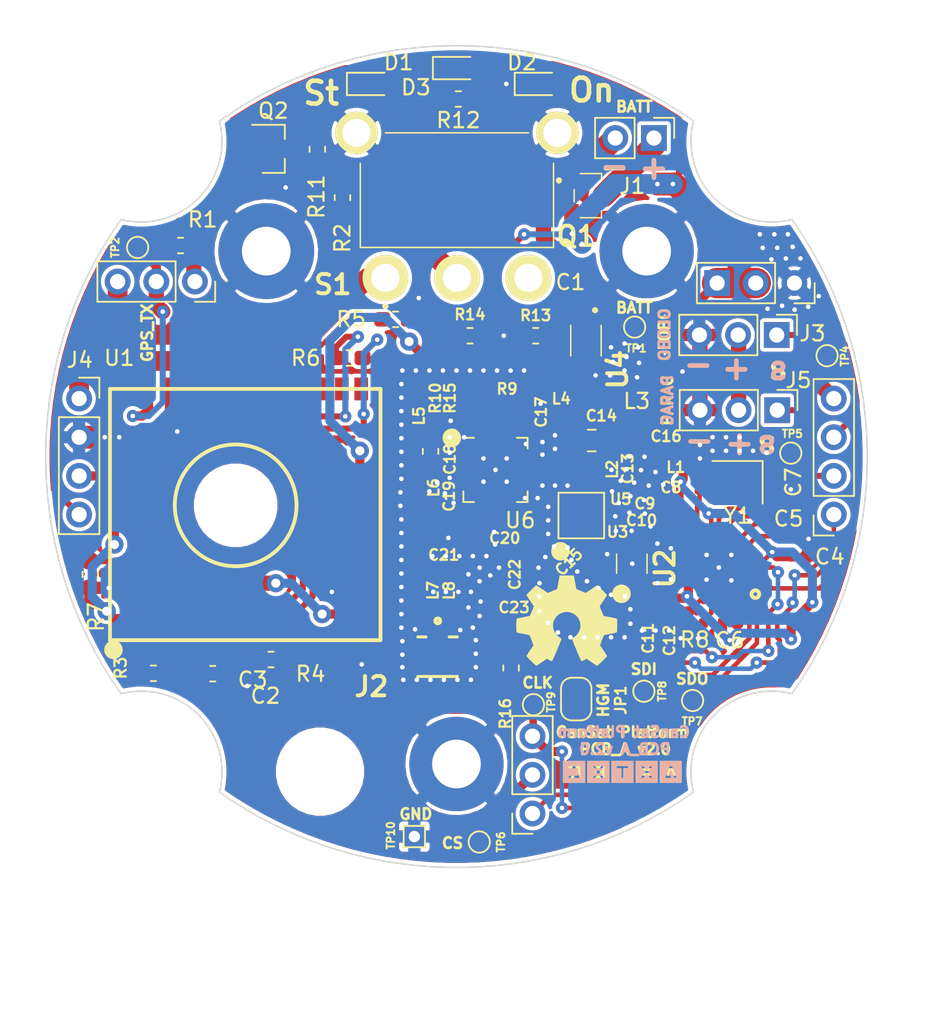
<source format=kicad_pcb>
(kicad_pcb (version 20171130) (host pcbnew "(5.1.0)-1")
  (layers (0 F.Cu signal) (31 B.Cu signal) (34 B.Paste user) (35 F.Paste user) (36 B.SilkS user) (37 F.SilkS user) (38 B.Mask user) (39 F.Mask user) (44 Edge.Cuts user))
  (net 0 "")
  (net 1 GND)
  (net 2 +BATT)
  (net 3 +3V3_Internal)
  (net 4 "Net-(D1-Pad2)")
  (net 5 "Net-(D2-Pad2)")
  (net 6 /S_GLOBO)
  (net 7 "Net-(J4-Pad14)")
  (net 8 /P1)
  (net 9 /GPS_TX)
  (net 10 /SDO)
  (net 11 /S_PARACAIDAS)
  (net 12 /CS)
  (net 13 /SDI)
  (net 14 /SCLK)
  (net 15 "Net-(R3-Pad2)")
  (net 16 /GPS/GPS_1V8)
  (net 17 "Net-(R4-Pad2)")
  (net 18 "Net-(R5-Pad1)")
  (net 19 "Net-(R6-Pad1)")
  (net 20 "Net-(R7-Pad1)")
  (net 21 "Net-(U1-Pad19)")
  (net 22 "Net-(J4-Pad13)")
  (net 23 "Net-(C5-Pad1)")
  (net 24 "Net-(C7-Pad1)")
  (net 25 "Net-(C8-Pad1)")
  (net 26 "Net-(C13-Pad1)")
  (net 27 /CC1101/ANT)
  (net 28 "Net-(R8-Pad2)")
  (net 29 /CC1101/RF_P)
  (net 30 /CC1101/RF_N)
  (net 31 +5V)
  (net 32 "Net-(Q2-Pad1)")
  (net 33 "Net-(D1-Pad1)")
  (net 34 "Net-(C15-Pad2)")
  (net 35 "Net-(C15-Pad1)")
  (net 36 "Net-(C1-Pad2)")
  (net 37 "Net-(C1-Pad1)")
  (net 38 VDD)
  (net 39 /CC1101/VDD_PA)
  (net 40 /CC1101/VDD_LNA)
  (net 41 "Net-(C18-Pad2)")
  (net 42 "Net-(C18-Pad1)")
  (net 43 /CC1101/TR_SW)
  (net 44 "Net-(C19-Pad1)")
  (net 45 /CC1101/LNA_IN)
  (net 46 "Net-(C22-Pad1)")
  (net 47 "Net-(D3-Pad2)")
  (net 48 /nCHG)
  (net 49 "Net-(R9-Pad1)")
  (net 50 "Net-(R10-Pad1)")
  (net 51 "Net-(R13-Pad2)")
  (net 52 "Net-(R15-Pad1)")
  (net 53 /CC1101/GDO2)
  (net 54 /CC1101/GDO0)
  (net 55 "Net-(J1-Pad1)")
  (net 56 "Net-(L2-Pad2)")
  (net 57 /CC1101/HGM)
  (module "" (layer F.Cu) (at 9.652 16.129)
    (fp_text reference "" (at 10.287 16.51) (layer F.SilkS) (effects (font (size 1.27 1.27))))
    (fp_text value "" (at 10.287 16.51) (layer F.SilkS) (effects (font (size 1.27 1.27))))
  )
  (module "" (layer F.Cu) (at 10.287 16.51)
    (fp_text reference "" (at 10.8458 20.5232) (layer F.SilkS) (effects (font (size 1.27 1.27))))
    (fp_text value "" (at 10.8458 20.5232) (layer F.SilkS) (effects (font (size 1.27 1.27))))
  )
  (module AXTEC:Logo_AXTEC (layer B.Cu) (at 10.8458 20.5232 180)
    (fp_text reference G*** hide)
    (fp_text value LOGO hide)
  )
  (module AXTEC:Logo_AXTEC (layer F.Cu) (at 10.9728 20.5232)
    (fp_text reference G*** hide)
    (fp_text value LOGO hide)
  )
  (module Resistor_SMD:R_0603_1608Metric_Pad1.05x0.95mm_HandSolder (layer F.Cu) (at 3.591 13.893 90)
    (fp_text reference R16 (at -2.998 -0.38 90) (layer F.SilkS) (effects (font (size 0.7 0.7))))
    (fp_text value 10K)
    (pad 2 smd roundrect (at 0.875 0 90) (size 1.05 0.95) (layers F.Cu F.Paste F.Mask) (net 57 /CC1101/HGM))
    (pad 1 smd roundrect (at -0.875 0 90) (size 1.05 0.95) (layers F.Cu F.Paste F.Mask) (net 3 +3V3_Internal))
  )
  (module Jumper:SolderJumper-2_P1.3mm_Open_RoundedPad1.0x1.5mm (layer F.Cu) (at 7.871 15.933 270)
    (fp_text reference JP1 (at 0.069 -2.924 90) (layer F.SilkS) (effects (font (size 0.7 0.7))))
    (fp_text value Jumper)
    (pad 2 smd custom (at 0.65 0 270) (size 1 0.5) (layers F.Cu F.Mask) (net 1 GND) (options (clearance outline) (anchor rect)) (primitives (gr_circle (center 0 0.25) (end 0.5 0.25) (width 0)) (gr_circle (center 0 -0.25) (end 0.5 -0.25) (width 0)) (gr_poly (pts (xy 0 -0.75) (xy -0.5 -0.75) (xy -0.5 0.75) (xy 0 0.75)) (width 0))))
    (pad 1 smd custom (at -0.65 0 270) (size 1 0.5) (layers F.Cu F.Mask) (net 57 /CC1101/HGM) (options (clearance outline) (anchor rect)) (primitives (gr_circle (center 0 0.25) (end 0.5 0.25) (width 0)) (gr_circle (center 0 -0.25) (end 0.5 -0.25) (width 0)) (gr_poly (pts (xy 0 -0.75) (xy 0.5 -0.75) (xy 0.5 0.75) (xy 0 0.75)) (width 0))))
  )
  (module AXTEC:A2235-H (layer F.Cu) (at -4.9915 12.065 90)
    (fp_text reference U1 (at 18.542 -17.17) (layer F.SilkS))
    (fp_text value A2235-H hide)
    (pad 1 smd rect (at 0 -16.51 90) (size 1.5 0.9) (layers F.Cu F.Paste F.Mask) (net 15 "Net-(R3-Pad2)"))
    (pad 2 smd rect (at 0 -15.24 90) (size 1.5 0.9) (layers F.Cu F.Paste F.Mask))
    (pad 3 smd rect (at 0 -13.97 90) (size 1.5 0.9) (layers F.Cu F.Paste F.Mask) (net 3 +3V3_Internal))
    (pad 4 smd rect (at 0 -12.7 90) (size 1.5 0.9) (layers F.Cu F.Paste F.Mask) (net 21 "Net-(U1-Pad19)"))
    (pad 5 smd rect (at 0 -11.43 90) (size 1.5 0.9) (layers F.Cu F.Paste F.Mask) (net 16 /GPS/GPS_1V8))
    (pad 6 smd rect (at 0 -10.16 90) (size 1.5 0.9) (layers F.Cu F.Paste F.Mask) (net 1 GND))
    (pad 9 smd rect (at 0 -1.27 90) (size 1.5 0.9) (layers F.Cu F.Paste F.Mask) (net 1 GND))
    (pad 7 smd rect (at 0 -3.81 90) (size 1.5 0.9) (layers F.Cu F.Paste F.Mask) (net 17 "Net-(R4-Pad2)"))
    (pad 8 smd rect (at 0 -2.54 90) (size 1.5 0.9) (layers F.Cu F.Paste F.Mask))
    (pad 10 smd rect (at 16.51 -1.27 90) (size 1.5 0.9) (layers F.Cu F.Paste F.Mask))
    (pad 11 smd rect (at 16.51 -2.54 90) (size 1.5 0.9) (layers F.Cu F.Paste F.Mask))
    (pad 12 smd rect (at 16.51 -3.81 90) (size 1.5 0.9) (layers F.Cu F.Paste F.Mask))
    (pad 13 smd rect (at 16.51 -5.08 90) (size 1.5 0.9) (layers F.Cu F.Paste F.Mask))
    (pad 14 smd rect (at 16.51 -6.35 90) (size 1.5 0.9) (layers F.Cu F.Paste F.Mask))
    (pad 15 smd rect (at 16.51 -7.62 90) (size 1.5 0.9) (layers F.Cu F.Paste F.Mask))
    (pad 16 smd rect (at 16.51 -8.89 90) (size 1.5 0.9) (layers F.Cu F.Paste F.Mask))
    (pad 17 smd rect (at 16.51 -10.16 90) (size 1.5 0.9) (layers F.Cu F.Paste F.Mask) (net 18 "Net-(R5-Pad1)"))
    (pad 18 smd rect (at 16.51 -11.43 90) (size 1.5 0.9) (layers F.Cu F.Paste F.Mask) (net 19 "Net-(R6-Pad1)"))
    (pad 19 smd rect (at 16.51 -12.7 90) (size 1.5 0.9) (layers F.Cu F.Paste F.Mask) (net 21 "Net-(U1-Pad19)"))
    (pad 20 smd rect (at 16.51 -13.97 90) (size 1.5 0.9) (layers F.Cu F.Paste F.Mask) (net 20 "Net-(R7-Pad1)"))
    (pad 21 smd rect (at 16.51 -15.24 90) (size 1.5 0.9) (layers F.Cu F.Paste F.Mask) (net 9 /GPS_TX))
    (pad 22 smd rect (at 16.51 -16.51 90) (size 1.5 0.9) (layers F.Cu F.Paste F.Mask))
    (pad 23 smd rect (at 4.445 -3.175 90) (size 1.27 1.27) (layers F.Cu F.Paste F.Mask) (net 1 GND))
    (pad 24 smd rect (at 6.985 -3.175 90) (size 1.27 1.27) (layers F.Cu F.Paste F.Mask) (net 1 GND))
    (pad 25 smd rect (at 9.525 -3.175 90) (size 1.27 1.27) (layers F.Cu F.Paste F.Mask) (net 1 GND))
    (pad 26 smd rect (at 12.065 -3.175 90) (size 1.27 1.27) (layers F.Cu F.Paste F.Mask) (net 1 GND))
    (pad 27 smd rect (at 12.065 -14.605 90) (size 1.27 1.27) (layers F.Cu F.Paste F.Mask) (net 1 GND))
    (pad 28 smd rect (at 9.525 -14.605 90) (size 1.27 1.27) (layers F.Cu F.Paste F.Mask) (net 1 GND))
    (pad 29 smd rect (at 6.985 -14.605 90) (size 1.27 1.27) (layers F.Cu F.Paste F.Mask) (net 1 GND))
    (pad 30 smd rect (at 4.445 -14.605 90) (size 1.27 1.27) (layers F.Cu F.Paste F.Mask) (net 1 GND))
    (pad "" np_thru_hole circle (at 8.86 -9.52 90) (size 5 5) (drill 5) (layers *.Cu *.Mask))
  )
  (module AXTEC:Conector_PCB_A-B (layer F.Cu) (at 0 0)
    (fp_text reference J4 (at -24.765 -6.35) (layer F.SilkS))
    (fp_text value Conector_PCB_A-B)
    (pad 5 thru_hole oval (at 24.8 -1.27 180) (size 1.7 1.7) (drill 1) (layers *.Cu *.Mask) (net 6 /S_GLOBO))
    (pad 10 thru_hole oval (at 4.996841 18.373862 180) (size 1.7 1.7) (drill 1) (layers *.Cu *.Mask) (net 14 /SCLK))
    (pad 4 thru_hole circle (at 24.8 -3.81 180) (size 1.7 1.7) (drill 1) (layers *.Cu *.Mask) (net 31 +5V))
    (pad 8 thru_hole circle (at 4.996841 23.453862 180) (size 1.7 1.7) (drill 1) (layers *.Cu *.Mask) (net 13 /SDI))
    (pad 9 thru_hole oval (at 4.996841 20.913862 180) (size 1.7 1.7) (drill 1) (layers *.Cu *.Mask) (net 12 /CS))
    (pad 7 thru_hole circle (at 24.8 3.81 180) (size 1.7 1.7) (drill 1) (layers *.Cu *.Mask) (net 10 /SDO))
    (pad 6 thru_hole oval (at 24.8 1.27 270) (size 1.7 1.7) (drill 1) (layers *.Cu *.Mask) (net 11 /S_PARACAIDAS))
    (pad 3 thru_hole circle (at 22.212262 -11.400841 270) (size 1.7 1.7) (drill 1) (layers *.Cu *.Mask) (net 1 GND))
    (pad 1 thru_hole rect (at 17.132262 -11.400841 270) (size 1.7 1.7) (drill 1) (layers *.Cu *.Mask) (net 2 +BATT))
    (pad 2 thru_hole oval (at 19.672262 -11.400841 270) (size 1.7 1.7) (drill 1) (layers *.Cu *.Mask) (net 2 +BATT))
    (pad 13 thru_hole oval (at -22.267738 -11.500841 270) (size 1.7 1.7) (drill 1) (layers *.Cu *.Mask) (net 22 "Net-(J4-Pad13)"))
    (pad 12 thru_hole oval (at -19.727738 -11.500841 270) (size 1.7 1.7) (drill 1) (layers *.Cu *.Mask) (net 9 /GPS_TX))
    (pad 11 thru_hole circle (at -17.187738 -11.500841 270) (size 1.7 1.7) (drill 1) (layers *.Cu *.Mask) (net 8 /P1))
    (pad 16 thru_hole oval (at -24.8 1.27) (size 1.7 1.7) (drill 1) (layers *.Cu *.Mask) (net 3 +3V3_Internal))
    (pad 17 thru_hole oval (at -24.8 3.81) (size 1.7 1.7) (drill 1) (layers *.Cu *.Mask) (net 48 /nCHG))
    (pad 15 thru_hole oval (at -24.8 -1.27) (size 1.7 1.7) (drill 1) (layers *.Cu *.Mask) (net 1 GND))
    (pad 14 thru_hole circle (at -24.8 -3.81) (size 1.7 1.7) (drill 1) (layers *.Cu *.Mask) (net 7 "Net-(J4-Pad14)"))
  )
  (module AXTEC:PCB_mayor_diametro (layer F.Cu) (at 0 0)
    (fp_text reference REF** hide)
    (fp_text value PCB_mayor_diametro)
    (fp_line (start -15.499331 -19.751839) (end -15.47029 -19.925613) (layer Edge.Cuts) (width 0.1))
    (fp_line (start -15.860906 -18.576221) (end -15.792569 -18.738779) (layer Edge.Cuts) (width 0.1))
    (fp_line (start -15.417951 -20.452486) (end -15.412231 -20.629477) (layer Edge.Cuts) (width 0.1))
    (fp_line (start -15.473351 -21.518152) (end -15.503795 -21.695616) (layer Edge.Cuts) (width 0.1))
    (fp_line (start -15.449033 -21.340405) (end -15.473351 -21.518152) (layer Edge.Cuts) (width 0.1))
    (fp_line (start -15.540404 -21.87265) (end -15.583218 -22.04911) (layer Edge.Cuts) (width 0.1))
    (fp_line (start -15.44702 -20.100409) (end -15.42956 -20.276082) (layer Edge.Cuts) (width 0.1))
    (fp_line (start -15.418617 -20.984639) (end -15.430801 -21.162519) (layer Edge.Cuts) (width 0.1))
    (fp_line (start -15.620689 -19.238099) (end -15.57457 -19.407937) (layer Edge.Cuts) (width 0.1))
    (fp_line (start -15.534105 -19.579232) (end -15.499331 -19.751839) (layer Edge.Cuts) (width 0.1))
    (fp_line (start -15.41244 -20.80691) (end -15.418617 -20.984639) (layer Edge.Cuts) (width 0.1))
    (fp_line (start -15.792569 -18.738779) (end -15.729728 -18.903375) (layer Edge.Cuts) (width 0.1))
    (fp_line (start -15.42956 -20.276082) (end -15.417951 -20.452486) (layer Edge.Cuts) (width 0.1))
    (fp_line (start -15.503795 -21.695616) (end -15.540404 -21.87265) (layer Edge.Cuts) (width 0.1))
    (fp_line (start -15.57457 -19.407937) (end -15.534105 -19.579232) (layer Edge.Cuts) (width 0.1))
    (fp_line (start -15.729728 -18.903375) (end -15.672421 -19.069863) (layer Edge.Cuts) (width 0.1))
    (fp_line (start -15.430801 -21.162519) (end -15.449033 -21.340405) (layer Edge.Cuts) (width 0.1))
    (fp_line (start -15.934698 -18.415845) (end -15.860906 -18.576221) (layer Edge.Cuts) (width 0.1))
    (fp_line (start -15.412231 -20.629477) (end -15.41244 -20.80691) (layer Edge.Cuts) (width 0.1))
    (fp_line (start -15.47029 -19.925613) (end -15.44702 -20.100409) (layer Edge.Cuts) (width 0.1))
    (fp_line (start -15.672421 -19.069863) (end -15.620689 -19.238099) (layer Edge.Cuts) (width 0.1))
    (fp_line (start -1.583446 -26.953629) (end -2.636968 -26.8712) (layer Edge.Cuts) (width 0.1))
    (fp_line (start -2.636968 -26.8712) (end -3.687321 -26.747557) (layer Edge.Cuts) (width 0.1))
    (fp_line (start 5.773465 -26.376623) (end 4.733248 -26.582696) (layer Edge.Cuts) (width 0.1))
    (fp_line (start 9.851963 -25.140187) (end 8.847228 -25.511118) (layer Edge.Cuts) (width 0.1))
    (fp_line (start 13.737851 -23.244319) (end 12.788872 -23.780108) (layer Edge.Cuts) (width 0.1))
    (fp_line (start 14.669724 -22.667316) (end 13.737851 -23.244319) (layer Edge.Cuts) (width 0.1))
    (fp_line (start 10.84466 -24.728042) (end 9.851963 -25.140187) (layer Edge.Cuts) (width 0.1))
    (fp_line (start 11.824052 -24.274682) (end 10.84466 -24.728042) (layer Edge.Cuts) (width 0.1))
    (fp_line (start -11.824046 -24.274691) (end -12.788865 -23.780118) (layer Edge.Cuts) (width 0.1))
    (fp_line (start 7.831722 -25.840834) (end 6.806711 -26.129336) (layer Edge.Cuts) (width 0.1))
    (fp_line (start -10.844653 -24.72805) (end -11.824046 -24.274691) (layer Edge.Cuts) (width 0.1))
    (fp_line (start -3.687321 -26.747557) (end -4.73324 -26.5827) (layer Edge.Cuts) (width 0.1))
    (fp_line (start -9.851956 -25.140195) (end -10.844653 -24.72805) (layer Edge.Cuts) (width 0.1))
    (fp_line (start -8.84722 -25.511125) (end -9.851956 -25.140195) (layer Edge.Cuts) (width 0.1))
    (fp_line (start -7.831714 -25.84084) (end -8.84722 -25.511125) (layer Edge.Cuts) (width 0.1))
    (fp_line (start -6.806703 -26.129341) (end -7.831714 -25.84084) (layer Edge.Cuts) (width 0.1))
    (fp_line (start 8.847228 -25.511118) (end 7.831722 -25.840834) (layer Edge.Cuts) (width 0.1))
    (fp_line (start -5.773456 -26.376628) (end -6.806703 -26.129341) (layer Edge.Cuts) (width 0.1))
    (fp_line (start 0.528032 -26.994843) (end -0.528024 -26.994843) (layer Edge.Cuts) (width 0.1))
    (fp_line (start 4.733248 -26.582696) (end 3.68733 -26.747554) (layer Edge.Cuts) (width 0.1))
    (fp_line (start -0.528024 -26.994843) (end -1.583446 -26.953629) (layer Edge.Cuts) (width 0.1))
    (fp_line (start -4.73324 -26.5827) (end -5.773456 -26.376628) (layer Edge.Cuts) (width 0.1))
    (fp_line (start 2.636976 -26.871198) (end 1.583455 -26.953628) (layer Edge.Cuts) (width 0.1))
    (fp_line (start 3.68733 -26.747554) (end 2.636976 -26.871198) (layer Edge.Cuts) (width 0.1))
    (fp_line (start 15.583223 -22.049098) (end 14.669724 -22.667316) (layer Edge.Cuts) (width 0.1))
    (fp_line (start 6.806711 -26.129336) (end 5.773465 -26.376623) (layer Edge.Cuts) (width 0.1))
    (fp_line (start 1.583455 -26.953628) (end 0.528032 -26.994843) (layer Edge.Cuts) (width 0.1))
    (fp_line (start 12.788872 -23.780108) (end 11.824052 -24.274682) (layer Edge.Cuts) (width 0.1))
    (fp_line (start -12.788865 -23.780118) (end -13.737845 -23.24433) (layer Edge.Cuts) (width 0.1))
    (fp_line (start 17.949255 -16.188419) (end 18.102212 -16.098495) (layer Edge.Cuts) (width 0.1))
    (fp_line (start 16.716734 -17.228812) (end 16.837858 -17.094609) (layer Edge.Cuts) (width 0.1))
    (fp_line (start 17.651775 -16.384124) (end 17.799061 -16.283642) (layer Edge.Cuts) (width 0.1))
    (fp_line (start 17.228816 -16.71673) (end 17.366507 -16.600707) (layer Edge.Cuts) (width 0.1))
    (fp_line (start 16.837858 -17.094609) (end 16.964044 -16.96404) (layer Edge.Cuts) (width 0.1))
    (fp_line (start 15.430806 -21.162506) (end 15.418621 -20.984626) (layer Edge.Cuts) (width 0.1))
    (fp_line (start 16.600711 -17.366503) (end 16.716734 -17.228812) (layer Edge.Cuts) (width 0.1))
    (fp_line (start 16.188423 -17.949251) (end 16.283646 -17.799057) (layer Edge.Cuts) (width 0.1))
    (fp_line (start 15.934703 -18.415832) (end 16.013912 -18.257784) (layer Edge.Cuts) (width 0.1))
    (fp_line (start 15.574574 -19.407924) (end 15.620693 -19.238086) (layer Edge.Cuts) (width 0.1))
    (fp_line (start 15.540409 -21.872638) (end 15.5038 -21.695604) (layer Edge.Cuts) (width 0.1))
    (fp_line (start 15.470294 -19.9256) (end 15.499336 -19.751826) (layer Edge.Cuts) (width 0.1))
    (fp_line (start 16.098499 -18.102208) (end 16.188423 -17.949251) (layer Edge.Cuts) (width 0.1))
    (fp_line (start 15.86091 -18.576207) (end 15.934703 -18.415832) (layer Edge.Cuts) (width 0.1))
    (fp_line (start 15.583223 -22.049098) (end 15.540409 -21.872638) (layer Edge.Cuts) (width 0.1))
    (fp_line (start 15.412444 -20.806897) (end 15.412235 -20.629465) (layer Edge.Cuts) (width 0.1))
    (fp_line (start -14.669719 -22.667327) (end -15.583218 -22.04911) (layer Edge.Cuts) (width 0.1))
    (fp_line (start 15.729732 -18.903362) (end 15.792573 -18.738766) (layer Edge.Cuts) (width 0.1))
    (fp_line (start 15.447024 -20.100396) (end 15.470294 -19.9256) (layer Edge.Cuts) (width 0.1))
    (fp_line (start 18.257788 -16.013908) (end 18.415836 -15.934699) (layer Edge.Cuts) (width 0.1))
    (fp_line (start 16.964044 -16.96404) (end 17.094613 -16.837854) (layer Edge.Cuts) (width 0.1))
    (fp_line (start 15.417955 -20.452474) (end 15.429565 -20.276069) (layer Edge.Cuts) (width 0.1))
    (fp_line (start 15.499336 -19.751826) (end 15.534109 -19.579219) (layer Edge.Cuts) (width 0.1))
    (fp_line (start 17.507542 -16.489825) (end 17.651775 -16.384124) (layer Edge.Cuts) (width 0.1))
    (fp_line (start 16.489829 -17.507538) (end 16.600711 -17.366503) (layer Edge.Cuts) (width 0.1))
    (fp_line (start 16.384128 -17.651771) (end 16.489829 -17.507538) (layer Edge.Cuts) (width 0.1))
    (fp_line (start 15.672425 -19.06985) (end 15.729732 -18.903362) (layer Edge.Cuts) (width 0.1))
    (fp_line (start 15.418621 -20.984626) (end 15.412444 -20.806897) (layer Edge.Cuts) (width 0.1))
    (fp_line (start 15.412235 -20.629465) (end 15.417955 -20.452474) (layer Edge.Cuts) (width 0.1))
    (fp_line (start 17.799061 -16.283642) (end 17.949255 -16.188419) (layer Edge.Cuts) (width 0.1))
    (fp_line (start 16.283646 -17.799057) (end 16.384128 -17.651771) (layer Edge.Cuts) (width 0.1))
    (fp_line (start 15.449038 -21.340393) (end 15.430806 -21.162506) (layer Edge.Cuts) (width 0.1))
    (fp_line (start 15.473356 -21.51814) (end 15.449038 -21.340393) (layer Edge.Cuts) (width 0.1))
    (fp_line (start 17.094613 -16.837854) (end 17.228816 -16.71673) (layer Edge.Cuts) (width 0.1))
    (fp_line (start 15.534109 -19.579219) (end 15.574574 -19.407924) (layer Edge.Cuts) (width 0.1))
    (fp_line (start 17.366507 -16.600707) (end 17.507542 -16.489825) (layer Edge.Cuts) (width 0.1))
    (fp_line (start 16.013912 -18.257784) (end 16.098499 -18.102208) (layer Edge.Cuts) (width 0.1))
    (fp_line (start 15.792573 -18.738766) (end 15.86091 -18.576207) (layer Edge.Cuts) (width 0.1))
    (fp_line (start 15.620693 -19.238086) (end 15.672425 -19.06985) (layer Edge.Cuts) (width 0.1))
    (fp_line (start 15.429565 -20.276069) (end 15.447024 -20.100396) (layer Edge.Cuts) (width 0.1))
    (fp_line (start -13.737845 -23.24433) (end -14.669719 -22.667327) (layer Edge.Cuts) (width 0.1))
    (fp_line (start 15.5038 -21.695604) (end 15.473356 -21.51814) (layer Edge.Cuts) (width 0.1))
    (fp_line (start 18.73877 -15.792569) (end 18.903366 -15.729728) (layer Edge.Cuts) (width 0.1))
    (fp_line (start 18.576211 -15.860906) (end 18.73877 -15.792569) (layer Edge.Cuts) (width 0.1))
    (fp_line (start 18.415836 -15.934699) (end 18.576211 -15.860906) (layer Edge.Cuts) (width 0.1))
    (fp_line (start 18.102212 -16.098495) (end 18.257788 -16.013908) (layer Edge.Cuts) (width 0.1))
    (fp_line (start -24.274682 -11.824059) (end -24.728042 -10.844667) (layer Edge.Cuts) (width 0.1))
    (fp_line (start -26.129337 -6.806715) (end -26.376625 -5.773468) (layer Edge.Cuts) (width 0.1))
    (fp_line (start -19.407928 15.574578) (end -19.579223 15.534113) (layer Edge.Cuts) (width 0.1))
    (fp_line (start -19.75183 15.49934) (end -19.925604 15.470298) (layer Edge.Cuts) (width 0.1))
    (fp_line (start -21.16251 15.43081) (end -21.340397 15.449042) (layer Edge.Cuts) (width 0.1))
    (fp_line (start -26.376625 -5.773468) (end -26.582697 -4.733251) (layer Edge.Cuts) (width 0.1))
    (fp_line (start -22.049096 -15.583232) (end -22.667314 -14.669733) (layer Edge.Cuts) (width 0.1))
    (fp_line (start -23.780107 -12.788879) (end -24.274682 -11.824059) (layer Edge.Cuts) (width 0.1))
    (fp_line (start -21.340397 15.449042) (end -21.518144 15.47336) (layer Edge.Cuts) (width 0.1))
    (fp_line (start -19.579223 15.534113) (end -19.75183 15.49934) (layer Edge.Cuts) (width 0.1))
    (fp_line (start -22.667314 -14.669733) (end -23.244318 -13.737859) (layer Edge.Cuts) (width 0.1))
    (fp_line (start -26.12934 6.806708) (end -25.840838 7.831719) (layer Edge.Cuts) (width 0.1))
    (fp_line (start -26.871201 2.63697) (end -26.747557 3.687324) (layer Edge.Cuts) (width 0.1))
    (fp_line (start -26.953629 -1.583455) (end -26.994844 -0.528032) (layer Edge.Cuts) (width 0.1))
    (fp_line (start -21.872642 15.540413) (end -22.049102 15.583227) (layer Edge.Cuts) (width 0.1))
    (fp_line (start -26.582697 -4.733251) (end -26.747556 -3.687332) (layer Edge.Cuts) (width 0.1))
    (fp_line (start -23.244318 -13.737859) (end -23.780107 -12.788879) (layer Edge.Cuts) (width 0.1))
    (fp_line (start -20.452478 15.417959) (end -20.629469 15.412239) (layer Edge.Cuts) (width 0.1))
    (fp_line (start -19.069854 15.672429) (end -19.23809 15.620697) (layer Edge.Cuts) (width 0.1))
    (fp_line (start -25.140188 -9.851969) (end -25.511119 -8.847233) (layer Edge.Cuts) (width 0.1))
    (fp_line (start -24.728042 -10.844667) (end -25.140188 -9.851969) (layer Edge.Cuts) (width 0.1))
    (fp_line (start -18.576211 15.860914) (end -18.73877 15.792577) (layer Edge.Cuts) (width 0.1))
    (fp_line (start -20.276073 15.429569) (end -20.452478 15.417959) (layer Edge.Cuts) (width 0.1))
    (fp_line (start -21.695608 15.503804) (end -21.872642 15.540413) (layer Edge.Cuts) (width 0.1))
    (fp_line (start -25.511119 -8.847233) (end -25.840835 -7.831726) (layer Edge.Cuts) (width 0.1))
    (fp_line (start -20.629469 15.412239) (end -20.806901 15.412448) (layer Edge.Cuts) (width 0.1))
    (fp_line (start -20.806901 15.412448) (end -20.98463 15.418625) (layer Edge.Cuts) (width 0.1))
    (fp_line (start -18.73877 15.792577) (end -18.903366 15.729736) (layer Edge.Cuts) (width 0.1))
    (fp_line (start -26.95363 1.583448) (end -26.871201 2.63697) (layer Edge.Cuts) (width 0.1))
    (fp_line (start -25.140191 9.851962) (end -24.728046 10.84466) (layer Edge.Cuts) (width 0.1))
    (fp_line (start -25.840838 7.831719) (end -25.511122 8.847226) (layer Edge.Cuts) (width 0.1))
    (fp_line (start -19.23809 15.620697) (end -19.407928 15.574578) (layer Edge.Cuts) (width 0.1))
    (fp_line (start -18.903366 15.729736) (end -19.069854 15.672429) (layer Edge.Cuts) (width 0.1))
    (fp_line (start -26.8712 -2.636977) (end -26.953629 -1.583455) (layer Edge.Cuts) (width 0.1))
    (fp_line (start -26.582699 4.733244) (end -26.376627 5.773461) (layer Edge.Cuts) (width 0.1))
    (fp_line (start -25.840835 -7.831726) (end -26.129337 -6.806715) (layer Edge.Cuts) (width 0.1))
    (fp_line (start -20.98463 15.418625) (end -21.16251 15.43081) (layer Edge.Cuts) (width 0.1))
    (fp_line (start -19.925604 15.470298) (end -20.1004 15.447028) (layer Edge.Cuts) (width 0.1))
    (fp_line (start -26.376627 5.773461) (end -26.12934 6.806708) (layer Edge.Cuts) (width 0.1))
    (fp_line (start -26.994844 0.528025) (end -26.95363 1.583448) (layer Edge.Cuts) (width 0.1))
    (fp_line (start -21.518144 15.47336) (end -21.695608 15.503804) (layer Edge.Cuts) (width 0.1))
    (fp_line (start -25.511122 8.847226) (end -25.140191 9.851962) (layer Edge.Cuts) (width 0.1))
    (fp_line (start -26.747557 3.687324) (end -26.582699 4.733244) (layer Edge.Cuts) (width 0.1))
    (fp_line (start -20.1004 15.447028) (end -20.276073 15.429569) (layer Edge.Cuts) (width 0.1))
    (fp_line (start -26.994844 -0.528032) (end -26.994844 0.528025) (layer Edge.Cuts) (width 0.1))
    (fp_line (start -26.747556 -3.687332) (end -26.8712 -2.636977) (layer Edge.Cuts) (width 0.1))
    (fp_line (start -16.013908 -18.257797) (end -15.934698 -18.415845) (layer Edge.Cuts) (width 0.1))
    (fp_line (start -19.069849 -15.672436) (end -18.903361 -15.729742) (layer Edge.Cuts) (width 0.1))
    (fp_line (start -16.098495 -18.102222) (end -16.013908 -18.257797) (layer Edge.Cuts) (width 0.1))
    (fp_line (start -16.188419 -17.949265) (end -16.098495 -18.102222) (layer Edge.Cuts) (width 0.1))
    (fp_line (start -19.238085 -15.620704) (end -19.069849 -15.672436) (layer Edge.Cuts) (width 0.1))
    (fp_line (start -19.579218 -15.534119) (end -19.407923 -15.574585) (layer Edge.Cuts) (width 0.1))
    (fp_line (start -17.094609 -16.837868) (end -16.96404 -16.964054) (layer Edge.Cuts) (width 0.1))
    (fp_line (start -16.283642 -17.79907) (end -16.188419 -17.949265) (layer Edge.Cuts) (width 0.1))
    (fp_line (start -16.384124 -17.651784) (end -16.283642 -17.79907) (layer Edge.Cuts) (width 0.1))
    (fp_line (start -21.340391 -15.449047) (end -21.162504 -15.430816) (layer Edge.Cuts) (width 0.1))
    (fp_line (start -23.780112 12.788873) (end -23.244323 13.737854) (layer Edge.Cuts) (width 0.1))
    (fp_line (start -16.489825 -17.507551) (end -16.384124 -17.651784) (layer Edge.Cuts) (width 0.1))
    (fp_line (start -20.629463 -15.412246) (end -20.452472 -15.417966) (layer Edge.Cuts) (width 0.1))
    (fp_line (start -16.71673 -17.228826) (end -16.600707 -17.366517) (layer Edge.Cuts) (width 0.1))
    (fp_line (start -16.837854 -17.094623) (end -16.71673 -17.228826) (layer Edge.Cuts) (width 0.1))
    (fp_line (start -21.872636 -15.540418) (end -21.695602 -15.503809) (layer Edge.Cuts) (width 0.1))
    (fp_line (start -24.728046 10.84466) (end -24.274687 11.824053) (layer Edge.Cuts) (width 0.1))
    (fp_line (start -19.407923 -15.574585) (end -19.238085 -15.620704) (layer Edge.Cuts) (width 0.1))
    (fp_line (start -21.695602 -15.503809) (end -21.518138 -15.473365) (layer Edge.Cuts) (width 0.1))
    (fp_line (start -20.452472 -15.417966) (end -20.276068 -15.429575) (layer Edge.Cuts) (width 0.1))
    (fp_line (start -16.96404 -16.964054) (end -16.837854 -17.094623) (layer Edge.Cuts) (width 0.1))
    (fp_line (start -17.507537 -16.48984) (end -17.366503 -16.600721) (layer Edge.Cuts) (width 0.1))
    (fp_line (start -17.799056 -16.283656) (end -17.65177 -16.384138) (layer Edge.Cuts) (width 0.1))
    (fp_line (start -17.366503 -16.600721) (end -17.228812 -16.716744) (layer Edge.Cuts) (width 0.1))
    (fp_line (start -21.162504 -15.430816) (end -20.984624 -15.418631) (layer Edge.Cuts) (width 0.1))
    (fp_line (start -17.228812 -16.716744) (end -17.094609 -16.837868) (layer Edge.Cuts) (width 0.1))
    (fp_line (start -22.66732 14.669727) (end -22.049102 15.583227) (layer Edge.Cuts) (width 0.1))
    (fp_line (start -17.94925 -16.188434) (end -17.799056 -16.283656) (layer Edge.Cuts) (width 0.1))
    (fp_line (start -18.257783 -16.013923) (end -18.102208 -16.098509) (layer Edge.Cuts) (width 0.1))
    (fp_line (start -18.576206 -15.86092) (end -18.415831 -15.934713) (layer Edge.Cuts) (width 0.1))
    (fp_line (start -21.518138 -15.473365) (end -21.340391 -15.449047) (layer Edge.Cuts) (width 0.1))
    (fp_line (start -19.925599 -15.470305) (end -19.751825 -15.499346) (layer Edge.Cuts) (width 0.1))
    (fp_line (start -20.806895 -15.412454) (end -20.629463 -15.412246) (layer Edge.Cuts) (width 0.1))
    (fp_line (start -24.274687 11.824053) (end -23.780112 12.788873) (layer Edge.Cuts) (width 0.1))
    (fp_line (start -19.751825 -15.499346) (end -19.579218 -15.534119) (layer Edge.Cuts) (width 0.1))
    (fp_line (start -18.738765 -15.792584) (end -18.576206 -15.86092) (layer Edge.Cuts) (width 0.1))
    (fp_line (start -17.65177 -16.384138) (end -17.507537 -16.48984) (layer Edge.Cuts) (width 0.1))
    (fp_line (start -18.415831 -15.934713) (end -18.257783 -16.013923) (layer Edge.Cuts) (width 0.1))
    (fp_line (start -18.903361 -15.729742) (end -18.738765 -15.792584) (layer Edge.Cuts) (width 0.1))
    (fp_line (start -20.276068 -15.429575) (end -20.100395 -15.447035) (layer Edge.Cuts) (width 0.1))
    (fp_line (start -22.049096 -15.583232) (end -21.872636 -15.540418) (layer Edge.Cuts) (width 0.1))
    (fp_line (start -23.244323 13.737854) (end -22.66732 14.669727) (layer Edge.Cuts) (width 0.1))
    (fp_line (start -20.984624 -15.418631) (end -20.806895 -15.412454) (layer Edge.Cuts) (width 0.1))
    (fp_line (start -16.600707 -17.366517) (end -16.489825 -17.507551) (layer Edge.Cuts) (width 0.1))
    (fp_line (start -18.102208 -16.098509) (end -17.94925 -16.188434) (layer Edge.Cuts) (width 0.1))
    (fp_line (start -20.100395 -15.447035) (end -19.925599 -15.470305) (layer Edge.Cuts) (width 0.1))
    (fp_line (start -18.102212 16.098503) (end -18.257788 16.013916) (layer Edge.Cuts) (width 0.1))
    (fp_line (start -15.620693 19.238094) (end -15.672425 19.069858) (layer Edge.Cuts) (width 0.1))
    (fp_line (start -17.799061 16.28365) (end -17.949255 16.188427) (layer Edge.Cuts) (width 0.1))
    (fp_line (start -16.964044 16.964048) (end -17.094613 16.837862) (layer Edge.Cuts) (width 0.1))
    (fp_line (start -15.729732 18.90337) (end -15.792573 18.738774) (layer Edge.Cuts) (width 0.1))
    (fp_line (start -17.651775 16.384132) (end -17.799061 16.28365) (layer Edge.Cuts) (width 0.1))
    (fp_line (start -16.600711 17.366511) (end -16.716734 17.22882) (layer Edge.Cuts) (width 0.1))
    (fp_line (start -15.86091 18.576215) (end -15.934703 18.41584) (layer Edge.Cuts) (width 0.1))
    (fp_line (start -17.366507 16.600715) (end -17.507542 16.489833) (layer Edge.Cuts) (width 0.1))
    (fp_line (start -16.489829 17.507546) (end -16.600711 17.366511) (layer Edge.Cuts) (width 0.1))
    (fp_line (start -16.013912 18.257792) (end -16.098499 18.102216) (layer Edge.Cuts) (width 0.1))
    (fp_line (start -16.098499 18.102216) (end -16.188423 17.949259) (layer Edge.Cuts) (width 0.1))
    (fp_line (start -15.574574 19.407932) (end -15.620693 19.238094) (layer Edge.Cuts) (width 0.1))
    (fp_line (start -17.094613 16.837862) (end -17.228816 16.716738) (layer Edge.Cuts) (width 0.1))
    (fp_line (start -16.283646 17.799065) (end -16.384128 17.651779) (layer Edge.Cuts) (width 0.1))
    (fp_line (start -16.384128 17.651779) (end -16.489829 17.507546) (layer Edge.Cuts) (width 0.1))
    (fp_line (start -15.672425 19.069858) (end -15.729732 18.90337) (layer Edge.Cuts) (width 0.1))
    (fp_line (start -15.534109 19.579227) (end -15.574574 19.407932) (layer Edge.Cuts) (width 0.1))
    (fp_line (start -16.188423 17.949259) (end -16.283646 17.799065) (layer Edge.Cuts) (width 0.1))
    (fp_line (start -15.934703 18.41584) (end -16.013912 18.257792) (layer Edge.Cuts) (width 0.1))
    (fp_line (start -17.507542 16.489833) (end -17.651775 16.384132) (layer Edge.Cuts) (width 0.1))
    (fp_line (start -16.716734 17.22882) (end -16.837858 17.094617) (layer Edge.Cuts) (width 0.1))
    (fp_line (start -18.415836 15.934707) (end -18.576211 15.860914) (layer Edge.Cuts) (width 0.1))
    (fp_line (start -17.949255 16.188427) (end -18.102212 16.098503) (layer Edge.Cuts) (width 0.1))
    (fp_line (start -18.257788 16.013916) (end -18.415836 15.934707) (layer Edge.Cuts) (width 0.1))
    (fp_line (start -17.228816 16.716738) (end -17.366507 16.600715) (layer Edge.Cuts) (width 0.1))
    (fp_line (start -16.837858 17.094617) (end -16.964044 16.964048) (layer Edge.Cuts) (width 0.1))
    (fp_line (start -15.792573 18.738774) (end -15.86091 18.576215) (layer Edge.Cuts) (width 0.1))
    (fp_line (start 3.687336 26.74756) (end 4.733255 26.582701) (layer Edge.Cuts) (width 0.1))
    (fp_line (start -15.412444 20.806905) (end -15.412235 20.629473) (layer Edge.Cuts) (width 0.1))
    (fp_line (start -10.844656 24.72805) (end -9.851958 25.140195) (layer Edge.Cuts) (width 0.1))
    (fp_line (start 13.737863 23.244322) (end 14.669737 22.667318) (layer Edge.Cuts) (width 0.1))
    (fp_line (start 5.773472 26.376629) (end 6.806719 26.129341) (layer Edge.Cuts) (width 0.1))
    (fp_line (start -15.418621 20.984634) (end -15.412444 20.806905) (layer Edge.Cuts) (width 0.1))
    (fp_line (start -15.430806 21.162514) (end -15.418621 20.984634) (layer Edge.Cuts) (width 0.1))
    (fp_line (start -15.583223 22.049106) (end -15.540409 21.872646) (layer Edge.Cuts) (width 0.1))
    (fp_line (start 14.669737 22.667318) (end 15.583236 22.0491) (layer Edge.Cuts) (width 0.1))
    (fp_line (start -8.847222 25.511126) (end -7.831715 25.840842) (layer Edge.Cuts) (width 0.1))
    (fp_line (start 4.733255 26.582701) (end 5.773472 26.376629) (layer Edge.Cuts) (width 0.1))
    (fp_line (start 1.583459 26.953633) (end 2.636981 26.871204) (layer Edge.Cuts) (width 0.1))
    (fp_line (start 15.473369 21.518142) (end 15.503813 21.695606) (layer Edge.Cuts) (width 0.1))
    (fp_line (start 15.792588 18.738769) (end 15.729746 18.903365) (layer Edge.Cuts) (width 0.1))
    (fp_line (start 15.534123 19.579222) (end 15.49935 19.751829) (layer Edge.Cuts) (width 0.1))
    (fp_line (start 15.620708 19.238089) (end 15.574589 19.407927) (layer Edge.Cuts) (width 0.1))
    (fp_line (start 15.41225 20.629467) (end 15.412458 20.806899) (layer Edge.Cuts) (width 0.1))
    (fp_line (start -15.473356 21.518148) (end -15.449038 21.340401) (layer Edge.Cuts) (width 0.1))
    (fp_line (start 15.41797 20.452476) (end 15.41225 20.629467) (layer Edge.Cuts) (width 0.1))
    (fp_line (start -6.806704 26.129344) (end -5.773457 26.376631) (layer Edge.Cuts) (width 0.1))
    (fp_line (start -15.412235 20.629473) (end -15.417955 20.452482) (layer Edge.Cuts) (width 0.1))
    (fp_line (start 15.418635 20.984628) (end 15.43082 21.162508) (layer Edge.Cuts) (width 0.1))
    (fp_line (start 7.83173 25.840839) (end 8.847237 25.511123) (layer Edge.Cuts) (width 0.1))
    (fp_line (start -4.73324 26.582703) (end -3.68732 26.747561) (layer Edge.Cuts) (width 0.1))
    (fp_line (start -13.73785 23.244327) (end -12.788869 23.780116) (layer Edge.Cuts) (width 0.1))
    (fp_line (start 15.43082 21.162508) (end 15.449051 21.340395) (layer Edge.Cuts) (width 0.1))
    (fp_line (start 15.447039 20.100399) (end 15.429579 20.276072) (layer Edge.Cuts) (width 0.1))
    (fp_line (start -15.449038 21.340401) (end -15.430806 21.162514) (layer Edge.Cuts) (width 0.1))
    (fp_line (start -11.824049 24.274691) (end -10.844656 24.72805) (layer Edge.Cuts) (width 0.1))
    (fp_line (start 8.847237 25.511123) (end 9.851973 25.140192) (layer Edge.Cuts) (width 0.1))
    (fp_line (start 0.528036 26.994848) (end 1.583459 26.953633) (layer Edge.Cuts) (width 0.1))
    (fp_line (start -3.68732 26.747561) (end -2.636966 26.871205) (layer Edge.Cuts) (width 0.1))
    (fp_line (start -15.5038 21.695612) (end -15.473356 21.518148) (layer Edge.Cuts) (width 0.1))
    (fp_line (start 15.503813 21.695606) (end 15.540422 21.87264) (layer Edge.Cuts) (width 0.1))
    (fp_line (start -1.583444 26.953634) (end -0.528021 26.994848) (layer Edge.Cuts) (width 0.1))
    (fp_line (start -15.583223 22.049106) (end -14.669723 22.667324) (layer Edge.Cuts) (width 0.1))
    (fp_line (start 15.470309 19.925603) (end 15.447039 20.100399) (layer Edge.Cuts) (width 0.1))
    (fp_line (start -15.540409 21.872646) (end -15.5038 21.695612) (layer Edge.Cuts) (width 0.1))
    (fp_line (start -9.851958 25.140195) (end -8.847222 25.511126) (layer Edge.Cuts) (width 0.1))
    (fp_line (start 12.788883 23.780111) (end 13.737863 23.244322) (layer Edge.Cuts) (width 0.1))
    (fp_line (start -12.788869 23.780116) (end -11.824049 24.274691) (layer Edge.Cuts) (width 0.1))
    (fp_line (start -0.528021 26.994848) (end 0.528036 26.994848) (layer Edge.Cuts) (width 0.1))
    (fp_line (start 15.449051 21.340395) (end 15.473369 21.518142) (layer Edge.Cuts) (width 0.1))
    (fp_line (start -2.636966 26.871205) (end -1.583444 26.953634) (layer Edge.Cuts) (width 0.1))
    (fp_line (start -14.669723 22.667324) (end -13.73785 23.244327) (layer Edge.Cuts) (width 0.1))
    (fp_line (start -5.773457 26.376631) (end -4.73324 26.582703) (layer Edge.Cuts) (width 0.1))
    (fp_line (start 15.574589 19.407927) (end 15.534123 19.579222) (layer Edge.Cuts) (width 0.1))
    (fp_line (start 10.844671 24.728046) (end 11.824063 24.274686) (layer Edge.Cuts) (width 0.1))
    (fp_line (start -15.499336 19.751834) (end -15.534109 19.579227) (layer Edge.Cuts) (width 0.1))
    (fp_line (start 6.806719 26.129341) (end 7.83173 25.840839) (layer Edge.Cuts) (width 0.1))
    (fp_line (start 2.636981 26.871204) (end 3.687336 26.74756) (layer Edge.Cuts) (width 0.1))
    (fp_line (start -15.470294 19.925608) (end -15.499336 19.751834) (layer Edge.Cuts) (width 0.1))
    (fp_line (start -15.447024 20.100404) (end -15.470294 19.925608) (layer Edge.Cuts) (width 0.1))
    (fp_line (start 9.851973 25.140192) (end 10.844671 24.728046) (layer Edge.Cuts) (width 0.1))
    (fp_line (start 11.824063 24.274686) (end 12.788883 23.780111) (layer Edge.Cuts) (width 0.1))
    (fp_line (start 15.412458 20.806899) (end 15.418635 20.984628) (layer Edge.Cuts) (width 0.1))
    (fp_line (start 15.429579 20.276072) (end 15.41797 20.452476) (layer Edge.Cuts) (width 0.1))
    (fp_line (start 15.49935 19.751829) (end 15.470309 19.925603) (layer Edge.Cuts) (width 0.1))
    (fp_line (start 15.540422 21.87264) (end 15.583236 22.0491) (layer Edge.Cuts) (width 0.1))
    (fp_line (start -15.429565 20.276077) (end -15.447024 20.100404) (layer Edge.Cuts) (width 0.1))
    (fp_line (start 15.67244 19.069853) (end 15.620708 19.238089) (layer Edge.Cuts) (width 0.1))
    (fp_line (start 15.729746 18.903365) (end 15.67244 19.069853) (layer Edge.Cuts) (width 0.1))
    (fp_line (start -7.831715 25.840842) (end -6.806704 26.129344) (layer Edge.Cuts) (width 0.1))
    (fp_line (start -15.417955 20.452482) (end -15.429565 20.276077) (layer Edge.Cuts) (width 0.1))
    (fp_line (start 16.098513 18.102212) (end 16.013927 18.257787) (layer Edge.Cuts) (width 0.1))
    (fp_line (start 16.489844 17.507541) (end 16.384142 17.651774) (layer Edge.Cuts) (width 0.1))
    (fp_line (start 16.600725 17.366507) (end 16.489844 17.507541) (layer Edge.Cuts) (width 0.1))
    (fp_line (start 16.716748 17.228816) (end 16.600725 17.366507) (layer Edge.Cuts) (width 0.1))
    (fp_line (start 16.964058 16.964044) (end 16.837872 17.094613) (layer Edge.Cuts) (width 0.1))
    (fp_line (start 18.257801 16.013912) (end 18.102226 16.098499) (layer Edge.Cuts) (width 0.1))
    (fp_line (start 18.738783 15.792573) (end 18.576225 15.86091) (layer Edge.Cuts) (width 0.1))
    (fp_line (start 17.366521 16.600711) (end 17.22883 16.716734) (layer Edge.Cuts) (width 0.1))
    (fp_line (start 17.507555 16.489829) (end 17.366521 16.600711) (layer Edge.Cuts) (width 0.1))
    (fp_line (start 17.094627 16.837858) (end 16.964058 16.964044) (layer Edge.Cuts) (width 0.1))
    (fp_line (start 17.799074 16.283646) (end 17.651788 16.384128) (layer Edge.Cuts) (width 0.1))
    (fp_line (start 18.903379 15.729732) (end 18.738783 15.792573) (layer Edge.Cuts) (width 0.1))
    (fp_line (start 19.238103 15.620693) (end 19.069867 15.672425) (layer Edge.Cuts) (width 0.1))
    (fp_line (start 18.576225 15.86091) (end 18.415849 15.934702) (layer Edge.Cuts) (width 0.1))
    (fp_line (start 16.013927 18.257787) (end 15.934717 18.415835) (layer Edge.Cuts) (width 0.1))
    (fp_line (start 16.188438 17.949254) (end 16.098513 18.102212) (layer Edge.Cuts) (width 0.1))
    (fp_line (start 17.949269 16.188423) (end 17.799074 16.283646) (layer Edge.Cuts) (width 0.1))
    (fp_line (start 19.407941 15.574574) (end 19.238103 15.620693) (layer Edge.Cuts) (width 0.1))
    (fp_line (start 16.28366 17.79906) (end 16.188438 17.949254) (layer Edge.Cuts) (width 0.1))
    (fp_line (start 16.384142 17.651774) (end 16.28366 17.79906) (layer Edge.Cuts) (width 0.1))
    (fp_line (start 18.415849 15.934702) (end 18.257801 16.013912) (layer Edge.Cuts) (width 0.1))
    (fp_line (start 16.837872 17.094613) (end 16.716748 17.228816) (layer Edge.Cuts) (width 0.1))
    (fp_line (start 17.22883 16.716734) (end 17.094627 16.837858) (layer Edge.Cuts) (width 0.1))
    (fp_line (start 17.651788 16.384128) (end 17.507555 16.489829) (layer Edge.Cuts) (width 0.1))
    (fp_line (start 18.102226 16.098499) (end 17.949269 16.188423) (layer Edge.Cuts) (width 0.1))
    (fp_line (start 19.069867 15.672425) (end 18.903379 15.729732) (layer Edge.Cuts) (width 0.1))
    (fp_line (start 15.860924 18.57621) (end 15.792588 18.738769) (layer Edge.Cuts) (width 0.1))
    (fp_line (start 15.934717 18.415835) (end 15.860924 18.57621) (layer Edge.Cuts) (width 0.1))
    (fp_line (start 19.751843 15.499335) (end 19.579236 15.534109) (layer Edge.Cuts) (width 0.1))
    (fp_line (start 19.925617 15.470294) (end 19.751843 15.499335) (layer Edge.Cuts) (width 0.1))
    (fp_line (start 20.100413 15.447024) (end 19.925617 15.470294) (layer Edge.Cuts) (width 0.1))
    (fp_line (start 20.98463 -15.418617) (end 21.16251 -15.430802) (layer Edge.Cuts) (width 0.1))
    (fp_line (start 20.276086 15.429564) (end 20.100413 15.447024) (layer Edge.Cuts) (width 0.1))
    (fp_line (start 20.45249 15.417955) (end 20.276086 15.429564) (layer Edge.Cuts) (width 0.1))
    (fp_line (start 23.244334 13.737849) (end 23.780122 12.788869) (layer Edge.Cuts) (width 0.1))
    (fp_line (start 26.747558 -3.687326) (end 26.5827 -4.733244) (layer Edge.Cuts) (width 0.1))
    (fp_line (start 20.452478 -15.417951) (end 20.629469 -15.412231) (layer Edge.Cuts) (width 0.1))
    (fp_line (start 20.806901 -15.41244) (end 20.98463 -15.418617) (layer Edge.Cuts) (width 0.1))
    (fp_line (start 25.140191 -9.851959) (end 24.728046 -10.844656) (layer Edge.Cuts) (width 0.1))
    (fp_line (start 23.780122 12.788869) (end 24.274695 11.82405) (layer Edge.Cuts) (width 0.1))
    (fp_line (start 20.629481 15.412235) (end 20.45249 15.417955) (layer Edge.Cuts) (width 0.1))
    (fp_line (start 20.806914 15.412444) (end 20.629481 15.412235) (layer Edge.Cuts) (width 0.1))
    (fp_line (start 21.162523 15.430805) (end 20.984643 15.418621) (layer Edge.Cuts) (width 0.1))
    (fp_line (start 21.69562 15.503799) (end 21.518156 15.473355) (layer Edge.Cuts) (width 0.1))
    (fp_line (start 24.274686 -11.824048) (end 23.780112 -12.788868) (layer Edge.Cuts) (width 0.1))
    (fp_line (start 19.407928 -15.57457) (end 19.579223 -15.534105) (layer Edge.Cuts) (width 0.1))
    (fp_line (start 26.376632 5.77346) (end 26.582704 4.733244) (layer Edge.Cuts) (width 0.1))
    (fp_line (start 25.140199 9.85196) (end 25.511129 8.847224) (layer Edge.Cuts) (width 0.1))
    (fp_line (start 26.953632 -1.583451) (end 26.871202 -2.636972) (layer Edge.Cuts) (width 0.1))
    (fp_line (start 23.780112 -12.788868) (end 23.244323 -13.737847) (layer Edge.Cuts) (width 0.1))
    (fp_line (start 25.840838 -7.831718) (end 25.511122 -8.847224) (layer Edge.Cuts) (width 0.1))
    (fp_line (start 24.728046 -10.844656) (end 24.274686 -11.824048) (layer Edge.Cuts) (width 0.1))
    (fp_line (start 26.376627 -5.773461) (end 26.12934 -6.806707) (layer Edge.Cuts) (width 0.1))
    (fp_line (start 26.5827 -4.733244) (end 26.376627 -5.773461) (layer Edge.Cuts) (width 0.1))
    (fp_line (start 19.579223 -15.534105) (end 19.75183 -15.499332) (layer Edge.Cuts) (width 0.1))
    (fp_line (start 20.629469 -15.412231) (end 20.806901 -15.41244) (layer Edge.Cuts) (width 0.1))
    (fp_line (start 26.994847 -0.528028) (end 26.953632 -1.583451) (layer Edge.Cuts) (width 0.1))
    (fp_line (start 26.994847 0.528028) (end 26.994847 -0.528028) (layer Edge.Cuts) (width 0.1))
    (fp_line (start 26.871202 -2.636972) (end 26.747558 -3.687326) (layer Edge.Cuts) (width 0.1))
    (fp_line (start 26.871204 2.636972) (end 26.953633 1.58345) (layer Edge.Cuts) (width 0.1))
    (fp_line (start 24.728054 10.844657) (end 25.140199 9.85196) (layer Edge.Cuts) (width 0.1))
    (fp_line (start 18.903366 -15.729728) (end 19.069854 -15.672421) (layer Edge.Cuts) (width 0.1))
    (fp_line (start 20.984643 15.418621) (end 20.806914 15.412444) (layer Edge.Cuts) (width 0.1))
    (fp_line (start 21.872654 15.540408) (end 21.69562 15.503799) (layer Edge.Cuts) (width 0.1))
    (fp_line (start 22.049114 15.583222) (end 21.872654 15.540408) (layer Edge.Cuts) (width 0.1))
    (fp_line (start 22.049114 15.583222) (end 22.667331 14.669723) (layer Edge.Cuts) (width 0.1))
    (fp_line (start 25.511129 8.847224) (end 25.840844 7.831718) (layer Edge.Cuts) (width 0.1))
    (fp_line (start 21.340409 15.449037) (end 21.162523 15.430805) (layer Edge.Cuts) (width 0.1))
    (fp_line (start 21.518156 15.473355) (end 21.340409 15.449037) (layer Edge.Cuts) (width 0.1))
    (fp_line (start 22.66732 -14.66972) (end 22.049102 -15.583219) (layer Edge.Cuts) (width 0.1))
    (fp_line (start 23.244323 -13.737847) (end 22.66732 -14.66972) (layer Edge.Cuts) (width 0.1))
    (fp_line (start 26.747561 3.687325) (end 26.871204 2.636972) (layer Edge.Cuts) (width 0.1))
    (fp_line (start 26.582704 4.733244) (end 26.747561 3.687325) (layer Edge.Cuts) (width 0.1))
    (fp_line (start 19.23809 -15.620689) (end 19.407928 -15.57457) (layer Edge.Cuts) (width 0.1))
    (fp_line (start 21.872642 -15.540405) (end 22.049102 -15.583219) (layer Edge.Cuts) (width 0.1))
    (fp_line (start 20.1004 -15.44702) (end 20.276073 -15.429561) (layer Edge.Cuts) (width 0.1))
    (fp_line (start 21.518144 -15.473352) (end 21.695608 -15.503796) (layer Edge.Cuts) (width 0.1))
    (fp_line (start 20.276073 -15.429561) (end 20.452478 -15.417951) (layer Edge.Cuts) (width 0.1))
    (fp_line (start 21.340397 -15.449034) (end 21.518144 -15.473352) (layer Edge.Cuts) (width 0.1))
    (fp_line (start 25.511122 -8.847224) (end 25.140191 -9.851959) (layer Edge.Cuts) (width 0.1))
    (fp_line (start 22.667331 14.669723) (end 23.244334 13.737849) (layer Edge.Cuts) (width 0.1))
    (fp_line (start 26.12934 -6.806707) (end 25.840838 -7.831718) (layer Edge.Cuts) (width 0.1))
    (fp_line (start 26.953633 1.58345) (end 26.994847 0.528028) (layer Edge.Cuts) (width 0.1))
    (fp_line (start 19.75183 -15.499332) (end 19.925604 -15.47029) (layer Edge.Cuts) (width 0.1))
    (fp_line (start 24.274695 11.82405) (end 24.728054 10.844657) (layer Edge.Cuts) (width 0.1))
    (fp_line (start 21.695608 -15.503796) (end 21.872642 -15.540405) (layer Edge.Cuts) (width 0.1))
    (fp_line (start 19.069854 -15.672421) (end 19.23809 -15.620689) (layer Edge.Cuts) (width 0.1))
    (fp_line (start 25.840844 7.831718) (end 26.129345 6.806707) (layer Edge.Cuts) (width 0.1))
    (fp_line (start 21.16251 -15.430802) (end 21.340397 -15.449034) (layer Edge.Cuts) (width 0.1))
    (fp_line (start 19.579236 15.534109) (end 19.407941 15.574574) (layer Edge.Cuts) (width 0.1))
    (fp_line (start 26.129345 6.806707) (end 26.376632 5.77346) (layer Edge.Cuts) (width 0.1))
    (fp_line (start 19.925604 -15.47029) (end 20.1004 -15.44702) (layer Edge.Cuts) (width 0.1))
  )
  (module Package_DFN_QFN:Texas_S-PVQFN-N16_EP2.7x2.7mm (layer F.Cu) (at 2.5654 0.8763)
    (fp_text reference U6 (at 1.6256 3.3147) (layer F.SilkS))
    (fp_text value CC1190)
    (pad 17 smd roundrect (at 0 0) (size 2.2 2.2) (layers F.Cu F.Mask) (roundrect_rratio 0.09300000000000001) (net 1 GND))
    (pad 1 smd roundrect (at -1.9625 -0.975) (size 0.825 0.35) (layers F.Cu F.Paste F.Mask) (net 1 GND))
    (pad 2 smd roundrect (at -1.9625 -0.325) (size 0.825 0.35) (layers F.Cu F.Paste F.Mask) (net 42 "Net-(C18-Pad1)"))
    (pad 3 smd roundrect (at -1.9625 0.325) (size 0.825 0.35) (layers F.Cu F.Paste F.Mask) (net 1 GND))
    (pad 4 smd roundrect (at -1.9625 0.975) (size 0.825 0.35) (layers F.Cu F.Paste F.Mask) (net 43 /CC1101/TR_SW))
    (pad 5 smd roundrect (at -0.975 1.9625) (size 0.35 0.825) (layers F.Cu F.Paste F.Mask) (net 45 /CC1101/LNA_IN))
    (pad 6 smd roundrect (at -0.325 1.9625) (size 0.35 0.825) (layers F.Cu F.Paste F.Mask) (net 57 /CC1101/HGM))
    (pad 7 smd roundrect (at 0.325 1.9625) (size 0.35 0.825) (layers F.Cu F.Paste F.Mask) (net 54 /CC1101/GDO0))
    (pad 8 smd roundrect (at 0.975 1.9625) (size 0.35 0.825) (layers F.Cu F.Paste F.Mask) (net 53 /CC1101/GDO2))
    (pad 9 smd roundrect (at 1.9625 0.975) (size 0.825 0.35) (layers F.Cu F.Paste F.Mask) (net 1 GND))
    (pad 10 smd roundrect (at 1.9625 0.325) (size 0.825 0.35) (layers F.Cu F.Paste F.Mask) (net 56 "Net-(L2-Pad2)"))
    (pad 11 smd roundrect (at 1.9625 -0.325) (size 0.825 0.35) (layers F.Cu F.Paste F.Mask) (net 56 "Net-(L2-Pad2)"))
    (pad 12 smd roundrect (at 1.9625 -0.975) (size 0.825 0.35) (layers F.Cu F.Paste F.Mask) (net 1 GND))
    (pad 13 smd roundrect (at 0.975 -1.9625) (size 0.35 0.825) (layers F.Cu F.Paste F.Mask) (net 40 /CC1101/VDD_LNA))
    (pad 14 smd roundrect (at 0.325 -1.9625) (size 0.35 0.825) (layers F.Cu F.Paste F.Mask) (net 49 "Net-(R9-Pad1)"))
    (pad 15 smd roundrect (at -0.325 -1.9625) (size 0.35 0.825) (layers F.Cu F.Paste F.Mask) (net 52 "Net-(R15-Pad1)"))
    (pad 16 smd roundrect (at -0.975 -1.9625) (size 0.35 0.825) (layers F.Cu F.Paste F.Mask) (net 50 "Net-(R10-Pad1)"))
  )
  (module AXTEC:B39921B3588U410 (layer F.Cu) (at 8.2042 3.8735 180)
    (fp_text reference U5 (at -2.5908 1.0795 180) (layer F.SilkS) (effects (font (size 0.7 0.7))))
    (fp_text value B39921B3588U410)
    (pad 3 smd rect (at -1.2 -1.125 180) (size 0.6 1.2) (layers F.Cu F.Paste F.Mask) (net 1 GND))
    (pad 2 smd rect (at 0 -1.125 180) (size 0.6 1.2) (layers F.Cu F.Paste F.Mask) (net 35 "Net-(C15-Pad1)"))
    (pad 1 smd rect (at 1.2 -0.889 180) (size 0.6 1.7) (layers F.Cu F.Paste F.Mask) (net 1 GND))
    (pad 5 smd rect (at 0 1.125 180) (size 0.6 1.2) (layers F.Cu F.Paste F.Mask) (net 26 "Net-(C13-Pad1)"))
    (pad 4 smd rect (at -1.2 1.125 180) (size 0.6 1.2) (layers F.Cu F.Paste F.Mask) (net 1 GND))
    (pad 6 smd rect (at 1.2 1.125 180) (size 0.6 1.2) (layers F.Cu F.Paste F.Mask) (net 1 GND))
  )
  (module SamacSys_Parts:AP9211SAACHAC7 (layer F.Cu) (at 8.509 -7.62 180)
    (fp_text reference U4 (at -2.0828 -1.905 90) (layer F.SilkS) (effects (font (size 1.27 1.27) (thickness 0.254))))
    (fp_text value AP9211SA-AF-HAC-7 hide)
    (pad 7 smd rect (at 0 0 270) (size 1.8 1.8) (layers F.Cu F.Paste))
    (pad 6 smd rect (at -0.599 -1.35 270) (size 0.5 0.75) (layers F.Cu F.Paste) (net 1 GND))
    (pad 5 smd rect (at 0.176 -1.35 180) (size 0.4 0.5) (layers F.Cu F.Paste) (net 51 "Net-(R13-Pad2)"))
    (pad 4 smd rect (at 0.776 -1.35 180) (size 0.4 0.5) (layers F.Cu F.Paste))
    (pad 3 smd rect (at 0.776 1.35 180) (size 0.4 0.5) (layers F.Cu F.Paste) (net 37 "Net-(C1-Pad1)"))
    (pad 2 smd rect (at 0.176 1.35 180) (size 0.4 0.5) (layers F.Cu F.Paste) (net 36 "Net-(C1-Pad2)"))
    (pad 1 smd rect (at -0.599 1.35 270) (size 0.5 0.75) (layers F.Cu F.Paste) (net 36 "Net-(C1-Pad2)"))
  )
  (module Resistor_SMD:R_0402_1005Metric (layer F.Cu) (at 1.8034 -3.3679 90)
    (fp_text reference R15 (at 0.4675 -2.2352 90) (layer F.SilkS) (effects (font (size 0.7 0.7))))
    (fp_text value 47R)
    (pad 2 smd roundrect (at 0.485 0 90) (size 0.59 0.64) (layers F.Cu F.Paste F.Mask) (net 39 /CC1101/VDD_PA))
    (pad 1 smd roundrect (at -0.485 0 90) (size 0.59 0.64) (layers F.Cu F.Paste F.Mask) (net 52 "Net-(R15-Pad1)"))
  )
  (module Resistor_SMD:R_0603_1608Metric_Pad1.05x0.95mm_HandSolder (layer F.Cu) (at 0.889 -7.9375 180)
    (fp_text reference R14 (at 0 1.397 180) (layer F.SilkS) (effects (font (size 0.7 0.7))))
    (fp_text value 330)
    (pad 2 smd roundrect (at 0.875 0 180) (size 1.05 0.95) (layers F.Cu F.Paste F.Mask) (net 2 +BATT))
    (pad 1 smd roundrect (at -0.875 0 180) (size 1.05 0.95) (layers F.Cu F.Paste F.Mask) (net 37 "Net-(C1-Pad1)"))
  )
  (module Resistor_SMD:R_0603_1608Metric_Pad1.05x0.95mm_HandSolder (layer F.Cu) (at 5.207 -7.9375)
    (fp_text reference R13 (at 0 -1.3335 -180) (layer F.SilkS) (effects (font (size 0.7 0.7))))
    (fp_text value 2.7k)
    (pad 2 smd roundrect (at 0.875 0) (size 1.05 0.95) (layers F.Cu F.Paste F.Mask) (net 51 "Net-(R13-Pad2)"))
    (pad 1 smd roundrect (at -0.875 0) (size 1.05 0.95) (layers F.Cu F.Paste F.Mask) (net 1 GND))
  )
  (module Resistor_SMD:R_0603_1608Metric_Pad1.05x0.95mm_HandSolder (layer F.Cu) (at 0.127 -23.495)
    (fp_text reference R12 (at 0 1.397) (layer F.SilkS))
    (fp_text value 1k)
    (pad 2 smd roundrect (at 0.875 0) (size 1.05 0.95) (layers F.Cu F.Paste F.Mask) (net 47 "Net-(D3-Pad2)"))
    (pad 1 smd roundrect (at -0.875 0) (size 1.05 0.95) (layers F.Cu F.Paste F.Mask) (net 2 +BATT))
  )
  (module Resistor_SMD:R_0402_1005Metric (layer F.Cu) (at 0.635 -3.3909 90)
    (fp_text reference R10 (at 0.4445 -2.032 90) (layer F.SilkS) (effects (font (size 0.7 0.7))))
    (fp_text value 10R)
    (pad 1 smd roundrect (at -0.485 0 90) (size 0.59 0.64) (layers F.Cu F.Paste F.Mask) (net 50 "Net-(R10-Pad1)"))
    (pad 2 smd roundrect (at 0.485 0 90) (size 0.59 0.64) (layers F.Cu F.Paste F.Mask) (net 39 /CC1101/VDD_PA))
  )
  (module Resistor_SMD:R_0402_1005Metric (layer F.Cu) (at 3.3274 -2.9845 90)
    (fp_text reference R9 (at 1.4605 0 180) (layer F.SilkS) (effects (font (size 0.7 0.7))))
    (fp_text value 3.3k)
    (pad 2 smd roundrect (at 0.485 0 90) (size 0.59 0.64) (layers F.Cu F.Paste F.Mask) (net 1 GND))
    (pad 1 smd roundrect (at -0.485 0 90) (size 0.59 0.64) (layers F.Cu F.Paste F.Mask) (net 49 "Net-(R9-Pad1)"))
  )
  (module Inductor_SMD:L_0402_1005Metric (layer F.Cu) (at -2.6162 9.4337 90)
    (fp_text reference L8 (at 0.6326 2.1336 90) (layer F.SilkS) (effects (font (size 0.7 0.7))))
    (fp_text value 9.1nH)
    (pad 2 smd roundrect (at 0.485 0 90) (size 0.59 0.64) (layers F.Cu F.Paste F.Mask) (net 46 "Net-(C22-Pad1)"))
    (pad 1 smd roundrect (at -0.485 0 90) (size 0.59 0.64) (layers F.Cu F.Paste F.Mask) (net 27 /CC1101/ANT))
  )
  (module Inductor_SMD:L_0402_1005Metric (layer F.Cu) (at -2.667 7.2493 90)
    (fp_text reference L7 (at -1.5518 1.1176 90) (layer F.SilkS) (effects (font (size 0.7 0.7))))
    (fp_text value 2.9nH)
    (pad 2 smd roundrect (at 0.485 0 90) (size 0.59 0.64) (layers F.Cu F.Paste F.Mask) (net 41 "Net-(C18-Pad2)"))
    (pad 1 smd roundrect (at -0.485 0 90) (size 0.59 0.64) (layers F.Cu F.Paste F.Mask) (net 46 "Net-(C22-Pad1)"))
  )
  (module Inductor_SMD:L_0402_1005Metric (layer F.Cu) (at -1.4986 3.6703 270)
    (fp_text reference L6 (at -1.6256 0 270) (layer F.SilkS) (effects (font (size 0.7 0.7))))
    (fp_text value 7.5nH)
    (pad 2 smd roundrect (at 0.485 0 270) (size 0.59 0.64) (layers F.Cu F.Paste F.Mask) (net 44 "Net-(C19-Pad1)"))
    (pad 1 smd roundrect (at -0.485 0 270) (size 0.59 0.64) (layers F.Cu F.Paste F.Mask) (net 41 "Net-(C18-Pad2)"))
  )
  (module Inductor_SMD:L_0603_1608Metric_Pad1.05x0.95mm_HandSolder (layer F.Cu) (at -1.7018 -0.3429 270)
    (fp_text reference L5 (at -2.3241 0.762 270) (layer F.SilkS) (effects (font (size 0.7 0.7))))
    (fp_text value 22nH)
    (pad 2 smd roundrect (at 0.875 0 270) (size 1.05 0.95) (layers F.Cu F.Paste F.Mask) (net 42 "Net-(C18-Pad1)"))
    (pad 1 smd roundrect (at -0.875 0 270) (size 1.05 0.95) (layers F.Cu F.Paste F.Mask) (net 39 /CC1101/VDD_PA))
  )
  (module Inductor_SMD:L_0402_1005Metric (layer F.Cu) (at 7.008 -2.7305 180)
    (fp_text reference L4 (at 0.1246 1.0668 180) (layer F.SilkS) (effects (font (size 0.7 0.7))))
    (fp_text value 1.5nH)
    (pad 2 smd roundrect (at 0.485 0 180) (size 0.59 0.64) (layers F.Cu F.Paste F.Mask) (net 40 /CC1101/VDD_LNA))
    (pad 1 smd roundrect (at -0.485 0 180) (size 0.59 0.64) (layers F.Cu F.Paste F.Mask) (net 39 /CC1101/VDD_PA))
  )
  (module Inductor_SMD:L_0402_1005Metric (layer F.Cu) (at 11.8491 -2.4257 180)
    (fp_text reference L3 (at 0 1.2192 180) (layer F.SilkS))
    (fp_text value 10nH)
    (pad 2 smd roundrect (at 0.485 0 180) (size 0.59 0.64) (layers F.Cu F.Paste F.Mask) (net 39 /CC1101/VDD_PA))
    (pad 1 smd roundrect (at -0.485 0 180) (size 0.59 0.64) (layers F.Cu F.Paste F.Mask) (net 3 +3V3_Internal))
  )
  (module Inductor_SMD:L_0402_1005Metric (layer F.Cu) (at 6.4262 0.8763 180)
    (fp_text reference L2 (at -3.81 0.0381 270) (layer F.SilkS) (effects (font (size 0.7 0.7))))
    (fp_text value 10nH)
    (pad 2 smd roundrect (at 0.485 0 180) (size 0.59 0.64) (layers F.Cu F.Paste F.Mask) (net 56 "Net-(L2-Pad2)"))
    (pad 1 smd roundrect (at -0.485 0 180) (size 0.59 0.64) (layers F.Cu F.Paste F.Mask) (net 26 "Net-(C13-Pad1)"))
  )
  (module Inductor_SMD:L_0402_1005Metric (layer F.Cu) (at 14.4145 -0.3302 180)
    (fp_text reference L1 (at 0 -1.0287 180) (layer F.SilkS) (effects (font (size 0.7 0.7))))
    (fp_text value Bead)
    (pad 2 smd roundrect (at 0.485 0 180) (size 0.59 0.64) (layers F.Cu F.Paste F.Mask) (net 3 +3V3_Internal))
    (pad 1 smd roundrect (at -0.485 0 180) (size 0.59 0.64) (layers F.Cu F.Paste F.Mask) (net 38 VDD))
  )
  (module LED_SMD:LED_0603_1608Metric_Pad1.05x0.95mm_HandSolder (layer F.Cu) (at 0.113 -25.527)
    (fp_text reference D3 (at -2.78 1.27) (layer F.SilkS))
    (fp_text value Verde)
    (pad 2 smd roundrect (at 0.875 0) (size 1.05 0.95) (layers F.Cu F.Paste F.Mask) (net 47 "Net-(D3-Pad2)"))
    (pad 1 smd roundrect (at -0.875 0) (size 1.05 0.95) (layers F.Cu F.Paste F.Mask) (net 48 /nCHG))
  )
  (module Capacitor_SMD:C_0402_1005Metric (layer F.Cu) (at -0.7596 9.9187)
    (fp_text reference C23 (at 4.5442 0) (layer F.SilkS) (effects (font (size 0.7 0.7))))
    (fp_text value n.a)
    (pad 2 smd roundrect (at 0.485 0) (size 0.59 0.64) (layers F.Cu F.Paste F.Mask) (net 1 GND))
    (pad 1 smd roundrect (at -0.485 0) (size 0.59 0.64) (layers F.Cu F.Paste F.Mask) (net 27 /CC1101/ANT))
  )
  (module Capacitor_SMD:C_0402_1005Metric (layer F.Cu) (at -0.7596 7.7343)
    (fp_text reference C22 (at 4.595 0.0127 90) (layer F.SilkS) (effects (font (size 0.7 0.7))))
    (fp_text value 7.5pF)
    (pad 2 smd roundrect (at 0.485 0) (size 0.59 0.64) (layers F.Cu F.Paste F.Mask) (net 1 GND))
    (pad 1 smd roundrect (at -0.485 0) (size 0.59 0.64) (layers F.Cu F.Paste F.Mask) (net 46 "Net-(C22-Pad1)"))
  )
  (module Capacitor_SMD:C_0402_1005Metric (layer F.Cu) (at -2.2098 5.3467)
    (fp_text reference C21 (at 1.3716 1.1176) (layer F.SilkS) (effects (font (size 0.7 0.7))))
    (fp_text value 3.3pF)
    (pad 2 smd roundrect (at 0.485 0) (size 0.59 0.64) (layers F.Cu F.Paste F.Mask) (net 1 GND))
    (pad 1 smd roundrect (at -0.485 0) (size 0.59 0.64) (layers F.Cu F.Paste F.Mask) (net 41 "Net-(C18-Pad2)"))
  )
  (module Capacitor_SMD:C_0402_1005Metric (layer F.Cu) (at 1.12 5.3467)
    (fp_text reference C20 (at 2.055 0.0127) (layer F.SilkS) (effects (font (size 0.7 0.7))))
    (fp_text value 12pF)
    (pad 2 smd roundrect (at 0.485 0) (size 0.59 0.64) (layers F.Cu F.Paste F.Mask) (net 45 /CC1101/LNA_IN))
    (pad 1 smd roundrect (at -0.485 0) (size 0.59 0.64) (layers F.Cu F.Paste F.Mask) (net 43 /CC1101/TR_SW))
  )
  (module Capacitor_SMD:C_0402_1005Metric (layer F.Cu) (at 0.127 4.1275)
    (fp_text reference C19 (at -0.6096 -1.524 90) (layer F.SilkS) (effects (font (size 0.7 0.7))))
    (fp_text value 12pF)
    (pad 2 smd roundrect (at 0.485 0) (size 0.59 0.64) (layers F.Cu F.Paste F.Mask) (net 43 /CC1101/TR_SW))
    (pad 1 smd roundrect (at -0.485 0) (size 0.59 0.64) (layers F.Cu F.Paste F.Mask) (net 44 "Net-(C19-Pad1)"))
  )
  (module Capacitor_SMD:C_0402_1005Metric (layer F.Cu) (at -2.7178 2.7329 270)
    (fp_text reference C18 (at -2.5551 -2.286 270) (layer F.SilkS) (effects (font (size 0.7 0.7))))
    (fp_text value 47pF)
    (pad 2 smd roundrect (at 0.485 0 270) (size 0.59 0.64) (layers F.Cu F.Paste F.Mask) (net 41 "Net-(C18-Pad2)"))
    (pad 1 smd roundrect (at -0.485 0 270) (size 0.59 0.64) (layers F.Cu F.Paste F.Mask) (net 42 "Net-(C18-Pad1)"))
  )
  (module Capacitor_SMD:C_0402_1005Metric (layer F.Cu) (at 4.5085 -2.9845 90)
    (fp_text reference C17 (at -0.0635 1.0541 90) (layer F.SilkS) (effects (font (size 0.7 0.7))))
    (fp_text value 15pF)
    (pad 2 smd roundrect (at 0.485 0 90) (size 0.59 0.64) (layers F.Cu F.Paste F.Mask) (net 1 GND))
    (pad 1 smd roundrect (at -0.485 0 90) (size 0.59 0.64) (layers F.Cu F.Paste F.Mask) (net 40 /CC1101/VDD_LNA))
  )
  (module Capacitor_SMD:C_0402_1005Metric (layer F.Cu) (at 11.8491 -1.0033)
    (fp_text reference C16 (at 1.9304 -0.3302) (layer F.SilkS) (effects (font (size 0.7 0.7))))
    (fp_text value 15pF)
    (pad 2 smd roundrect (at 0.485 0) (size 0.59 0.64) (layers F.Cu F.Paste F.Mask) (net 1 GND))
    (pad 1 smd roundrect (at -0.485 0) (size 0.59 0.64) (layers F.Cu F.Paste F.Mask) (net 39 /CC1101/VDD_PA))
  )
  (module Capacitor_SMD:C_0805_2012Metric_Pad1.15x1.40mm_HandSolder (layer F.Cu) (at 8.89 -1.0541)
    (fp_text reference C14 (at 0.635 -1.6256) (layer F.SilkS) (effects (font (size 0.7 0.7))))
    (fp_text value 10uF)
    (pad 2 smd roundrect (at 1.025 0) (size 1.15 1.4) (layers F.Cu F.Paste F.Mask) (roundrect_rratio 0.217391) (net 1 GND))
    (pad 1 smd roundrect (at -1.025 0) (size 1.15 1.4) (layers F.Cu F.Paste F.Mask) (roundrect_rratio 0.217391) (net 39 /CC1101/VDD_PA))
  )
  (module Capacitor_SMD:C_0402_1005Metric (layer F.Cu) (at 8.6614 0.8763)
    (fp_text reference C13 (at 2.5908 -0.0889 90) (layer F.SilkS) (effects (font (size 0.7 0.7))))
    (fp_text value 0.8pF)
    (pad 2 smd roundrect (at 0.485 0) (size 0.59 0.64) (layers F.Cu F.Paste F.Mask) (net 1 GND))
    (pad 1 smd roundrect (at -0.485 0) (size 0.59 0.64) (layers F.Cu F.Paste F.Mask) (net 26 "Net-(C13-Pad1)"))
  )
  (module Capacitor_SMD:C_0402_1005Metric (layer F.Cu) (at 7.493 -10.287)
    (fp_text reference C1 (at 0 -1.17) (layer F.SilkS))
    (fp_text value 100nF)
    (pad 2 smd roundrect (at 0.485 0) (size 0.59 0.64) (layers F.Cu F.Paste F.Mask) (net 36 "Net-(C1-Pad2)"))
    (pad 1 smd roundrect (at -0.485 0) (size 0.59 0.64) (layers F.Cu F.Paste F.Mask) (net 37 "Net-(C1-Pad1)"))
  )
  (module Capacitor_SMD:C_0402_1005Metric (layer F.Cu) (at 9.232853 7.289753 315)
    (fp_text reference C15 (at -1.553518 1.05069 45) (layer F.SilkS) (effects (font (size 0.7 0.7))))
    (fp_text value 100pF)
    (pad 1 smd roundrect (at -0.485 0 315) (size 0.59 0.64) (layers F.Cu F.Paste F.Mask) (net 35 "Net-(C15-Pad1)"))
    (pad 2 smd roundrect (at 0.485 0 315) (size 0.59 0.64) (layers F.Cu F.Paste F.Mask) (net 34 "Net-(C15-Pad2)"))
  )
  (module Package_TO_SOT_SMD:SOT-23 (layer F.Cu) (at -12.0396 -20.2184)
    (fp_text reference Q2 (at 0 -2.5) (layer F.SilkS))
    (fp_text value BC817)
    (pad 1 smd rect (at -1 -0.95) (size 0.9 0.8) (layers F.Cu F.Paste F.Mask) (net 32 "Net-(Q2-Pad1)"))
    (pad 2 smd rect (at -1 0.95) (size 0.9 0.8) (layers F.Cu F.Paste F.Mask) (net 1 GND))
    (pad 3 smd rect (at 1 0) (size 0.9 0.8) (layers F.Cu F.Paste F.Mask) (net 33 "Net-(D1-Pad1)"))
  )
  (module Resistor_SMD:R_0603_1608Metric_Pad1.05x0.95mm_HandSolder (layer F.Cu) (at -9.144 -20.193 270)
    (fp_text reference R11 (at 3.1242 0.0508 270) (layer F.SilkS))
    (fp_text value 1k)
    (pad 1 smd roundrect (at -0.875 0 270) (size 1.05 0.95) (layers F.Cu F.Paste F.Mask) (net 4 "Net-(D1-Pad2)"))
    (pad 2 smd roundrect (at 0.875 0 270) (size 1.05 0.95) (layers F.Cu F.Paste F.Mask) (net 3 +3V3_Internal))
  )
  (module Capacitor_SMD:C_0402_1005Metric (layer F.Cu) (at -15.1765 15.875)
    (fp_text reference C2 (at 2.625 -0.15) (layer F.SilkS))
    (fp_text value 100nF)
    (pad 2 smd roundrect (at 0.485 0) (size 0.59 0.64) (layers F.Cu F.Paste F.Mask) (net 1 GND))
    (pad 1 smd roundrect (at -0.485 0) (size 0.59 0.64) (layers F.Cu F.Paste F.Mask) (net 3 +3V3_Internal))
  )
  (module AXTEC:Empty_Footprint (layer F.Cu) (at -21.9148 -23.9816)
    (fp_text reference M2 hide)
    (fp_text value Spacer hide)
  )
  (module AXTEC:Empty_Footprint (layer F.Cu) (at -22.4148 -23.9816)
    (fp_text reference M1 hide)
    (fp_text value Spacer hide)
  )
  (module AXTEC:Empty_Footprint (layer F.Cu) (at -22.9148 -23.9816)
    (fp_text reference M3 hide)
    (fp_text value Spacer hide)
  )
  (module Capacitor_SMD:C_0603_1608Metric_Pad1.05x0.95mm_HandSolder (layer F.Cu) (at -16.0165 14.265)
    (fp_text reference C3 (at 2.625 0.4) (layer F.SilkS))
    (fp_text value 1uF)
    (pad 1 smd roundrect (at -0.875 0) (size 1.05 0.95) (layers F.Cu F.Paste F.Mask) (net 3 +3V3_Internal))
    (pad 2 smd roundrect (at 0.875 0) (size 1.05 0.95) (layers F.Cu F.Paste F.Mask) (net 1 GND))
  )
  (module LED_SMD:LED_0603_1608Metric_Pad1.05x0.95mm_HandSolder (layer F.Cu) (at -5.5372 -24.4856)
    (fp_text reference D1 (at 1.7372 -1.4144) (layer F.SilkS))
    (fp_text value Rojo)
    (pad 2 smd roundrect (at 0.875 0) (size 1.05 0.95) (layers F.Cu F.Paste F.Mask) (net 4 "Net-(D1-Pad2)"))
    (pad 1 smd roundrect (at -0.875 0) (size 1.05 0.95) (layers F.Cu F.Paste F.Mask) (net 33 "Net-(D1-Pad1)"))
  )
  (module LED_SMD:LED_0603_1608Metric_Pad1.05x0.95mm_HandSolder (layer F.Cu) (at 5.4864 -24.4856)
    (fp_text reference D2 (at -1.1864 -1.4144) (layer F.SilkS))
    (fp_text value Verde)
    (pad 1 smd roundrect (at -0.875 0) (size 1.05 0.95) (layers F.Cu F.Paste F.Mask) (net 1 GND))
    (pad 2 smd roundrect (at 0.875 0) (size 1.05 0.95) (layers F.Cu F.Paste F.Mask) (net 5 "Net-(D2-Pad2)"))
  )
  (module Connector_PinHeader_2.54mm:PinHeader_1x02_P2.54mm_Vertical (layer F.Cu) (at 12.9794 -20.9296 270)
    (fp_text reference J1 (at 3.1496 1.4224) (layer F.SilkS))
    (fp_text value "Batería LiPo (Soldada)" hide)
    (pad 1 thru_hole rect (at 0 0 270) (size 1.7 1.7) (drill 1) (layers *.Cu *.Mask) (net 55 "Net-(J1-Pad1)"))
    (pad 2 thru_hole oval (at 0 2.54 270) (size 1.7 1.7) (drill 1) (layers *.Cu *.Mask) (net 36 "Net-(C1-Pad2)"))
  )
  (module Connector_PinHeader_2.54mm:PinHeader_1x03_P2.54mm_Vertical (layer F.Cu) (at 21.0496 -7.988 270)
    (fp_text reference J3 (at -0.1 -2.35) (layer F.SilkS))
    (fp_text value "Servo Globo" hide)
    (pad 1 thru_hole rect (at 0 0 270) (size 1.7 1.7) (drill 1) (layers *.Cu *.Mask) (net 6 /S_GLOBO))
    (pad 2 thru_hole oval (at 0 2.54 270) (size 1.7 1.7) (drill 1) (layers *.Cu *.Mask) (net 31 +5V))
    (pad 3 thru_hole oval (at 0 5.08 270) (size 1.7 1.7) (drill 1) (layers *.Cu *.Mask) (net 1 GND))
  )
  (module Connector_PinHeader_2.54mm:PinHeader_1x03_P2.54mm_Vertical (layer F.Cu) (at 21.082 -3.048 270)
    (fp_text reference J5 (at -1.9685 -1.397 180) (layer F.SilkS))
    (fp_text value "Servo Paracaídas" hide)
    (pad 3 thru_hole oval (at 0 5.08 270) (size 1.7 1.7) (drill 1) (layers *.Cu *.Mask) (net 1 GND))
    (pad 2 thru_hole oval (at 0 2.54 270) (size 1.7 1.7) (drill 1) (layers *.Cu *.Mask) (net 31 +5V))
    (pad 1 thru_hole rect (at 0 0 270) (size 1.7 1.7) (drill 1) (layers *.Cu *.Mask) (net 11 /S_PARACAIDAS))
  )
  (module AXTEC:MH_CanSat (layer F.Cu) (at 0 0)
    (fp_text reference MH1 hide)
    (fp_text value MH_CanSat hide)
    (pad 2 thru_hole circle (at 12.5 -13.5) (size 6.2 6.2) (drill 3.2) (layers *.Cu *.Mask) (net 1 GND))
    (pad 1 thru_hole circle (at -12.5 -13.5) (size 6.3 6.3) (drill 3.2) (layers *.Cu *.Mask) (net 1 GND))
    (pad 3 thru_hole circle (at 0 20.2) (size 6.2 6.2) (drill 3.2) (layers *.Cu *.Mask) (net 1 GND))
  )
  (module SamacSys_Parts:SSM3J332RLFT (layer F.Cu) (at 8.636 -17.145 270)
    (fp_text reference Q1 (at 2.667 0.762) (layer F.SilkS) (effects (font (size 1.27 1.27) (thickness 0.254))))
    (fp_text value SSM3J338R,LF hide)
    (pad 1 smd rect (at -0.95 1.05 270) (size 0.8 0.9) (layers F.Cu F.Paste F.Mask) (net 36 "Net-(C1-Pad2)"))
    (pad 2 smd rect (at 0.95 1.05 270) (size 0.8 0.9) (layers F.Cu F.Paste F.Mask) (net 2 +BATT))
    (pad 3 smd rect (at 0 -1.05 270) (size 0.8 0.9) (layers F.Cu F.Paste F.Mask) (net 55 "Net-(J1-Pad1)"))
  )
  (module Resistor_SMD:R_0603_1608Metric_Pad1.05x0.95mm_HandSolder (layer F.Cu) (at -18.1356 -13.8684 180)
    (fp_text reference R1 (at -1.4478 1.7018 180) (layer F.SilkS))
    (fp_text value 1k)
    (pad 2 smd roundrect (at 0.874999 0 180) (size 1.05 0.95) (layers F.Cu F.Paste F.Mask) (net 32 "Net-(Q2-Pad1)"))
    (pad 1 smd roundrect (at -0.874999 0 180) (size 1.05 0.95) (layers F.Cu F.Paste F.Mask) (net 8 /P1))
  )
  (module Resistor_SMD:R_0603_1608Metric_Pad1.05x0.95mm_HandSolder (layer F.Cu) (at -7.493 -17.018 90)
    (fp_text reference R2 (at -2.667 0 90) (layer F.SilkS))
    (fp_text value 1k)
    (pad 1 smd roundrect (at -0.874999 0 90) (size 1.05 0.95) (layers F.Cu F.Paste F.Mask) (net 3 +3V3_Internal))
    (pad 2 smd roundrect (at 0.874999 0 90) (size 1.05 0.95) (layers F.Cu F.Paste F.Mask) (net 5 "Net-(D2-Pad2)"))
  )
  (module Resistor_SMD:R_0603_1608Metric_Pad1.05x0.95mm_HandSolder (layer F.Cu) (at -19.9165 14.24 180)
    (fp_text reference R3 (at 2.1561 0.3462 270) (layer F.SilkS) (effects (font (size 0.75 0.75))))
    (fp_text value 10k)
    (pad 2 smd roundrect (at 0.875 0 180) (size 1.05 0.95) (layers F.Cu F.Paste F.Mask) (net 15 "Net-(R3-Pad2)"))
    (pad 1 smd roundrect (at -0.875 0 180) (size 1.05 0.95) (layers F.Cu F.Paste F.Mask) (net 3 +3V3_Internal))
  )
  (module Resistor_SMD:R_0603_1608Metric_Pad1.05x0.95mm_HandSolder (layer F.Cu) (at -12.1915 13.335)
    (fp_text reference R4 (at 2.6 0.95) (layer F.SilkS))
    (fp_text value 10k)
    (pad 1 smd roundrect (at -0.875 0) (size 1.05 0.95) (layers F.Cu F.Paste F.Mask) (net 16 /GPS/GPS_1V8))
    (pad 2 smd roundrect (at 0.875 0) (size 1.05 0.95) (layers F.Cu F.Paste F.Mask) (net 17 "Net-(R4-Pad2)"))
  )
  (module Resistor_SMD:R_0603_1608Metric_Pad1.05x0.95mm_HandSolder (layer F.Cu) (at -4.0005 -9.017)
    (fp_text reference R5 (at -2.921 0) (layer F.SilkS))
    (fp_text value 10k)
    (pad 1 smd roundrect (at -0.875 0) (size 1.05 0.95) (layers F.Cu F.Paste F.Mask) (net 18 "Net-(R5-Pad1)"))
    (pad 2 smd roundrect (at 0.875 0) (size 1.05 0.95) (layers F.Cu F.Paste F.Mask) (net 1 GND))
  )
  (module Resistor_SMD:R_0603_1608Metric_Pad1.05x0.95mm_HandSolder (layer F.Cu) (at -7.0485 -6.477)
    (fp_text reference R6 (at -2.8575 0) (layer F.SilkS))
    (fp_text value 10k)
    (pad 2 smd roundrect (at 0.875 0) (size 1.05 0.95) (layers F.Cu F.Paste F.Mask) (net 16 /GPS/GPS_1V8))
    (pad 1 smd roundrect (at -0.875 0) (size 1.05 0.95) (layers F.Cu F.Paste F.Mask) (net 19 "Net-(R6-Pad1)"))
  )
  (module Resistor_SMD:R_0603_1608Metric_Pad1.05x0.95mm_HandSolder (layer F.Cu) (at -24.0665 7.747 270)
    (fp_text reference R7 (at 2.794 -0.381 270) (layer F.SilkS))
    (fp_text value 10k)
    (pad 1 smd roundrect (at -0.875 0 270) (size 1.05 0.95) (layers F.Cu F.Paste F.Mask) (net 20 "Net-(R7-Pad1)"))
    (pad 2 smd roundrect (at 0.875 0 270) (size 1.05 0.95) (layers F.Cu F.Paste F.Mask) (net 1 GND))
  )
  (module SamacSys_Parts:500SSP1S1M6QEA (layer F.Cu) (at 0.03 -17.8816 270)
    (fp_text reference S1 (at 6.5786 8.158 180) (layer F.SilkS) (effects (font (size 1.27 1.27) (thickness 0.254))))
    (fp_text value 500SSP1S1M6QEA hide)
    (pad 1 thru_hole circle (at 6.14 4.7) (size 3 3) (drill 1.85) (layers *.Cu *.Mask F.SilkS) (net 7 "Net-(J4-Pad14)"))
    (pad 2 thru_hole circle (at 6.14 0) (size 3 3) (drill 1.85) (layers *.Cu *.Mask F.SilkS) (net 22 "Net-(J4-Pad13)"))
    (pad 3 thru_hole circle (at 6.14 -4.7) (size 3 3) (drill 1.85) (layers *.Cu *.Mask F.SilkS))
    (pad 4 thru_hole circle (at -3.39 6.605) (size 2.775 2.775) (drill 1.85) (layers *.Cu *.Mask F.SilkS) (net 1 GND))
    (pad 5 thru_hole circle (at -3.39 -6.605) (size 2.775 2.775) (drill 1.85) (layers *.Cu *.Mask F.SilkS) (net 1 GND))
  )
  (module Capacitor_SMD:C_0402_1005Metric (layer F.Cu) (at 22.5298 6.5786)
    (fp_text reference C4 (at 2.0042 0) (layer F.SilkS))
    (fp_text value 100nF)
    (pad 1 smd roundrect (at -0.485 0) (size 0.59 0.64) (layers F.Cu F.Paste F.Mask) (net 38 VDD))
    (pad 2 smd roundrect (at 0.485 0) (size 0.59 0.64) (layers F.Cu F.Paste F.Mask) (net 1 GND))
  )
  (module Capacitor_SMD:C_0402_1005Metric (layer F.Cu) (at 21.7654 5.2324)
    (fp_text reference C5 (at 0.06 -1.15) (layer F.SilkS))
    (fp_text value 100nF)
    (pad 2 smd roundrect (at 0.485 0) (size 0.59 0.64) (layers F.Cu F.Paste F.Mask) (net 1 GND))
    (pad 1 smd roundrect (at -0.485 0) (size 0.59 0.64) (layers F.Cu F.Paste F.Mask) (net 23 "Net-(C5-Pad1)"))
  )
  (module Capacitor_SMD:C_0402_1005Metric (layer F.Cu) (at 17.971 10.915)
    (fp_text reference C6 (at -0.005 1.155) (layer F.SilkS))
    (fp_text value 100nF)
    (pad 2 smd roundrect (at 0.485 0) (size 0.59 0.64) (layers F.Cu F.Paste F.Mask) (net 1 GND))
    (pad 1 smd roundrect (at -0.485 0) (size 0.59 0.64) (layers F.Cu F.Paste F.Mask) (net 38 VDD))
  )
  (module Capacitor_SMD:C_0402_1005Metric (layer F.Cu) (at 20.971 1.69 270)
    (fp_text reference C7 (at 0 -1.17 270) (layer F.SilkS))
    (fp_text value 15pF)
    (pad 1 smd roundrect (at -0.485 0 270) (size 0.59 0.64) (layers F.Cu F.Paste F.Mask) (net 24 "Net-(C7-Pad1)"))
    (pad 2 smd roundrect (at 0.485 0 270) (size 0.59 0.64) (layers F.Cu F.Paste F.Mask) (net 1 GND))
  )
  (module Capacitor_SMD:C_0402_1005Metric (layer F.Cu) (at 15.971 1.705 90)
    (fp_text reference C8 (at -0.327 -1.874 180) (layer F.SilkS) (effects (font (size 0.7 0.7))))
    (fp_text value 15pF)
    (pad 2 smd roundrect (at 0.485 0 90) (size 0.59 0.64) (layers F.Cu F.Paste F.Mask) (net 1 GND))
    (pad 1 smd roundrect (at -0.485 0 90) (size 0.59 0.64) (layers F.Cu F.Paste F.Mask) (net 25 "Net-(C8-Pad1)"))
  )
  (module Capacitor_SMD:C_0402_1005Metric (layer F.Cu) (at 14.196 3.09 180)
    (fp_text reference C9 (at 1.8135 0 180) (layer F.SilkS) (effects (font (size 0.7 0.7))))
    (fp_text value 100nF)
    (pad 1 smd roundrect (at -0.485 0 180) (size 0.59 0.64) (layers F.Cu F.Paste F.Mask) (net 38 VDD))
    (pad 2 smd roundrect (at 0.485 0 180) (size 0.59 0.64) (layers F.Cu F.Paste F.Mask) (net 1 GND))
  )
  (module Capacitor_SMD:C_0402_1005Metric (layer F.Cu) (at 14.196 4.53 180)
    (fp_text reference C10 (at 2.0294 0.339 180) (layer F.SilkS) (effects (font (size 0.7 0.7))))
    (fp_text value 100nF)
    (pad 1 smd roundrect (at -0.485 0 180) (size 0.59 0.64) (layers F.Cu F.Paste F.Mask) (net 38 VDD))
    (pad 2 smd roundrect (at 0.485 0 180) (size 0.59 0.64) (layers F.Cu F.Paste F.Mask) (net 1 GND))
  )
  (module Capacitor_SMD:C_0402_1005Metric (layer F.Cu) (at 12.596 9.805 270)
    (fp_text reference C11 (at 2.133 0 270) (layer F.SilkS) (effects (font (size 0.7 0.7))))
    (fp_text value 100nF)
    (pad 2 smd roundrect (at 0.485 0 270) (size 0.59 0.64) (layers F.Cu F.Paste F.Mask) (net 1 GND))
    (pad 1 smd roundrect (at -0.485 0 270) (size 0.59 0.64) (layers F.Cu F.Paste F.Mask) (net 38 VDD))
  )
  (module SamacSys_Parts:CONUFL001-SMD (layer F.Cu) (at -1.2394 13.1491 180)
    (fp_text reference J2 (at 4.3486 -1.9639 180) (layer F.SilkS) (effects (font (size 1.27 1.27) (thickness 0.254))))
    (fp_text value CONUFL001-SMD hide)
    (pad 1 smd rect (at 0 1.525 180) (size 1 1.05) (layers F.Cu F.Paste F.Mask) (net 27 /CC1101/ANT))
    (pad 2 smd rect (at -1.475 0 180) (size 1.05 2.2) (layers F.Cu F.Paste F.Mask) (net 1 GND))
    (pad 3 smd rect (at 1.475 0 180) (size 1.05 2.2) (layers F.Cu F.Paste F.Mask) (net 1 GND))
  )
  (module Resistor_SMD:R_0402_1005Metric (layer F.Cu) (at 15.746 10.94)
    (fp_text reference R8 (at -0.08 1.09) (layer F.SilkS))
    (fp_text value 56k)
    (pad 1 smd roundrect (at -0.485 0) (size 0.59 0.64) (layers F.Cu F.Paste F.Mask) (net 1 GND))
    (pad 2 smd roundrect (at 0.485 0) (size 0.59 0.64) (layers F.Cu F.Paste F.Mask) (net 28 "Net-(R8-Pad2)"))
  )
  (module SamacSys_Parts:QFN50P400X400X100-21N-D (layer F.Cu) (at 17.246 7.29 180)
    (fp_text reference U2 (at 3.55 -0.07 90) (layer F.SilkS) (effects (font (size 1.27 1.27) (thickness 0.254))))
    (fp_text value CC1101RGP hide)
    (pad 1 smd rect (at -1.95 -1 270) (size 0.3 0.9) (layers F.Cu F.Paste F.Mask) (net 14 /SCLK))
    (pad 2 smd rect (at -1.95 -0.5 270) (size 0.3 0.9) (layers F.Cu F.Paste F.Mask) (net 10 /SDO))
    (pad 3 smd rect (at -1.95 0 270) (size 0.3 0.9) (layers F.Cu F.Paste F.Mask) (net 53 /CC1101/GDO2))
    (pad 4 smd rect (at -1.95 0.5 270) (size 0.3 0.9) (layers F.Cu F.Paste F.Mask) (net 38 VDD))
    (pad 5 smd rect (at -1.95 1 270) (size 0.3 0.9) (layers F.Cu F.Paste F.Mask) (net 23 "Net-(C5-Pad1)"))
    (pad 6 smd rect (at -1 1.95 180) (size 0.3 0.9) (layers F.Cu F.Paste F.Mask) (net 54 /CC1101/GDO0))
    (pad 7 smd rect (at -0.5 1.95 180) (size 0.3 0.9) (layers F.Cu F.Paste F.Mask) (net 12 /CS))
    (pad 8 smd rect (at 0 1.95 180) (size 0.3 0.9) (layers F.Cu F.Paste F.Mask) (net 24 "Net-(C7-Pad1)"))
    (pad 9 smd rect (at 0.5 1.95 180) (size 0.3 0.9) (layers F.Cu F.Paste F.Mask) (net 38 VDD))
    (pad 10 smd rect (at 1 1.95 180) (size 0.3 0.9) (layers F.Cu F.Paste F.Mask) (net 25 "Net-(C8-Pad1)"))
    (pad 11 smd rect (at 1.95 1 270) (size 0.3 0.9) (layers F.Cu F.Paste F.Mask) (net 38 VDD))
    (pad 12 smd rect (at 1.95 0.5 270) (size 0.3 0.9) (layers F.Cu F.Paste F.Mask) (net 29 /CC1101/RF_P))
    (pad 13 smd rect (at 1.95 0 270) (size 0.3 0.9) (layers F.Cu F.Paste F.Mask) (net 30 /CC1101/RF_N))
    (pad 14 smd rect (at 1.95 -0.5 270) (size 0.3 0.9) (layers F.Cu F.Paste F.Mask) (net 38 VDD))
    (pad 15 smd rect (at 1.95 -1 270) (size 0.3 0.9) (layers F.Cu F.Paste F.Mask) (net 38 VDD))
    (pad 16 smd rect (at 1 -1.95 180) (size 0.3 0.9) (layers F.Cu F.Paste F.Mask) (net 1 GND))
    (pad 17 smd rect (at 0.5 -1.95 180) (size 0.3 0.9) (layers F.Cu F.Paste F.Mask) (net 28 "Net-(R8-Pad2)"))
    (pad 18 smd rect (at 0 -1.95 180) (size 0.3 0.9) (layers F.Cu F.Paste F.Mask) (net 38 VDD))
    (pad 19 smd rect (at -0.5 -1.95 180) (size 0.3 0.9) (layers F.Cu F.Paste F.Mask) (net 1 GND))
    (pad 20 smd rect (at -1 -1.95 180) (size 0.3 0.9) (layers F.Cu F.Paste F.Mask) (net 13 /SDI))
    (pad 21 smd rect (at 0 0 180) (size 2.5 2.5) (layers F.Cu F.Paste F.Mask) (net 1 GND))
  )
  (module SamacSys_Parts:0915BM15A0001E (layer F.Cu) (at 11.526 7.04 180)
    (fp_text reference U3 (at 0.9342 2.087) (layer F.SilkS) (effects (font (size 0.7 0.7))))
    (fp_text value 0915BM15A0001E hide)
    (pad 1 smd rect (at 0.65 -0.9 180) (size 0.35 1) (layers F.Cu F.Paste F.Mask) (net 34 "Net-(C15-Pad2)"))
    (pad 2 smd rect (at 0 -0.9 180) (size 0.35 1) (layers F.Cu F.Paste F.Mask) (net 1 GND))
    (pad 3 smd rect (at -0.65 -0.9 180) (size 0.35 1) (layers F.Cu F.Paste F.Mask) (net 30 /CC1101/RF_N))
    (pad 4 smd rect (at -0.65 0.9 180) (size 0.35 1) (layers F.Cu F.Paste F.Mask) (net 29 /CC1101/RF_P))
    (pad 5 smd rect (at 0 0.9 180) (size 0.35 1) (layers F.Cu F.Paste F.Mask) (net 1 GND))
    (pad 6 smd rect (at 0.65 0.9 180) (size 0.35 1) (layers F.Cu F.Paste F.Mask) (net 1 GND))
  )
  (module Crystal:Crystal_SMD_2520-4Pin_2.5x2.0mm (layer F.Cu) (at 18.471 1.69 180)
    (fp_text reference Y1 (at 0 -2.2 180) (layer F.SilkS))
    (fp_text value "26 MHz")
    (pad 1 smd rect (at -0.875 0.7 180) (size 1.15 1) (layers F.Cu F.Paste F.Mask) (net 24 "Net-(C7-Pad1)"))
    (pad 2 smd rect (at 0.875 0.7 180) (size 1.15 1) (layers F.Cu F.Paste F.Mask) (net 1 GND))
    (pad 3 smd rect (at 0.875 -0.7 180) (size 1.15 1) (layers F.Cu F.Paste F.Mask) (net 25 "Net-(C8-Pad1)"))
    (pad 4 smd rect (at -0.875 -0.7 180) (size 1.15 1) (layers F.Cu F.Paste F.Mask) (net 1 GND))
  )
  (module Capacitor_SMD:C_0402_1005Metric (layer F.Cu) (at 13.996 9.79 270)
    (fp_text reference C12 (at 2.3 0 270) (layer F.SilkS) (effects (font (size 0.7 0.7))))
    (fp_text value 100nF)
    (pad 1 smd roundrect (at -0.485 0 270) (size 0.59 0.64) (layers F.Cu F.Paste F.Mask) (net 38 VDD))
    (pad 2 smd roundrect (at 0.485 0 270) (size 0.59 0.64) (layers F.Cu F.Paste F.Mask) (net 1 GND))
  )
  (module Symbol:OSHW-Symbol_6.7x6mm_SilkScreen (layer F.Cu) (at 7.239 10.795)
    (fp_text reference REF** hide)
    (fp_text value OSHW-Symbol_6.7x6mm_SilkScreen hide)
  )
  (module TestPoint:TestPoint_Pad_D1.0mm (layer F.Cu) (at 11.7094 -8.509)
    (fp_text reference TP1 (at 0.1016 1.397) (layer F.SilkS) (effects (font (size 0.5 0.5) (thickness 0.125))))
    (fp_text value TestPoint_BATT)
    (pad 1 smd circle (at 0 0) (size 1 1) (layers F.Cu F.Mask) (net 2 +BATT))
  )
  (module TestPoint:TestPoint_Pad_D1.0mm (layer F.Cu) (at -20.955 -13.7414)
    (fp_text reference TP2 (at -1.4732 0 90) (layer F.SilkS) (effects (font (size 0.5 0.5) (thickness 0.125))))
    (fp_text value TestPoint_GPSTX)
    (pad 1 smd circle (at 0 0) (size 1 1) (layers F.Cu F.Mask) (net 9 /GPS_TX))
  )
  (module TestPoint:TestPoint_Pad_D1.0mm (layer F.Cu) (at 24.3586 -6.6294)
    (fp_text reference TP4 (at 1.1684 0.0254 270) (layer F.SilkS) (effects (font (size 0.5 0.5) (thickness 0.125))))
    (fp_text value TestPoint_P1)
    (pad 1 smd circle (at 0 0) (size 1 1) (layers F.Cu F.Mask) (net 6 /S_GLOBO))
  )
  (module TestPoint:TestPoint_Pad_D1.0mm (layer F.Cu) (at 21.971 -0.2286)
    (fp_text reference TP5 (at 0.1016 -1.27) (layer F.SilkS) (effects (font (size 0.5 0.5) (thickness 0.125))))
    (fp_text value TestPoint_P1)
    (pad 1 smd circle (at 0 0) (size 1 1) (layers F.Cu F.Mask) (net 11 /S_PARACAIDAS))
  )
  (module TestPoint:TestPoint_Pad_D1.0mm (layer F.Cu) (at 1.4986 25.3238)
    (fp_text reference TP6 (at 1.4224 0 270) (layer F.SilkS) (effects (font (size 0.5 0.5) (thickness 0.125))))
    (fp_text value TestPoint_CS)
    (pad 1 smd circle (at 0 0) (size 1 1) (layers F.Cu F.Mask) (net 12 /CS))
  )
  (module TestPoint:TestPoint_Pad_D1.0mm (layer F.Cu) (at 15.5194 16.0274)
    (fp_text reference TP7 (at -0.0254 1.3716) (layer F.SilkS) (effects (font (size 0.5 0.5) (thickness 0.125))))
    (fp_text value TestPoint_SDO)
    (pad 1 smd circle (at 0 0) (size 1 1) (layers F.Cu F.Mask) (net 10 /SDO))
  )
  (module TestPoint:TestPoint_Pad_D1.0mm (layer F.Cu) (at 12.319 15.4178)
    (fp_text reference TP8 (at 1.2 0 90) (layer F.SilkS) (effects (font (size 0.5 0.5) (thickness 0.125))))
    (fp_text value TestPoint_SDI)
    (pad 1 smd circle (at 0 0) (size 1 1) (layers F.Cu F.Mask) (net 13 /SDI))
  )
  (module TestPoint:TestPoint_Pad_D1.0mm (layer F.Cu) (at 5.061 16.303)
    (fp_text reference TP9 (at 1.162 -0.174 90) (layer F.SilkS) (effects (font (size 0.5 0.5) (thickness 0.125))))
    (fp_text value TestPoint_SCLK)
    (pad 1 smd circle (at 0 0) (size 1 1) (layers F.Cu F.Mask) (net 14 /SCLK))
  )
  (module TestPoint:TestPoint_THTPad_1.0x1.0mm_Drill0.5mm (layer F.Cu) (at -2.7686 24.9682)
    (fp_text reference TP10 (at -1.5494 -0.0762 90) (layer F.SilkS) (effects (font (size 0.5 0.5) (thickness 0.125))))
    (fp_text value TestPoint_GND)
    (pad 1 thru_hole rect (at 0 0) (size 1.5 1.5) (drill 0.75) (layers *.Cu *.Mask) (net 1 GND))
  )
  (module MountingHole:MountingHole_5.3mm_M5 (layer F.Cu) (at -8.9662 20.701)
    (fp_text reference REF** (at 0.254 0.254) (layer F.SilkS))
    (fp_text value MountingHole_5.3mm_M5)
    (pad 1 np_thru_hole circle (at 0 0) (size 5.3 5.3) (drill 5.3) (layers *.Cu *.Mask))
  )
  (gr_text BATT (at 11.684 -22.987) (layer F.SilkS) (effects (font (size 0.7 0.7) (thickness 0.175))))
  (gr_text GPS_TX (at -20.32 -8.128 90) (layer F.SilkS) (effects (font (size 0.7 0.7) (thickness 0.175))))
  (gr_text CLK (at 5.334 14.859) (layer F.SilkS) (effects (font (size 0.7 0.7) (thickness 0.175))))
  (gr_text BATT (at 11.684 -9.779) (layer F.SilkS) (effects (font (size 0.7 0.7) (thickness 0.175))))
  (gr_text GND (at -2.667 23.495) (layer F.SilkS) (effects (font (size 0.7 0.7) (thickness 0.175))))
  (gr_text CS (at -0.254 25.4) (layer F.SilkS) (effects (font (size 0.7 0.7) (thickness 0.175))))
  (gr_text SDI (at 12.319 13.97) (layer F.SilkS) (effects (font (size 0.7 0.7) (thickness 0.175))))
  (gr_text SDO (at 15.494 14.605) (layer F.SilkS) (effects (font (size 0.7 0.7) (thickness 0.175))))
  (gr_text HGM (at 9.652 16.002 90) (layer F.SilkS) (effects (font (size 0.7 0.7) (thickness 0.175))))
  (gr_circle (center -0.3048 -1.2319) (end -0.2948 -1.2319) (layer F.SilkS) (width 0.6))
  (gr_circle (center 10.8458 9.017) (end 10.8558 9.017) (layer F.SilkS) (width 0.6))
  (gr_circle (center 6.8326 6.223) (end 6.8326 6.233) (layer F.SilkS) (width 0.6))
  (gr_circle (center -22.5425 12.7) (end -22.5325 12.7) (layer F.SilkS) (width 0.6))
  (gr_text s (at 20.4048 -0.5882 180) (layer B.SilkS) (effects (font (size 1.5 1.5) (thickness 0.3)) (justify mirror)))
  (gr_text s (at 20.4048 -0.5882 180) (layer F.SilkS) (effects (font (size 1.5 1.5) (thickness 0.3))))
  (gr_text "CanSat Platform" (at 10.9855 18.0975) (layer B.SilkS) (effects (font (size 0.7 0.7) (thickness 0.175)) (justify mirror)))
  (gr_text "CanSat Platform" (at 10.8966 18.1102) (layer F.SilkS) (effects (font (size 0.7 0.7) (thickness 0.175))))
  (gr_text On (at 8.89 -24.0792) (layer F.SilkS) (effects (font (size 1.5 1.5) (thickness 0.3))))
  (gr_text "St\n" (at -8.89 -23.876) (layer F.SilkS) (effects (font (size 1.5 1.5) (thickness 0.3))))
  (gr_text PARAC (at 13.865 -3.6905 90) (layer B.SilkS) (effects (font (size 0.7 0.7) (thickness 0.175)) (justify mirror)))
  (gr_text GLOBO (at 13.6746 -8.007 90) (layer B.SilkS) (effects (font (size 0.7 0.7) (thickness 0.175)) (justify mirror)))
  (gr_text - (at 15.96 -1.1) (layer B.SilkS) (effects (font (size 1.5 1.5) (thickness 0.3)) (justify mirror)))
  (gr_text + (at 18.709 -0.804 270) (layer B.SilkS) (effects (font (size 1.5 1.5) (thickness 0.3)) (justify mirror)))
  (gr_text - (at 15.96 -1.1) (layer F.SilkS) (effects (font (size 1.5 1.5) (thickness 0.3))))
  (gr_text + (at 18.709 -0.804 270) (layer F.SilkS) (effects (font (size 1.5 1.5) (thickness 0.3))))
  (gr_text s (at 21.1496 -5.838) (layer B.SilkS) (effects (font (size 1.5 1.5) (thickness 0.3)) (justify mirror)))
  (gr_text s (at 21.1496 -5.838) (layer F.SilkS) (effects (font (size 1.5 1.5) (thickness 0.3))))
  (gr_text + (at 18.3996 -5.838) (layer F.SilkS) (effects (font (size 1.5 1.5) (thickness 0.3))))
  (gr_text + (at 18.3996 -5.838) (layer B.SilkS) (effects (font (size 1.5 1.5) (thickness 0.3)) (justify mirror)))
  (gr_text - (at 15.8996 -6.088) (layer F.SilkS) (effects (font (size 1.5 1.5) (thickness 0.3))))
  (gr_text - (at 15.8996 -6.088) (layer B.SilkS) (effects (font (size 1.5 1.5) (thickness 0.3)) (justify mirror)))
  (gr_text - (at 10.3886 -18.8976 180) (layer B.SilkS) (effects (font (size 1.5 1.5) (thickness 0.3)) (justify mirror)))
  (gr_text + (at 12.9794 -18.796 180) (layer B.SilkS) (effects (font (size 1.5 1.5) (thickness 0.3)) (justify mirror)))
  (gr_text - (at 10.3886 -18.8468 180) (layer F.SilkS) (effects (font (size 1.5 1.5) (thickness 0.3))))
  (gr_text + (at 12.9794 -18.796 180) (layer F.SilkS) (effects (font (size 1.5 1.5) (thickness 0.3))))
  (gr_text "\n" (at 30.75 -9.5) (layer F.SilkS) (effects (font (size 1.5 1.5) (thickness 0.3))))
  (gr_text "PCB_A v2.0" (at 11.0744 19.2278) (layer B.SilkS) (effects (font (size 0.7 0.7) (thickness 0.175)) (justify mirror)))
  (gr_text "PCB_A v2.0" (at 11.1 19.2308) (layer F.SilkS) (effects (font (size 0.7 0.7) (thickness 0.175))))
  (gr_text PARAC (at 13.865 -3.6905 90) (layer F.SilkS) (effects (font (size 0.7 0.7) (thickness 0.175))))
  (gr_text GLOBO (at 13.6746 -8.007 90) (layer F.SilkS) (effects (font (size 0.7 0.7) (thickness 0.175))))
  (via (at 2.5654 0.8763) (size 0.8) (drill 0.3) (layers F.Cu B.Cu) (net 1))
  (via (at 3.302 0.127) (size 0.8) (drill 0.3) (layers F.Cu B.Cu) (net 1))
  (via (at 3.302 1.651) (size 0.8) (drill 0.3) (layers F.Cu B.Cu) (net 1))
  (via (at 1.778 1.651) (size 0.8) (drill 0.3) (layers F.Cu B.Cu) (net 1))
  (via (at 1.778 0.127) (size 0.8) (drill 0.3) (layers F.Cu B.Cu) (net 1))
  (via (at -1.778 2.286) (size 0.6) (drill 0.3) (layers F.Cu B.Cu) (net 1))
  (via (at 7.3025 1.905) (size 0.8) (drill 0.3) (layers F.Cu B.Cu) (net 1))
  (via (at 6.477 1.905) (size 0.8) (drill 0.3) (layers F.Cu B.Cu) (net 1))
  (via (at 7.3025 5.969) (size 0.8) (drill 0.3) (layers F.Cu B.Cu) (net 1))
  (via (at 17.246 7.29) (size 0.8) (drill 0.3) (layers F.Cu B.Cu) (net 1))
  (via (at 16.4416 6.4608) (size 0.8) (drill 0.3) (layers F.Cu B.Cu) (net 1))
  (via (at 18.0672 6.4608) (size 0.8) (drill 0.3) (layers F.Cu B.Cu) (net 1))
  (via (at 16.4416 8.0864) (size 0.8) (drill 0.3) (layers F.Cu B.Cu) (net 1))
  (via (at 18.0672 8.1372) (size 0.8) (drill 0.3) (layers F.Cu B.Cu) (net 1))
  (segment (start -8.1665 7.62) (end -8.1665 0) (width 0.6) (layer F.Cu) (net 1))
  (segment (start 18.456 10.495) (end 18.196 10.235) (width 0.3) (layer F.Cu) (net 1))
  (segment (start 18.456 10.915) (end 18.456 10.495) (width 0.3) (layer F.Cu) (net 1))
  (segment (start 18.196 10.235) (end 17.991 10.235) (width 0.3) (layer F.Cu) (net 1))
  (segment (start 17.746 9.99) (end 17.991 10.235) (width 0.3) (layer F.Cu) (net 1))
  (segment (start 17.746 9.24) (end 17.746 9.99) (width 0.3) (layer F.Cu) (net 1))
  (segment (start 12.611 10.275) (end 12.596 10.29) (width 0.3) (layer F.Cu) (net 1))
  (segment (start 13.996 10.275) (end 12.611 10.275) (width 0.6) (layer F.Cu) (net 1))
  (segment (start 17.746 8.565) (end 18.146 8.165) (width 0.3) (layer F.Cu) (net 1))
  (segment (start 17.746 9.24) (end 17.746 8.565) (width 0.3) (layer F.Cu) (net 1))
  (segment (start 16.246 8.265) (end 16.346 8.165) (width 0.3) (layer F.Cu) (net 1))
  (segment (start 16.246 9.24) (end 16.246 8.265) (width 0.3) (layer F.Cu) (net 1))
  (segment (start 13.711 4.53) (end 13.711 3.09) (width 0.6) (layer F.Cu) (net 1))
  (via (at 12.756 4.59) (size 0.8) (drill 0.3) (layers F.Cu B.Cu) (net 1))
  (segment (start 12.746 4.6) (end 12.756 4.59) (width 0.3) (layer F.Cu) (net 1))
  (segment (start 13.651 4.59) (end 13.711 4.53) (width 0.3) (layer F.Cu) (net 1))
  (segment (start 12.756 4.59) (end 13.651 4.59) (width 0.6) (layer F.Cu) (net 1))
  (via (at -2.7194 11.3491) (size 0.8) (drill 0.3) (layers F.Cu B.Cu) (net 1))
  (segment (start -2.7144 13.1491) (end -2.7144 11.3541) (width 0.6) (layer F.Cu) (net 1))
  (segment (start -2.7144 11.3541) (end -2.7194 11.3491) (width 0.3) (layer F.Cu) (net 1))
  (via (at 0.2506 11.3991) (size 0.8) (drill 0.3) (layers F.Cu B.Cu) (net 1))
  (segment (start 0.2356 13.1491) (end 0.2356 11.4141) (width 0.6) (layer F.Cu) (net 1))
  (segment (start 0.2356 11.4141) (end 0.2506 11.3991) (width 0.3) (layer F.Cu) (net 1))
  (via (at 11.551043 7.036914) (size 0.8) (drill 0.3) (layers F.Cu B.Cu) (net 1))
  (segment (start 11.526 7.94) (end 11.526 7.061957) (width 0.3) (layer F.Cu) (net 1))
  (segment (start 11.526 7.061957) (end 11.551043 7.036914) (width 0.3) (layer F.Cu) (net 1))
  (via (at 11.516 4.88) (size 0.8) (drill 0.3) (layers F.Cu B.Cu) (net 1))
  (segment (start 11.526 6.14) (end 11.526 4.89) (width 0.3) (layer F.Cu) (net 1))
  (segment (start 11.526 4.89) (end 11.516 4.88) (width 0.3) (layer F.Cu) (net 1))
  (via (at -11.2268 -17.6784) (size 0.8) (drill 0.3) (layers F.Cu B.Cu) (net 1))
  (segment (start -13.0396 -19.2684) (end -12.8168 -19.2684) (width 0.4) (layer F.Cu) (net 1))
  (segment (start -12.8168 -19.2684) (end -11.2268 -17.6784) (width 0.6) (layer F.Cu) (net 1))
  (segment (start -19.5965 0) (end -19.5965 7.62) (width 0.6) (layer F.Cu) (net 1))
  (via (at -18.3515 -1.651) (size 0.8) (drill 0.3) (layers F.Cu B.Cu) (net 1))
  (segment (start -19.5965 0) (end -19.5965 -0.406) (width 0.6) (layer F.Cu) (net 1))
  (segment (start -19.5965 -0.406) (end -18.3515 -1.651) (width 0.6) (layer F.Cu) (net 1))
  (via (at 10.287 -6.223) (size 0.8) (drill 0.3) (layers F.Cu B.Cu) (net 1))
  (segment (start 9.108 -6.27) (end 10.24 -6.27) (width 0.5) (layer F.Cu) (net 1))
  (segment (start 10.24 -6.27) (end 10.287 -6.223) (width 0.5) (layer F.Cu) (net 1))
  (via (at 9.144 -5.334) (size 0.8) (drill 0.3) (layers F.Cu B.Cu) (net 1))
  (segment (start 9.108 -6.27) (end 9.108 -5.37) (width 0.5) (layer F.Cu) (net 1))
  (segment (start 9.108 -5.37) (end 9.144 -5.334) (width 0.5) (layer F.Cu) (net 1))
  (via (at 10.0965 -5.334) (size 0.8) (drill 0.3) (layers F.Cu B.Cu) (net 1))
  (segment (start 9.108 -6.27) (end 9.108 -6.259) (width 0.5) (layer F.Cu) (net 1))
  (segment (start 9.108 -6.259) (end 10.287 -5.08) (width 0.5) (layer F.Cu) (net 1))
  (segment (start 4.6114 -24.4856) (end 3.2766 -24.4856) (width 1) (layer F.Cu) (net 1))
  (via (at 3.2766 -24.4856) (size 0.8) (drill 0.3) (layers F.Cu B.Cu) (net 1))
  (via (at 14.859 -5.588) (size 0.8) (drill 0.3) (layers F.Cu B.Cu) (net 1))
  (segment (start 16.002 -5.588) (end 14.859 -5.588) (width 1) (layer F.Cu) (net 1))
  (segment (start 16.002 -3.048) (end 16.002 -5.588) (width 1) (layer F.Cu) (net 1))
  (via (at -22.1615 -1.27) (size 0.8) (drill 0.3) (layers F.Cu B.Cu) (net 1))
  (via (at -23.114 -1.27) (size 0.8) (drill 0.3) (layers F.Cu B.Cu) (net 1))
  (segment (start -22.733 -1.27) (end -24.8 -1.27) (width 1.5) (layer F.Cu) (net 1))
  (segment (start 16.246 9.24) (end 16.221 9.24) (width 0.3) (layer F.Cu) (net 1))
  (segment (start 13.996 10.275) (end 15.211 10.275) (width 0.3) (layer F.Cu) (net 1))
  (segment (start 15.261 10.225) (end 15.261 10.94) (width 0.3) (layer F.Cu) (net 1))
  (segment (start 15.211 10.275) (end 15.211 10.25) (width 0.3) (layer F.Cu) (net 1))
  (segment (start 15.211 10.275) (end 15.261 10.225) (width 0.3) (layer F.Cu) (net 1))
  (segment (start 16.221 9.24) (end 15.521 9.94) (width 0.3) (layer F.Cu) (net 1))
  (segment (start 15.211 10.25) (end 15.521 9.94) (width 0.3) (layer F.Cu) (net 1))
  (via (at 16.002 0.127) (size 0.8) (drill 0.3) (layers F.Cu B.Cu) (net 1))
  (segment (start 15.971 0.158) (end 16.002 0.127) (width 0.6) (layer F.Cu) (net 1))
  (segment (start 15.971 1.22) (end 15.971 0.158) (width 0.6) (layer F.Cu) (net 1))
  (segment (start 17.495 0.889) (end 17.596 0.99) (width 0.6) (layer F.Cu) (net 1))
  (segment (start 15.971 1.22) (end 16.302 0.889) (width 0.6) (layer F.Cu) (net 1))
  (segment (start 16.302 0.889) (end 17.495 0.889) (width 0.6) (layer F.Cu) (net 1))
  (via (at 21.971 2.159) (size 0.8) (drill 0.3) (layers F.Cu B.Cu) (net 1))
  (segment (start 21.971 2.159) (end 19.577 2.159) (width 0.6) (layer F.Cu) (net 1))
  (segment (start 19.577 2.159) (end 19.346 2.39) (width 0.6) (layer F.Cu) (net 1))
  (via (at 10.16 9.0805) (size 0.8) (drill 0.3) (layers F.Cu B.Cu) (net 1))
  (segment (start 11.526 7.94) (end 11.526 8.74) (width 0.3) (layer F.Cu) (net 1))
  (segment (start 11.526 8.74) (end 11.0855 9.1805) (width 0.3) (layer F.Cu) (net 1))
  (segment (start 10.852685 9.271002) (end 10.287 9.271002) (width 0.3) (layer F.Cu) (net 1))
  (segment (start 10.994998 9.271002) (end 10.852685 9.271002) (width 0.3) (layer F.Cu) (net 1))
  (segment (start 7.0042 3.6387) (end 7.0042 2.7485) (width 0.6) (layer F.Cu) (net 1))
  (segment (start 7.0042 4.7625) (end 7.0042 3.6387) (width 0.6) (layer F.Cu) (net 1))
  (via (at 10.4394 3.9243) (size 0.8) (drill 0.3) (layers F.Cu B.Cu) (net 1))
  (segment (start 10.4202 3.9051) (end 10.4394 3.9243) (width 0.6) (layer F.Cu) (net 1))
  (segment (start 9.4042 3.9051) (end 10.4202 3.9051) (width 0.6) (layer F.Cu) (net 1))
  (segment (start 9.4042 3.9051) (end 9.4042 4.9985) (width 0.6) (layer F.Cu) (net 1))
  (segment (start 9.4042 2.7485) (end 9.4042 3.9051) (width 0.6) (layer F.Cu) (net 1))
  (segment (start 23.0148 6.5786) (end 23.0148 5.9968) (width 0.6) (layer F.Cu) (net 1))
  (via (at 10.1854 0.8763) (size 0.8) (drill 0.3) (layers F.Cu B.Cu) (net 1))
  (segment (start 9.1464 0.8763) (end 10.1854 0.8763) (width 0.6) (layer F.Cu) (net 1))
  (segment (start 3.5404 -0.0987) (end 2.5654 0.8763) (width 0.35) (layer F.Cu) (net 1))
  (segment (start 4.5279 -0.0987) (end 3.5404 -0.0987) (width 0.45) (layer F.Cu) (net 1))
  (segment (start 1.5904 -0.0987) (end 2.5654 0.8763) (width 0.35) (layer F.Cu) (net 1))
  (segment (start 0.6029 -0.0987) (end 1.5904 -0.0987) (width 0.45) (layer F.Cu) (net 1))
  (segment (start 2.2404 1.2013) (end 2.5654 0.8763) (width 0.35) (layer F.Cu) (net 1))
  (segment (start 0.6029 1.2013) (end 2.2404 1.2013) (width 0.45) (layer F.Cu) (net 1))
  (segment (start 3.5404 1.8513) (end 2.5654 0.8763) (width 0.35) (layer F.Cu) (net 1))
  (segment (start 4.5279 1.8513) (end 3.5404 1.8513) (width 0.45) (layer F.Cu) (net 1))
  (segment (start 10.1854 0.8763) (end 10.1854 0.2577) (width 0.6) (layer F.Cu) (net 1))
  (via (at 12.3571 0.0127) (size 0.8) (drill 0.3) (layers F.Cu B.Cu) (net 1))
  (segment (start 12.3341 -1.0033) (end 12.3341 -0.0103) (width 0.6) (layer F.Cu) (net 1))
  (via (at 23.1394 5.4102) (size 0.8) (drill 0.3) (layers F.Cu B.Cu) (net 1))
  (segment (start 22.7838 5.7658) (end 23.1394 5.4102) (width 0.6) (layer F.Cu) (net 1))
  (segment (start 22.7838 5.7658) (end 22.2504 5.2324) (width 0.6) (layer F.Cu) (net 1))
  (segment (start 23.0148 5.9968) (end 22.7838 5.7658) (width 0.6) (layer F.Cu) (net 1))
  (via (at -0.5334 5.3467) (size 0.8) (drill 0.3) (layers F.Cu B.Cu) (net 1))
  (segment (start -1.7248 5.3467) (end -0.5334 5.3467) (width 0.6) (layer F.Cu) (net 1))
  (via (at 0.7874 7.7343) (size 0.8) (drill 0.3) (layers F.Cu B.Cu) (net 1))
  (segment (start -0.2746 7.7343) (end 0.7874 7.7343) (width 0.6) (layer F.Cu) (net 1))
  (via (at 0.7874 9.9187) (size 0.8) (drill 0.3) (layers F.Cu B.Cu) (net 1))
  (segment (start -0.2746 9.9187) (end 0.7874 9.9187) (width 0.6) (layer F.Cu) (net 1))
  (segment (start 16.002 -7.9556) (end 15.9696 -7.988) (width 1) (layer F.Cu) (net 1))
  (segment (start 16.002 -5.588) (end 16.002 -7.9556) (width 1) (layer F.Cu) (net 1))
  (via (at 14.097 8.0645) (size 0.8) (drill 0.3) (layers F.Cu B.Cu) (net 1))
  (via (at 13.208 8.3185) (size 0.8) (drill 0.3) (layers F.Cu B.Cu) (net 1))
  (via (at 13.208 5.715) (size 0.8) (drill 0.3) (layers F.Cu B.Cu) (net 1))
  (via (at 14.097 6.0325) (size 0.8) (drill 0.3) (layers F.Cu B.Cu) (net 1))
  (via (at 9.3345 8.636) (size 0.8) (drill 0.3) (layers F.Cu B.Cu) (net 1))
  (via (at 8.5725 8.1915) (size 0.8) (drill 0.3) (layers F.Cu B.Cu) (net 1))
  (via (at 7.9375 7.5565) (size 0.8) (drill 0.3) (layers F.Cu B.Cu) (net 1))
  (via (at 7.5565 6.7945) (size 0.8) (drill 0.3) (layers F.Cu B.Cu) (net 1))
  (via (at 5.6515 1.905) (size 0.8) (drill 0.3) (layers F.Cu B.Cu) (net 1))
  (via (at 5.6515 -0.127) (size 0.8) (drill 0.3) (layers F.Cu B.Cu) (net 1))
  (via (at -0.4445 1.397) (size 0.8) (drill 0.3) (layers F.Cu B.Cu) (net 1))
  (via (at -0.4445 -0.254) (size 0.8) (drill 0.3) (layers F.Cu B.Cu) (net 1))
  (via (at -0.4445 -1.27) (size 0.8) (drill 0.3) (layers F.Cu B.Cu) (net 1))
  (via (at -0.381 -2.3495) (size 0.8) (drill 0.3) (layers F.Cu B.Cu) (net 1))
  (via (at -1.27 1.7145) (size 0.8) (drill 0.3) (layers F.Cu B.Cu) (net 1))
  (via (at -0.762 2.413) (size 0.8) (drill 0.3) (layers F.Cu B.Cu) (net 1))
  (via (at -0.1905 3.048) (size 0.8) (drill 0.3) (layers F.Cu B.Cu) (net 1))
  (via (at 2.54 5.7785) (size 0.8) (drill 0.3) (layers F.Cu B.Cu) (net 1))
  (via (at 1.9685 6.5405) (size 0.8) (drill 0.3) (layers F.Cu B.Cu) (net 1))
  (via (at 1.0795 6.5405) (size 0.8) (drill 0.3) (layers F.Cu B.Cu) (net 1))
  (via (at 0.1905 6.5405) (size 0.8) (drill 0.3) (layers F.Cu B.Cu) (net 1))
  (via (at -0.6985 6.5405) (size 0.8) (drill 0.3) (layers F.Cu B.Cu) (net 1))
  (via (at -1.5875 6.5405) (size 0.8) (drill 0.3) (layers F.Cu B.Cu) (net 1))
  (via (at -1.524 8.89) (size 0.8) (drill 0.3) (layers F.Cu B.Cu) (net 1))
  (via (at -0.6985 8.89) (size 0.8) (drill 0.3) (layers F.Cu B.Cu) (net 1))
  (via (at 0.127 8.89) (size 0.8) (drill 0.3) (layers F.Cu B.Cu) (net 1))
  (via (at 0.9525 8.89) (size 0.8) (drill 0.3) (layers F.Cu B.Cu) (net 1))
  (via (at 1.524 7.3025) (size 0.8) (drill 0.3) (layers F.Cu B.Cu) (net 1))
  (via (at 1.524 8.1915) (size 0.8) (drill 0.3) (layers F.Cu B.Cu) (net 1))
  (via (at 1.5875 9.525) (size 0.8) (drill 0.3) (layers F.Cu B.Cu) (net 1))
  (via (at 1.524 10.4775) (size 0.8) (drill 0.3) (layers F.Cu B.Cu) (net 1))
  (via (at 1.0795 11.2395) (size 0.8) (drill 0.3) (layers F.Cu B.Cu) (net 1))
  (via (at 1.27 12.065) (size 0.8) (drill 0.3) (layers F.Cu B.Cu) (net 1))
  (via (at 1.27 12.954) (size 0.8) (drill 0.3) (layers F.Cu B.Cu) (net 1))
  (via (at 1.27 13.843) (size 0.8) (drill 0.3) (layers F.Cu B.Cu) (net 1))
  (via (at 0.9525 14.6685) (size 0.8) (drill 0.3) (layers F.Cu B.Cu) (net 1))
  (via (at 0.0635 14.6685) (size 0.8) (drill 0.3) (layers F.Cu B.Cu) (net 1))
  (via (at -0.8255 14.6685) (size 0.8) (drill 0.3) (layers F.Cu B.Cu) (net 1))
  (via (at -1.7145 14.6685) (size 0.8) (drill 0.3) (layers F.Cu B.Cu) (net 1))
  (via (at -2.6035 14.6685) (size 0.8) (drill 0.3) (layers F.Cu B.Cu) (net 1))
  (via (at -3.4925 14.6685) (size 0.8) (drill 0.3) (layers F.Cu B.Cu) (net 1))
  (via (at -3.6195 11.2395) (size 0.8) (drill 0.3) (layers F.Cu B.Cu) (net 1))
  (via (at -3.6195 10.3505) (size 0.8) (drill 0.3) (layers F.Cu B.Cu) (net 1))
  (via (at -8.1915 8.89) (size 0.8) (drill 0.3) (layers F.Cu B.Cu) (net 1))
  (segment (start -8.1665 7.62) (end -8.1665 8.865) (width 0.6) (layer F.Cu) (net 1))
  (segment (start -8.1665 8.865) (end -8.1915 8.89) (width 0.6) (layer F.Cu) (net 1))
  (via (at -3.6195 9.4615) (size 0.8) (drill 0.3) (layers F.Cu B.Cu) (net 1))
  (via (at -3.6195 8.5725) (size 0.8) (drill 0.3) (layers F.Cu B.Cu) (net 1))
  (via (at -3.6195 7.6835) (size 0.8) (drill 0.3) (layers F.Cu B.Cu) (net 1))
  (via (at -3.6195 6.7945) (size 0.8) (drill 0.3) (layers F.Cu B.Cu) (net 1))
  (via (at 2.4765 4.953) (size 0.6) (drill 0.3) (layers F.Cu B.Cu) (net 1))
  (via (at -3.6195 5.9055) (size 0.8) (drill 0.3) (layers F.Cu B.Cu) (net 1))
  (via (at -3.6195 5.0165) (size 0.8) (drill 0.3) (layers F.Cu B.Cu) (net 1))
  (via (at -3.6195 4.1275) (size 0.8) (drill 0.3) (layers F.Cu B.Cu) (net 1))
  (via (at -3.683 3.2385) (size 0.8) (drill 0.3) (layers F.Cu B.Cu) (net 1))
  (via (at -3.683 2.3495) (size 0.8) (drill 0.3) (layers F.Cu B.Cu) (net 1))
  (via (at -3.6195 1.4605) (size 0.8) (drill 0.3) (layers F.Cu B.Cu) (net 1))
  (via (at -3.6195 0.5715) (size 0.8) (drill 0.3) (layers F.Cu B.Cu) (net 1))
  (via (at -3.6195 -0.3175) (size 0.8) (drill 0.3) (layers F.Cu B.Cu) (net 1))
  (via (at 5.334 2.7305) (size 0.8) (drill 0.3) (layers F.Cu B.Cu) (net 1))
  (via (at 4.5085 2.7305) (size 0.8) (drill 0.3) (layers F.Cu B.Cu) (net 1))
  (via (at 10.4775 4.8895) (size 0.8) (drill 0.3) (layers F.Cu B.Cu) (net 1))
  (via (at 10.668 3.048) (size 0.8) (drill 0.3) (layers F.Cu B.Cu) (net 1))
  (via (at 10.2235 2.286) (size 0.8) (drill 0.3) (layers F.Cu B.Cu) (net 1))
  (via (at 10.795 1.5875) (size 0.8) (drill 0.3) (layers F.Cu B.Cu) (net 1))
  (via (at 11.3665 0) (size 0.8) (drill 0.3) (layers F.Cu B.Cu) (net 1))
  (via (at 11.176 0.8255) (size 0.8) (drill 0.3) (layers F.Cu B.Cu) (net 1))
  (via (at 5.6515 -0.9525) (size 0.8) (drill 0.3) (layers F.Cu B.Cu) (net 1))
  (via (at 4.572 -0.8255) (size 0.8) (drill 0.3) (layers F.Cu B.Cu) (net 1))
  (via (at 6.0325 3.302) (size 0.8) (drill 0.3) (layers F.Cu B.Cu) (net 1))
  (segment (start 7.0042 3.6387) (end 6.6675 3.302) (width 0.6) (layer F.Cu) (net 1))
  (segment (start 6.598185 3.302) (end 6.0325 3.302) (width 0.6) (layer F.Cu) (net 1))
  (segment (start 6.6675 3.302) (end 6.598185 3.302) (width 0.6) (layer F.Cu) (net 1))
  (via (at 6.0325 4.191) (size 0.8) (drill 0.3) (layers F.Cu B.Cu) (net 1))
  (via (at 6.0325 5.08) (size 0.8) (drill 0.3) (layers F.Cu B.Cu) (net 1))
  (via (at 6.4135 5.9055) (size 0.8) (drill 0.3) (layers F.Cu B.Cu) (net 1))
  (segment (start 9.915 -0.0127) (end 9.915 -1.0541) (width 0.6) (layer F.Cu) (net 1))
  (segment (start 10.1854 0.2577) (end 9.915 -0.0127) (width 0.6) (layer F.Cu) (net 1))
  (via (at 5.842 6.604) (size 0.8) (drill 0.3) (layers F.Cu B.Cu) (net 1))
  (via (at 5.3975 7.3025) (size 0.6) (drill 0.3) (layers F.Cu B.Cu) (net 1))
  (via (at 2.794 7.3025) (size 0.6) (drill 0.3) (layers F.Cu B.Cu) (net 1))
  (via (at 2.2225 7.8105) (size 0.8) (drill 0.3) (layers F.Cu B.Cu) (net 1))
  (via (at 9.906 6.4135) (size 0.8) (drill 0.3) (layers F.Cu B.Cu) (net 1))
  (segment (start 10.876 6.14) (end 10.1795 6.14) (width 0.3) (layer F.Cu) (net 1))
  (segment (start 10.1795 6.14) (end 9.906 6.4135) (width 0.3) (layer F.Cu) (net 1))
  (via (at -2.4765 -10.414) (size 0.8) (drill 0.3) (layers F.Cu B.Cu) (net 1))
  (segment (start -3.1255 -9.017) (end -3.1255 -9.765) (width 0.6) (layer F.Cu) (net 1))
  (segment (start -3.1255 -9.765) (end -2.4765 -10.414) (width 0.6) (layer F.Cu) (net 1))
  (via (at 3.1115 -7.9375) (size 0.8) (drill 0.3) (layers F.Cu B.Cu) (net 1))
  (segment (start 4.332 -7.9375) (end 3.1115 -7.9375) (width 0.6) (layer F.Cu) (net 1))
  (via (at 4.445 -5.6515) (size 0.8) (drill 0.3) (layers F.Cu B.Cu) (net 1))
  (via (at 3.556 -5.6515) (size 0.8) (drill 0.3) (layers F.Cu B.Cu) (net 1))
  (via (at 2.667 -5.6515) (size 0.8) (drill 0.3) (layers F.Cu B.Cu) (net 1))
  (via (at 1.778 -5.6515) (size 0.8) (drill 0.3) (layers F.Cu B.Cu) (net 1))
  (via (at 0.889 -5.6515) (size 0.8) (drill 0.3) (layers F.Cu B.Cu) (net 1))
  (via (at 0 -5.6515) (size 0.8) (drill 0.3) (layers F.Cu B.Cu) (net 1))
  (via (at -0.889 -5.6515) (size 0.8) (drill 0.3) (layers F.Cu B.Cu) (net 1))
  (via (at -1.778 -5.6515) (size 0.8) (drill 0.3) (layers F.Cu B.Cu) (net 1))
  (via (at -2.667 -5.6515) (size 0.8) (drill 0.3) (layers F.Cu B.Cu) (net 1))
  (via (at -3.6195 -1.2065) (size 0.8) (drill 0.3) (layers F.Cu B.Cu) (net 1))
  (via (at -3.6195 -2.0955) (size 0.8) (drill 0.3) (layers F.Cu B.Cu) (net 1))
  (via (at -3.6195 -2.9845) (size 0.8) (drill 0.3) (layers F.Cu B.Cu) (net 1))
  (via (at -3.6195 -3.8735) (size 0.8) (drill 0.3) (layers F.Cu B.Cu) (net 1))
  (via (at -3.6195 -4.7625) (size 0.8) (drill 0.3) (layers F.Cu B.Cu) (net 1))
  (via (at -3.556 12.1285) (size 0.8) (drill 0.3) (layers F.Cu B.Cu) (net 1))
  (via (at -3.556 13.0175) (size 0.8) (drill 0.3) (layers F.Cu B.Cu) (net 1))
  (via (at -3.556 13.843) (size 0.8) (drill 0.3) (layers F.Cu B.Cu) (net 1))
  (via (at -3.556 -5.6515) (size 0.8) (drill 0.3) (layers F.Cu B.Cu) (net 1))
  (via (at 12.1285 0.889) (size 0.8) (drill 0.3) (layers F.Cu B.Cu) (net 1))
  (via (at 11.684 1.7145) (size 0.8) (drill 0.3) (layers F.Cu B.Cu) (net 1))
  (via (at 11.43 2.6035) (size 0.8) (drill 0.3) (layers F.Cu B.Cu) (net 1))
  (via (at 11.3665 3.683) (size 0.8) (drill 0.3) (layers F.Cu B.Cu) (net 1))
  (via (at 12.3825 3.7465) (size 0.8) (drill 0.3) (layers F.Cu B.Cu) (net 1))
  (via (at 12.319 2.8575) (size 0.8) (drill 0.3) (layers F.Cu B.Cu) (net 1))
  (via (at 12.6365 1.905) (size 0.8) (drill 0.3) (layers F.Cu B.Cu) (net 1))
  (via (at 13.081 1.016) (size 0.8) (drill 0.3) (layers F.Cu B.Cu) (net 1))
  (via (at 13.589 1.8415) (size 0.8) (drill 0.3) (layers F.Cu B.Cu) (net 1))
  (via (at 10.16 -7.1755) (size 0.8) (drill 0.3) (layers F.Cu B.Cu) (net 1))
  (via (at 11.049 -7.4295) (size 0.8) (drill 0.3) (layers F.Cu B.Cu) (net 1))
  (via (at 11.176 -6.5405) (size 0.8) (drill 0.3) (layers F.Cu B.Cu) (net 1))
  (via (at 11.049 -5.6515) (size 0.8) (drill 0.3) (layers F.Cu B.Cu) (net 1))
  (via (at 11.8745 -5.207) (size 0.8) (drill 0.3) (layers F.Cu B.Cu) (net 1))
  (via (at 12.0015 -6.1595) (size 0.8) (drill 0.3) (layers F.Cu B.Cu) (net 1))
  (via (at 11.938 -7.1755) (size 0.8) (drill 0.3) (layers F.Cu B.Cu) (net 1))
  (via (at 16.002 -0.762) (size 0.8) (drill 0.3) (layers F.Cu B.Cu) (net 1))
  (via (at 16.8275 -0.381) (size 0.8) (drill 0.3) (layers F.Cu B.Cu) (net 1))
  (via (at 17.7165 -0.381) (size 0.8) (drill 0.3) (layers F.Cu B.Cu) (net 1))
  (via (at 18.6055 -0.381) (size 0.8) (drill 0.3) (layers F.Cu B.Cu) (net 1))
  (via (at 16.8275 -1.27) (size 0.8) (drill 0.3) (layers F.Cu B.Cu) (net 1))
  (via (at 17.7165 -1.27) (size 0.8) (drill 0.3) (layers F.Cu B.Cu) (net 1))
  (via (at 18.6055 -1.27) (size 0.8) (drill 0.3) (layers F.Cu B.Cu) (net 1))
  (via (at 23.8125 -10.541) (size 0.8) (drill 0.3) (layers F.Cu B.Cu) (net 1))
  (via (at 23.114 -9.8425) (size 0.8) (drill 0.3) (layers F.Cu B.Cu) (net 1))
  (via (at 22.225 -9.652) (size 0.8) (drill 0.3) (layers F.Cu B.Cu) (net 1))
  (via (at 21.3995 -9.906) (size 0.8) (drill 0.3) (layers F.Cu B.Cu) (net 1))
  (via (at 20.447 -9.7155) (size 0.8) (drill 0.3) (layers F.Cu B.Cu) (net 1))
  (via (at 19.939 -14.605) (size 0.8) (drill 0.3) (layers F.Cu B.Cu) (net 1))
  (via (at 20.1295 -13.716) (size 0.8) (drill 0.3) (layers F.Cu B.Cu) (net 1))
  (via (at 20.701 -12.954) (size 0.8) (drill 0.3) (layers F.Cu B.Cu) (net 1))
  (via (at 21.6535 -13.0175) (size 0.8) (drill 0.3) (layers F.Cu B.Cu) (net 1))
  (via (at 22.606 -13.0175) (size 0.8) (drill 0.3) (layers F.Cu B.Cu) (net 1))
  (via (at 20.8915 -14.605) (size 0.8) (drill 0.3) (layers F.Cu B.Cu) (net 1))
  (via (at 21.7805 -14.605) (size 0.8) (drill 0.3) (layers F.Cu B.Cu) (net 1))
  (via (at 21.082 -13.716) (size 0.8) (drill 0.3) (layers F.Cu B.Cu) (net 1))
  (via (at 22.098 -13.7795) (size 0.8) (drill 0.3) (layers F.Cu B.Cu) (net 1))
  (segment (start 11.0855 9.1805) (end 10.994998 9.271002) (width 0.3) (layer F.Cu) (net 1))
  (via (at 11.0855 9.1805) (size 0.8) (drill 0.3) (layers F.Cu B.Cu) (net 1))
  (via (at 11.43 10.033) (size 0.8) (drill 0.3) (layers F.Cu B.Cu) (net 1))
  (via (at 11.43 10.9855) (size 0.8) (drill 0.3) (layers F.Cu B.Cu) (net 1))
  (via (at 12.192 11.43) (size 0.8) (drill 0.3) (layers F.Cu B.Cu) (net 1))
  (via (at 13.081 11.43) (size 0.8) (drill 0.3) (layers F.Cu B.Cu) (net 1))
  (via (at 13.97 11.43) (size 0.8) (drill 0.3) (layers F.Cu B.Cu) (net 1))
  (via (at 14.732 11.938) (size 0.8) (drill 0.3) (layers F.Cu B.Cu) (net 1))
  (via (at 15.875 11.938) (size 0.8) (drill 0.3) (layers F.Cu B.Cu) (net 1))
  (via (at 19.4945 -0.381) (size 0.8) (drill 0.3) (layers F.Cu B.Cu) (net 1))
  (via (at 20.3835 -0.254) (size 0.8) (drill 0.3) (layers F.Cu B.Cu) (net 1))
  (via (at 6.477 -0.508) (size 0.8) (drill 0.3) (layers F.Cu B.Cu) (net 1))
  (via (at 6.477 -1.397) (size 0.8) (drill 0.3) (layers F.Cu B.Cu) (net 1))
  (via (at 0.508 -1.27) (size 0.8) (drill 0.3) (layers F.Cu B.Cu) (net 1))
  (via (at 5.5245 -3.4815) (size 0.8) (drill 0.3) (layers F.Cu B.Cu) (net 1))
  (segment (start 4.5085 -3.4695) (end 5.5125 -3.4695) (width 0.6) (layer F.Cu) (net 1))
  (segment (start 5.5125 -3.4695) (end 5.5245 -3.4815) (width 0.6) (layer F.Cu) (net 1))
  (via (at 5.461 8.3185) (size 0.8) (drill 0.3) (layers F.Cu B.Cu) (net 1))
  (via (at 5.461 9.2075) (size 0.8) (drill 0.3) (layers F.Cu B.Cu) (net 1))
  (via (at 5.461 10.16) (size 0.8) (drill 0.3) (layers F.Cu B.Cu) (net 1))
  (via (at 6.0325 10.922) (size 0.8) (drill 0.3) (layers F.Cu B.Cu) (net 1))
  (via (at 6.6675 11.557) (size 0.8) (drill 0.3) (layers F.Cu B.Cu) (net 1))
  (via (at 7.493 11.8745) (size 0.8) (drill 0.3) (layers F.Cu B.Cu) (net 1))
  (via (at 8.382 11.8745) (size 0.8) (drill 0.3) (layers F.Cu B.Cu) (net 1))
  (via (at 9.271 11.8745) (size 0.8) (drill 0.3) (layers F.Cu B.Cu) (net 1))
  (via (at 10.16 11.8745) (size 0.8) (drill 0.3) (layers F.Cu B.Cu) (net 1))
  (via (at 11.049 11.8745) (size 0.8) (drill 0.3) (layers F.Cu B.Cu) (net 1))
  (segment (start -14.6915 14.715) (end -15.1415 14.265) (width 0.6) (layer F.Cu) (net 1))
  (segment (start -22.733 -1.27) (end -22.1615 -1.27) (width 1.5) (layer F.Cu) (net 1))
  (via (at -6.223 13.6525) (size 0.8) (drill 0.3) (layers F.Cu B.Cu) (net 1))
  (segment (start -6.2615 12.065) (end -6.2615 13.614) (width 0.6) (layer F.Cu) (net 1))
  (segment (start -6.2615 13.614) (end -6.223 13.6525) (width 0.6) (layer F.Cu) (net 1))
  (segment (start -14.6915 15.0725) (end -13.739 15.0725) (width 0.6) (layer F.Cu) (net 1))
  (segment (start -14.6915 15.0725) (end -14.6915 14.715) (width 0.6) (layer F.Cu) (net 1))
  (segment (start -14.6915 15.875) (end -14.6915 15.0725) (width 0.6) (layer F.Cu) (net 1))
  (via (at -13.739 15.0725) (size 0.8) (drill 0.3) (layers F.Cu B.Cu) (net 1))
  (via (at -22.86 8.636) (size 0.8) (drill 0.3) (layers F.Cu B.Cu) (net 1))
  (segment (start -24.0665 8.622) (end -22.874 8.622) (width 0.6) (layer F.Cu) (net 1))
  (segment (start -22.874 8.622) (end -22.86 8.636) (width 0.6) (layer F.Cu) (net 1))
  (via (at 8.255 -13.97) (size 0.8) (drill 0.3) (layers F.Cu B.Cu) (net 2))
  (segment (start 7.586 -16.195) (end 7.586 -14.639) (width 1) (layer F.Cu) (net 2))
  (via (at 7.586 -14.639) (size 0.8) (drill 0.3) (layers F.Cu B.Cu) (net 2))
  (via (at 13.208 -17.907) (size 0.8) (drill 0.3) (layers F.Cu B.Cu) (net 2))
  (segment (start 14.351 -17.907) (end 14.224 -17.907) (width 1.5) (layer F.Cu) (net 2))
  (segment (start 14.224 -17.907) (end 13.208 -17.907) (width 1.5) (layer F.Cu) (net 2))
  (via (at 14.224 -17.907) (size 0.8) (drill 0.3) (layers F.Cu B.Cu) (net 2))
  (segment (start 10.414 -17.907) (end 14.224 -17.907) (width 1.3) (layer B.Cu) (net 2))
  (segment (start 7.586 -14.639) (end 7.586 -15.079) (width 1.3) (layer B.Cu) (net 2))
  (segment (start 7.586 -15.079) (end 10.414 -17.907) (width 1.3) (layer B.Cu) (net 2))
  (segment (start 8.255 -13.97) (end 7.586 -14.639) (width 1) (layer F.Cu) (net 2))
  (segment (start 8.255 -13.97) (end 7.586 -14.639) (width 1.3) (layer B.Cu) (net 2))
  (segment (start 7.552 -14.605) (end 7.586 -14.639) (width 0.4) (layer B.Cu) (net 2))
  (segment (start 18.161 -14.097) (end 17.78 -14.478) (width 0.6) (layer F.Cu) (net 2))
  (segment (start 18.571159 -13.686841) (end 17.78 -14.478) (width 1.5) (layer F.Cu) (net 2))
  (segment (start 17.78 -14.478) (end 14.351 -17.907) (width 1.5) (layer F.Cu) (net 2))
  (segment (start 14.623999 -18.179999) (end 14.351 -17.907) (width 0.4) (layer F.Cu) (net 2))
  (segment (start 14.623999 -22.154884) (end 14.623999 -18.179999) (width 0.4) (layer F.Cu) (net 2))
  (segment (start 14.425068 -22.289512) (end 14.623999 -22.154884) (width 0.4) (layer F.Cu) (net 2))
  (segment (start 2.286 -25.146) (end 2.921 -25.781) (width 0.4) (layer F.Cu) (net 2))
  (segment (start 2.286 -22.352) (end 2.286 -25.146) (width 0.4) (layer F.Cu) (net 2))
  (segment (start -0.219246 -22.098) (end 2.032 -22.098) (width 0.4) (layer F.Cu) (net 2))
  (segment (start 2.032 -22.098) (end 2.286 -22.352) (width 0.4) (layer F.Cu) (net 2))
  (segment (start -0.748 -23.495) (end -0.748 -22.626754) (width 0.4) (layer F.Cu) (net 2))
  (segment (start 11.626821 -23.870095) (end 12.575513 -23.383789) (width 0.4) (layer F.Cu) (net 2))
  (segment (start 13.508659 -22.85694) (end 14.425068 -22.289512) (width 0.4) (layer F.Cu) (net 2))
  (segment (start -0.748 -22.626754) (end -0.219246 -22.098) (width 0.4) (layer F.Cu) (net 2))
  (segment (start 6.328787 -25.781) (end 6.693316 -25.693757) (width 0.4) (layer F.Cu) (net 2))
  (segment (start 12.575513 -23.383789) (end 13.508659 -22.85694) (width 0.4) (layer F.Cu) (net 2))
  (segment (start 7.701224 -25.410069) (end 8.699731 -25.085873) (width 0.4) (layer F.Cu) (net 2))
  (segment (start 8.699731 -25.085873) (end 9.68768 -24.72114) (width 0.4) (layer F.Cu) (net 2))
  (segment (start 2.921 -25.781) (end 6.328787 -25.781) (width 0.4) (layer F.Cu) (net 2))
  (segment (start 9.68768 -24.72114) (end 10.663786 -24.315884) (width 0.4) (layer F.Cu) (net 2))
  (segment (start 6.693316 -25.693757) (end 7.701224 -25.410069) (width 0.4) (layer F.Cu) (net 2))
  (segment (start 10.663786 -24.315884) (end 11.626821 -23.870095) (width 0.4) (layer F.Cu) (net 2))
  (segment (start 18.571159 -12.094159) (end 17.877841 -11.400841) (width 1.5) (layer F.Cu) (net 2))
  (segment (start 18.571159 -13.686841) (end 18.571159 -12.094159) (width 1.5) (layer F.Cu) (net 2))
  (segment (start 17.132262 -11.400841) (end 17.877841 -11.400841) (width 2) (layer F.Cu) (net 2))
  (segment (start 17.877841 -11.400841) (end 19.672262 -11.400841) (width 2) (layer F.Cu) (net 2))
  (via (at 4.445 -14.605) (size 0.8) (drill 0.3) (layers F.Cu B.Cu) (net 2))
  (segment (start 4.445 -14.605) (end 7.552 -14.605) (width 0.4) (layer B.Cu) (net 2))
  (segment (start 14.240421 -8.509) (end 17.132262 -11.400841) (width 0.6) (layer F.Cu) (net 2))
  (segment (start 11.7094 -8.509) (end 14.240421 -8.509) (width 0.6) (layer F.Cu) (net 2))
  (segment (start 2.653144 -12.813144) (end 4.445 -14.605) (width 0.4) (layer F.Cu) (net 2))
  (segment (start 0.014 -7.9375) (end 2.653144 -10.576644) (width 0.4) (layer F.Cu) (net 2))
  (segment (start 2.653144 -10.576644) (end 2.653144 -12.813144) (width 0.4) (layer F.Cu) (net 2))
  (segment (start -18.9615 14.16) (end -19.0415 14.24) (width 0.6) (layer F.Cu) (net 3))
  (segment (start -18.9615 12.065) (end -18.9615 14.16) (width 0.6) (layer F.Cu) (net 3))
  (segment (start -17.0915 14.24) (end -17.0665 14.265) (width 0.6) (layer F.Cu) (net 3))
  (segment (start -19.0415 14.24) (end -17.0915 14.24) (width 0.6) (layer F.Cu) (net 3))
  (segment (start -18.9615 12.065) (end -18.9615 10.643) (width 1) (layer F.Cu) (net 3))
  (segment (start -7.605999 -16.256) (end -7.493 -16.143001) (width 0.6) (layer F.Cu) (net 3))
  (segment (start -8.636 -16.256) (end -7.605999 -16.256) (width 0.6) (layer F.Cu) (net 3))
  (segment (start -9.144 -19.318) (end -9.144 -16.764) (width 0.6) (layer F.Cu) (net 3))
  (segment (start -9.144 -16.764) (end -8.636 -16.256) (width 0.6) (layer F.Cu) (net 3))
  (segment (start -23.216919 1.27) (end -22.479 2.007919) (width 0.6) (layer F.Cu) (net 3))
  (segment (start -22.479 2.007919) (end -22.479 4.826) (width 0.6) (layer F.Cu) (net 3))
  (segment (start -23.216919 1.27) (end -24.8 1.27) (width 0.6) (layer F.Cu) (net 3))
  (segment (start 12.3341 -2.4257) (end 12.3341 -4.1299) (width 0.6) (layer F.Cu) (net 3))
  (via (at -8.8265 10.3505) (size 1.2) (drill 0.6) (layers F.Cu B.Cu) (net 3))
  (segment (start 13.9295 -0.3302) (end 13.9295 -3.152) (width 0.6) (layer F.Cu) (net 3))
  (segment (start 12.9413 -4.1402) (end 11.6332 -4.1402) (width 0.6) (layer F.Cu) (net 3))
  (segment (start 13.9295 -3.152) (end 12.9413 -4.1402) (width 0.6) (layer F.Cu) (net 3))
  (segment (start 11.6332 -4.1402) (end 11.9634 -4.1402) (width 0.6) (layer F.Cu) (net 3))
  (segment (start 7.786186 -4.1402) (end 11.6332 -4.1402) (width 0.6) (layer F.Cu) (net 3))
  (segment (start -1.651 -6.9215) (end 5.004886 -6.9215) (width 0.6) (layer F.Cu) (net 3))
  (segment (start -1.651 -8.382) (end -1.651 -6.9215) (width 0.3) (layer F.Cu) (net 3))
  (segment (start -0.750601 -16.143001) (end 2.01539 -13.37701) (width 0.3) (layer F.Cu) (net 3))
  (segment (start -7.493 -16.143001) (end -0.750601 -16.143001) (width 0.3) (layer F.Cu) (net 3))
  (segment (start 2.01539 -13.37701) (end 2.01539 -10.77839) (width 0.3) (layer F.Cu) (net 3))
  (segment (start 2.01539 -10.77839) (end 0.635 -9.398) (width 0.3) (layer F.Cu) (net 3))
  (segment (start 0.635 -9.398) (end -0.635 -9.398) (width 0.3) (layer F.Cu) (net 3))
  (segment (start -0.635 -9.398) (end -1.651 -8.382) (width 0.3) (layer F.Cu) (net 3))
  (segment (start 5.004886 -6.9215) (end 7.786186 -4.1402) (width 0.6) (layer F.Cu) (net 3))
  (segment (start -15.6615 15.875) (end -16.637 15.875) (width 0.6) (layer F.Cu) (net 3))
  (segment (start -16.8915 15.6205) (end -16.8915 14.265) (width 0.6) (layer F.Cu) (net 3))
  (segment (start -16.637 15.875) (end -16.8915 15.6205) (width 0.6) (layer F.Cu) (net 3))
  (via (at -22.479 5.7785) (size 1.2) (drill 0.6) (layers F.Cu B.Cu) (net 3))
  (segment (start -22.479 4.826) (end -22.479 5.7785) (width 0.6) (layer F.Cu) (net 3))
  (segment (start -22.479 5.7785) (end -23.9395 7.239) (width 0.6) (layer B.Cu) (net 3))
  (via (at -22.987 10.16) (size 1.2) (drill 0.6) (layers F.Cu B.Cu) (net 3))
  (segment (start -23.9395 7.239) (end -23.9395 9.2075) (width 0.6) (layer B.Cu) (net 3))
  (segment (start -23.9395 9.2075) (end -22.987 10.16) (width 0.6) (layer B.Cu) (net 3))
  (segment (start -22.504 10.643) (end -18.9615 10.643) (width 0.6) (layer F.Cu) (net 3))
  (segment (start -22.987 10.16) (end -22.504 10.643) (width 0.6) (layer F.Cu) (net 3))
  (segment (start -18.9615 10.643) (end -16.637 8.3185) (width 1) (layer F.Cu) (net 3))
  (segment (start -8.8265 10.3505) (end -10.8585 8.3185) (width 0.6) (layer B.Cu) (net 3))
  (segment (start -11.02597 8.3185) (end -11.874498 8.3185) (width 0.6) (layer B.Cu) (net 3))
  (segment (start -16.637 8.3185) (end -12.723026 8.3185) (width 1) (layer F.Cu) (net 3))
  (segment (start -12.723026 8.3185) (end -11.874498 8.3185) (width 1) (layer F.Cu) (net 3))
  (via (at -11.874498 8.3185) (size 1.2) (drill 0.6) (layers F.Cu B.Cu) (net 3))
  (segment (start -10.8585 8.3185) (end -11.02597 8.3185) (width 0.6) (layer B.Cu) (net 3))
  (segment (start -6.35 8.722528) (end -6.35 0.184685) (width 0.6) (layer F.Cu) (net 3))
  (via (at -6.35 -0.381) (size 1.2) (drill 0.6) (layers F.Cu B.Cu) (net 3))
  (segment (start -7.977972 10.3505) (end -6.35 8.722528) (width 0.6) (layer F.Cu) (net 3))
  (segment (start -8.8265 10.3505) (end -7.977972 10.3505) (width 0.6) (layer F.Cu) (net 3))
  (segment (start -6.35 0.184685) (end -6.35 -0.381) (width 0.6) (layer F.Cu) (net 3))
  (via (at -3.1115 -7.556494) (size 1.2) (drill 0.6) (layers F.Cu B.Cu) (net 3))
  (segment (start -1.651 -6.9215) (end -2.476506 -6.9215) (width 0.6) (layer F.Cu) (net 3))
  (segment (start -2.511501 -6.956495) (end -3.1115 -7.556494) (width 0.6) (layer F.Cu) (net 3))
  (segment (start -2.476506 -6.9215) (end -2.511501 -6.956495) (width 0.6) (layer F.Cu) (net 3))
  (segment (start -6.7945 -9.144) (end -4.699006 -9.144) (width 0.6) (layer B.Cu) (net 3))
  (segment (start -3.711499 -8.156493) (end -3.1115 -7.556494) (width 0.6) (layer B.Cu) (net 3))
  (segment (start -4.699006 -9.144) (end -3.711499 -8.156493) (width 0.6) (layer B.Cu) (net 3))
  (segment (start -8.3185 -7.62) (end -6.7945 -9.144) (width 0.6) (layer B.Cu) (net 3))
  (segment (start -8.3185 -2.3495) (end -8.3185 -7.62) (width 0.6) (layer B.Cu) (net 3))
  (segment (start -6.35 -0.381) (end -8.3185 -2.3495) (width 0.6) (layer B.Cu) (net 3))
  (segment (start 3.591 15.393) (end 3.591 14.768) (width 0.3) (layer F.Cu) (net 3))
  (segment (start 3.591 15.748) (end 3.591 15.393) (width 0.3) (layer F.Cu) (net 3))
  (segment (start 2.589001 16.749999) (end 3.591 15.748) (width 0.3) (layer F.Cu) (net 3))
  (segment (start -15.206501 16.749999) (end 2.589001 16.749999) (width 0.3) (layer F.Cu) (net 3))
  (segment (start -15.6615 16.295) (end -15.206501 16.749999) (width 0.3) (layer F.Cu) (net 3))
  (segment (start -15.6615 15.875) (end -15.6615 16.295) (width 0.3) (layer F.Cu) (net 3))
  (segment (start -4.6622 -23.7858) (end -4.6622 -24.4856) (width 0.4) (layer F.Cu) (net 4))
  (segment (start -5.08 -23.368) (end -4.6622 -23.7858) (width 0.4) (layer F.Cu) (net 4))
  (segment (start -8.255 -23.368) (end -5.08 -23.368) (width 0.4) (layer F.Cu) (net 4))
  (segment (start -9.144 -21.068) (end -9.144 -22.479) (width 0.4) (layer F.Cu) (net 4))
  (segment (start -9.144 -22.479) (end -8.255 -23.368) (width 0.4) (layer F.Cu) (net 4))
  (segment (start 3.2118 -21.336) (end 6.3614 -24.4856) (width 0.4) (layer F.Cu) (net 5))
  (segment (start -2.667 -21.336) (end 3.2118 -21.336) (width 0.4) (layer F.Cu) (net 5))
  (segment (start -7.493 -17.892999) (end -6.110001 -17.892999) (width 0.4) (layer F.Cu) (net 5))
  (segment (start -6.110001 -17.892999) (end -2.667 -21.336) (width 0.4) (layer F.Cu) (net 5))
  (segment (start 25.495583 -7.397416) (end 24.904999 -7.988) (width 0.4) (layer F.Cu) (net 6))
  (segment (start 25.693763 -6.69331) (end 25.495583 -7.397416) (width 0.4) (layer F.Cu) (net 6))
  (segment (start 24.8 -1.305) (end 26.301664 -2.806664) (width 0.4) (layer F.Cu) (net 6))
  (segment (start 24.8 -1.27) (end 24.8 -1.305) (width 0.4) (layer F.Cu) (net 6))
  (segment (start 26.301664 -2.806664) (end 26.301664 -3.625973) (width 0.4) (layer F.Cu) (net 6))
  (segment (start 26.301664 -3.625973) (end 26.139561 -4.654417) (width 0.4) (layer F.Cu) (net 6))
  (segment (start 24.904999 -7.988) (end 21.0496 -7.988) (width 0.4) (layer F.Cu) (net 6))
  (segment (start 26.139561 -4.654417) (end 25.936922 -5.677306) (width 0.4) (layer F.Cu) (net 6))
  (segment (start 25.936922 -5.677306) (end 25.742571 -6.489371) (width 0.4) (layer F.Cu) (net 6))
  (segment (start 25.742571 -6.489371) (end 25.693763 -6.69331) (width 0.4) (layer F.Cu) (net 6))
  (segment (start 25.602542 -6.6294) (end 25.742571 -6.489371) (width 0.4) (layer F.Cu) (net 6))
  (segment (start 24.3586 -6.6294) (end 25.602542 -6.6294) (width 0.4) (layer F.Cu) (net 6))
  (segment (start -5.8479 -11.7416) (end -4.67 -11.7416) (width 1.3) (layer F.Cu) (net 7))
  (segment (start -10.0965 -7.493) (end -5.8479 -11.7416) (width 1.3) (layer F.Cu) (net 7))
  (segment (start -16.9926 -7.493) (end -10.0965 -7.493) (width 1.3) (layer F.Cu) (net 7))
  (segment (start -24.8 -3.81) (end -24.8 -5.299) (width 1.3) (layer F.Cu) (net 7))
  (segment (start -23.816463 -6.282537) (end -18.203063 -6.282537) (width 1.3) (layer F.Cu) (net 7))
  (segment (start -24.8 -5.299) (end -23.816463 -6.282537) (width 1.3) (layer F.Cu) (net 7))
  (segment (start -18.203063 -6.282537) (end -16.9926 -7.493) (width 1.3) (layer F.Cu) (net 7))
  (segment (start -17.260601 -11.573704) (end -17.187738 -11.500841) (width 0.4) (layer F.Cu) (net 8))
  (segment (start -17.260601 -13.8684) (end -17.260601 -11.573704) (width 1) (layer F.Cu) (net 8))
  (segment (start -19.7 -11.473103) (end -19.727738 -11.500841) (width 0.5) (layer F.Cu) (net 9))
  (segment (start -19.66 -11.433103) (end -19.727738 -11.500841) (width 0.7) (layer F.Cu) (net 9))
  (segment (start -20.706815 -2.667) (end -21.2725 -2.667) (width 0.6) (layer F.Cu) (net 9))
  (segment (start -20.2315 -3.095) (end -20.6595 -2.667) (width 0.6) (layer F.Cu) (net 9))
  (segment (start -20.2315 -4.445) (end -20.2315 -3.095) (width 0.6) (layer F.Cu) (net 9))
  (segment (start -20.6595 -2.667) (end -20.706815 -2.667) (width 0.6) (layer F.Cu) (net 9))
  (via (at -21.2725 -2.667) (size 0.8) (drill 0.3) (layers F.Cu B.Cu) (net 9))
  (via (at -19.304 -9.525) (size 0.8) (drill 0.3) (layers F.Cu B.Cu) (net 9))
  (segment (start -19.727738 -9.948738) (end -19.304 -9.525) (width 1) (layer F.Cu) (net 9))
  (segment (start -19.727738 -11.500841) (end -19.727738 -9.948738) (width 1) (layer F.Cu) (net 9))
  (segment (start -19.304 -9.525) (end -19.304 -3.578) (width 0.4) (layer B.Cu) (net 9))
  (segment (start -19.727738 -12.514138) (end -20.955 -13.7414) (width 0.6) (layer F.Cu) (net 9))
  (segment (start -19.727738 -11.500841) (end -19.727738 -12.514138) (width 0.6) (layer F.Cu) (net 9))
  (segment (start -20.215 -2.667) (end -19.304 -3.578) (width 0.4) (layer B.Cu) (net 9))
  (segment (start -21.2725 -2.667) (end -20.215 -2.667) (width 0.4) (layer B.Cu) (net 9))
  (segment (start 19.862066 7.79) (end 20.733466 8.6614) (width 0.3) (layer F.Cu) (net 10))
  (segment (start 19.196 7.79) (end 19.862066 7.79) (width 0.3) (layer F.Cu) (net 10))
  (segment (start 20.733466 8.6614) (end 23.8506 8.6614) (width 0.3) (layer F.Cu) (net 10))
  (segment (start 23.8506 8.6614) (end 24.8 7.712) (width 0.3) (layer F.Cu) (net 10))
  (segment (start 24.8 7.712) (end 24.8 3.81) (width 0.3) (layer F.Cu) (net 10))
  (segment (start 16.019399 15.527401) (end 15.5194 16.0274) (width 0.3) (layer F.Cu) (net 10))
  (segment (start 17.183719 15.527401) (end 16.019399 15.527401) (width 0.3) (layer F.Cu) (net 10))
  (segment (start 18.167702 14.543418) (end 17.183719 15.527401) (width 0.3) (layer F.Cu) (net 10))
  (segment (start 19.939552 14.543418) (end 18.167702 14.543418) (width 0.3) (layer F.Cu) (net 10))
  (segment (start 20.343264 14.139706) (end 19.939552 14.543418) (width 0.3) (layer F.Cu) (net 10))
  (segment (start 21.936929 14.139706) (end 20.343264 14.139706) (width 0.3) (layer F.Cu) (net 10))
  (segment (start 22.469557 13.279499) (end 21.936929 14.139706) (width 0.3) (layer F.Cu) (net 10))
  (segment (start 22.987476 12.362166) (end 22.469557 13.279499) (width 0.3) (layer F.Cu) (net 10))
  (segment (start 24.8 8.123004) (end 24.66063 8.552257) (width 0.3) (layer F.Cu) (net 10))
  (segment (start 24.8 7.712) (end 24.8 8.123004) (width 0.3) (layer F.Cu) (net 10))
  (segment (start 24.66063 8.552257) (end 24.302111 9.52338) (width 0.3) (layer F.Cu) (net 10))
  (segment (start 24.302111 9.52338) (end 23.903737 10.482912) (width 0.3) (layer F.Cu) (net 10))
  (segment (start 23.903737 10.482912) (end 23.465551 11.429529) (width 0.3) (layer F.Cu) (net 10))
  (segment (start 23.465551 11.429529) (end 22.987476 12.362166) (width 0.3) (layer F.Cu) (net 10))
  (segment (start 22.86 -3.048) (end 21.082 -3.048) (width 0.4) (layer F.Cu) (net 11))
  (segment (start 23.114 -2.794) (end 22.86 -3.048) (width 0.4) (layer F.Cu) (net 11))
  (segment (start 24.8 1.27) (end 23.597919 1.27) (width 0.4) (layer F.Cu) (net 11))
  (segment (start 23.597919 1.27) (end 23.114 0.786081) (width 0.4) (layer F.Cu) (net 11))
  (segment (start 22.987 -0.2286) (end 23.114 -0.1016) (width 0.4) (layer F.Cu) (net 11))
  (segment (start 21.971 -0.2286) (end 22.987 -0.2286) (width 0.4) (layer F.Cu) (net 11))
  (segment (start 23.114 0.786081) (end 23.114 -0.1016) (width 0.4) (layer F.Cu) (net 11))
  (segment (start 23.114 -0.1016) (end 23.114 -2.794) (width 0.4) (layer F.Cu) (net 11))
  (segment (start 25.74216 6.705921) (end 25.518132 7.501869) (width 0.3) (layer F.Cu) (net 12))
  (segment (start 25.985776 5.688011) (end 25.74216 6.705921) (width 0.3) (layer F.Cu) (net 12))
  (segment (start 26.1366 3.0226) (end 26.1366 4.926681) (width 0.3) (layer F.Cu) (net 12))
  (segment (start 17.746 4.59) (end 18.40699 3.92901) (width 0.3) (layer F.Cu) (net 12))
  (segment (start 17.746 5.34) (end 17.746 4.59) (width 0.3) (layer F.Cu) (net 12))
  (segment (start 26.1366 4.926681) (end 25.985776 5.688011) (width 0.3) (layer F.Cu) (net 12))
  (segment (start 18.40699 3.92901) (end 22.69019 3.92901) (width 0.3) (layer F.Cu) (net 12))
  (segment (start 24.057836 2.561364) (end 25.675364 2.561364) (width 0.3) (layer F.Cu) (net 12))
  (segment (start 22.69019 3.92901) (end 24.057836 2.561364) (width 0.3) (layer F.Cu) (net 12))
  (segment (start 25.675364 2.561364) (end 26.1366 3.0226) (width 0.3) (layer F.Cu) (net 12))
  (segment (start 1.4986 24.412103) (end 1.4986 25.3238) (width 0.6) (layer F.Cu) (net 12))
  (segment (start 4.996841 20.913862) (end 1.4986 24.412103) (width 0.6) (layer F.Cu) (net 12))
  (segment (start 25.457945 7.715707) (end 25.518132 7.50187) (width 0.3) (layer F.Cu) (net 12))
  (segment (start 25.133127 8.716133) (end 25.457945 7.715707) (width 0.3) (layer F.Cu) (net 12))
  (segment (start 24.767717 9.705919) (end 25.133127 8.716133) (width 0.3) (layer F.Cu) (net 12))
  (segment (start 24.36169 10.68388) (end 24.767717 9.705919) (width 0.3) (layer F.Cu) (net 12))
  (segment (start 23.915075 11.648706) (end 24.36169 10.68388) (width 0.3) (layer F.Cu) (net 12))
  (segment (start 17.875019 15.761871) (end 17.882639 15.763578) (width 0.3) (layer F.Cu) (net 12))
  (segment (start 16.791565 16.566922) (end 16.799507 16.566787) (width 0.3) (layer F.Cu) (net 12))
  (segment (start 17.710513 15.859834) (end 17.718208 15.861287) (width 0.3) (layer F.Cu) (net 12))
  (segment (start 15.964544 17.555351) (end 15.963559 17.548965) (width 0.3) (layer F.Cu) (net 12))
  (segment (start 17.556741 15.96474) (end 17.710513 15.859834) (width 0.3) (layer F.Cu) (net 12))
  (segment (start 17.243337 16.188725) (end 17.390578 16.072965) (width 0.3) (layer F.Cu) (net 12))
  (segment (start 16.272922 17.136249) (end 16.38867 16.989025) (width 0.3) (layer F.Cu) (net 12))
  (segment (start 17.23547 16.188054) (end 17.243337 16.188725) (width 0.3) (layer F.Cu) (net 12))
  (segment (start 17.083821 16.308773) (end 17.091725 16.309177) (width 0.3) (layer F.Cu) (net 12))
  (segment (start 16.943725 16.435214) (end 17.083821 16.308773) (width 0.3) (layer F.Cu) (net 12))
  (segment (start 16.935789 16.435079) (end 16.943725 16.435214) (width 0.3) (layer F.Cu) (net 12))
  (segment (start 18.922548 15.30009) (end 19.096343 15.240269) (width 0.3) (layer F.Cu) (net 12))
  (segment (start 17.882639 15.763578) (end 18.042331 15.669695) (width 0.3) (layer F.Cu) (net 12))
  (segment (start 16.799507 16.566787) (end 16.935789 16.435079) (width 0.3) (layer F.Cu) (net 12))
  (segment (start 20.401401 15.01513) (end 20.407403 15.020047) (width 0.3) (layer F.Cu) (net 12))
  (segment (start 17.390578 16.072965) (end 17.398395 16.0739) (width 0.3) (layer F.Cu) (net 12))
  (segment (start 15.963559 17.548965) (end 16.265141 17.137448) (width 0.3) (layer F.Cu) (net 12))
  (segment (start 16.659863 16.703198) (end 16.791565 16.566922) (width 0.3) (layer F.Cu) (net 12))
  (segment (start 18.042331 15.669695) (end 18.049872 15.671652) (width 0.3) (layer F.Cu) (net 12))
  (segment (start 16.651935 16.703604) (end 16.659863 16.703198) (width 0.3) (layer F.Cu) (net 12))
  (segment (start 19.463014 15.145125) (end 19.469712 15.148962) (width 0.3) (layer F.Cu) (net 12))
  (segment (start 17.548982 15.963544) (end 17.556741 15.96474) (width 0.3) (layer F.Cu) (net 12))
  (segment (start 16.525507 16.843684) (end 16.651935 16.703604) (width 0.3) (layer F.Cu) (net 12))
  (segment (start 22.899986 13.534141) (end 23.427834 12.599223) (width 0.3) (layer F.Cu) (net 12))
  (segment (start 16.517621 16.844357) (end 16.525507 16.843684) (width 0.3) (layer F.Cu) (net 12))
  (segment (start 19.835268 15.074482) (end 19.841705 15.07876) (width 0.3) (layer F.Cu) (net 12))
  (segment (start 7.5946 23.749) (end 11.1506 23.749) (width 0.3) (layer F.Cu) (net 12))
  (segment (start 17.091725 16.309177) (end 17.23547 16.188054) (width 0.3) (layer F.Cu) (net 12))
  (segment (start 6.223 25.1206) (end 7.5946 23.749) (width 0.3) (layer F.Cu) (net 12))
  (segment (start 11.1506 23.749) (end 14.859 20.0406) (width 0.3) (layer F.Cu) (net 12))
  (segment (start 3.8862 25.1206) (end 6.223 25.1206) (width 0.3) (layer F.Cu) (net 12))
  (segment (start 4.996841 20.913862) (end 3.3782 22.532503) (width 0.3) (layer F.Cu) (net 12))
  (segment (start 17.398395 16.0739) (end 17.548982 15.963544) (width 0.3) (layer F.Cu) (net 12))
  (segment (start 3.3782 22.532503) (end 3.3782 24.6126) (width 0.3) (layer F.Cu) (net 12))
  (segment (start 20.955 15.0114) (end 21.772355 15.0114) (width 0.3) (layer F.Cu) (net 12))
  (segment (start 14.859 20.0406) (end 14.859 18.667405) (width 0.3) (layer F.Cu) (net 12))
  (segment (start 14.859 18.667405) (end 15.953264 17.573141) (width 0.3) (layer F.Cu) (net 12))
  (segment (start 18.566807 15.430951) (end 18.736507 15.359612) (width 0.3) (layer F.Cu) (net 12))
  (segment (start 15.953264 17.573141) (end 15.964544 17.555351) (width 0.3) (layer F.Cu) (net 12))
  (segment (start 17.718208 15.861287) (end 17.875019 15.761871) (width 0.3) (layer F.Cu) (net 12))
  (segment (start 16.265141 17.137448) (end 16.272922 17.136249) (width 0.3) (layer F.Cu) (net 12))
  (segment (start 3.3782 24.6126) (end 3.8862 25.1206) (width 0.3) (layer F.Cu) (net 12))
  (segment (start 18.212294 15.583343) (end 18.21975 15.585547) (width 0.3) (layer F.Cu) (net 12))
  (segment (start 16.38867 16.989025) (end 16.396509 16.988087) (width 0.3) (layer F.Cu) (net 12))
  (segment (start 20.85594 15.008859) (end 20.857717 15.007083) (width 0.3) (layer F.Cu) (net 12))
  (segment (start 16.396509 16.988087) (end 16.517621 16.844357) (width 0.3) (layer F.Cu) (net 12))
  (segment (start 19.278905 15.189653) (end 19.285726 15.193266) (width 0.3) (layer F.Cu) (net 12))
  (segment (start 18.049872 15.671652) (end 18.212294 15.583343) (width 0.3) (layer F.Cu) (net 12))
  (segment (start 18.21975 15.585547) (end 18.384749 15.502854) (width 0.3) (layer F.Cu) (net 12))
  (segment (start 18.384749 15.502854) (end 18.392115 15.505301) (width 0.3) (layer F.Cu) (net 12))
  (segment (start 18.392115 15.505301) (end 18.559543 15.428265) (width 0.3) (layer F.Cu) (net 12))
  (segment (start 18.559543 15.428265) (end 18.566807 15.430951) (width 0.3) (layer F.Cu) (net 12))
  (segment (start 18.736507 15.359612) (end 18.743671 15.362535) (width 0.3) (layer F.Cu) (net 12))
  (segment (start 18.743671 15.362535) (end 18.915496 15.296935) (width 0.3) (layer F.Cu) (net 12))
  (segment (start 18.915496 15.296935) (end 18.922548 15.30009) (width 0.3) (layer F.Cu) (net 12))
  (segment (start 19.096343 15.240269) (end 19.103284 15.243655) (width 0.3) (layer F.Cu) (net 12))
  (segment (start 19.103284 15.243655) (end 19.278905 15.189653) (width 0.3) (layer F.Cu) (net 12))
  (segment (start 19.285726 15.193266) (end 19.463014 15.145125) (width 0.3) (layer F.Cu) (net 12))
  (segment (start 19.469712 15.148962) (end 19.648523 15.106722) (width 0.3) (layer F.Cu) (net 12))
  (segment (start 19.648523 15.106722) (end 19.655091 15.11078) (width 0.3) (layer F.Cu) (net 12))
  (segment (start 19.655091 15.11078) (end 19.835268 15.074482) (width 0.3) (layer F.Cu) (net 12))
  (segment (start 19.841705 15.07876) (end 20.023104 15.048445) (width 0.3) (layer F.Cu) (net 12))
  (segment (start 20.023104 15.048445) (end 20.029402 15.052939) (width 0.3) (layer F.Cu) (net 12))
  (segment (start 20.029402 15.052939) (end 20.211867 15.028649) (width 0.3) (layer F.Cu) (net 12))
  (segment (start 20.211867 15.028649) (end 20.218019 15.033355) (width 0.3) (layer F.Cu) (net 12))
  (segment (start 20.218019 15.033355) (end 20.401401 15.01513) (width 0.3) (layer F.Cu) (net 12))
  (segment (start 20.407403 15.020047) (end 20.591554 15.007929) (width 0.3) (layer F.Cu) (net 12))
  (segment (start 20.591554 15.007929) (end 20.5974 15.013053) (width 0.3) (layer F.Cu) (net 12))
  (segment (start 20.5974 15.013053) (end 20.782163 15.007083) (width 0.3) (layer F.Cu) (net 12))
  (segment (start 20.782163 15.007083) (end 20.787847 15.012411) (width 0.3) (layer F.Cu) (net 12))
  (segment (start 20.787847 15.012411) (end 20.8418 15.012475) (width 0.3) (layer F.Cu) (net 12))
  (segment (start 20.8418 15.012475) (end 20.846676 15.008225) (width 0.3) (layer F.Cu) (net 12))
  (segment (start 20.846676 15.008225) (end 20.85594 15.008859) (width 0.3) (layer F.Cu) (net 12))
  (segment (start 20.857717 15.007083) (end 20.950683 15.007083) (width 0.3) (layer F.Cu) (net 12))
  (segment (start 20.950683 15.007083) (end 20.955 15.0114) (width 0.3) (layer F.Cu) (net 12))
  (segment (start 21.772355 15.0114) (end 22.331506 14.452249) (width 0.3) (layer F.Cu) (net 12))
  (segment (start 22.331506 14.452249) (end 22.899986 13.534141) (width 0.3) (layer F.Cu) (net 12))
  (segment (start 23.427834 12.599223) (end 23.915075 11.648706) (width 0.3) (layer F.Cu) (net 12))
  (segment (start 4.996841 23.453862) (end 6.225703 22.225) (width 0.3) (layer F.Cu) (net 13))
  (segment (start 9.0678 22.1742) (end 9.1186 22.225) (width 0.3) (layer F.Cu) (net 13))
  (segment (start 6.225703 22.225) (end 9.1186 22.225) (width 0.3) (layer F.Cu) (net 13))
  (segment (start 18.246 9.54) (end 18.246 9.24) (width 0.3) (layer F.Cu) (net 13))
  (segment (start 19.247788 10.541788) (end 18.246 9.54) (width 0.3) (layer F.Cu) (net 13))
  (segment (start 11.049 22.225) (end 13.6398 19.6342) (width 0.3) (layer F.Cu) (net 13))
  (segment (start 19.247788 11.943412) (end 19.247788 10.541788) (width 0.3) (layer F.Cu) (net 13))
  (segment (start 9.1186 22.225) (end 11.049 22.225) (width 0.3) (layer F.Cu) (net 13))
  (segment (start 13.6398 19.6342) (end 13.6398 14.9606) (width 0.3) (layer F.Cu) (net 13))
  (segment (start 13.6398 14.9606) (end 14.2494 14.351) (width 0.3) (layer F.Cu) (net 13))
  (segment (start 14.2494 14.351) (end 16.8402 14.351) (width 0.3) (layer F.Cu) (net 13))
  (segment (start 16.8402 14.351) (end 19.247788 11.943412) (width 0.3) (layer F.Cu) (net 13))
  (segment (start 13.191163 15.409237) (end 13.6398 14.9606) (width 0.3) (layer F.Cu) (net 13))
  (segment (start 13.1826 15.4178) (end 13.191163 15.409237) (width 0.3) (layer F.Cu) (net 13))
  (segment (start 12.319 15.4178) (end 13.1826 15.4178) (width 0.3) (layer F.Cu) (net 13))
  (segment (start 4.996841 18.373862) (end 4.996841 19.043041) (width 0.3) (layer F.Cu) (net 14))
  (via (at 6.9342 23.0886) (size 0.8) (drill 0.3) (layers F.Cu B.Cu) (net 14))
  (segment (start 4.996841 18.373862) (end 4.996841 18.103241) (width 0.6) (layer F.Cu) (net 14))
  (segment (start 19.196 8.74) (end 19.196 8.29) (width 0.3) (layer F.Cu) (net 14))
  (segment (start 19.747799 9.291799) (end 19.196 8.74) (width 0.3) (layer F.Cu) (net 14))
  (segment (start 19.747799 12.256201) (end 19.747799 9.291799) (width 0.3) (layer F.Cu) (net 14))
  (segment (start 11.049 23.0886) (end 14.2494 19.8882) (width 0.3) (layer F.Cu) (net 14))
  (segment (start 6.9342 23.0886) (end 11.049 23.0886) (width 0.3) (layer F.Cu) (net 14))
  (segment (start 14.2494 19.8882) (end 14.2494 15.2654) (width 0.3) (layer F.Cu) (net 14))
  (segment (start 14.2494 15.2654) (end 14.605 14.9098) (width 0.3) (layer F.Cu) (net 14))
  (segment (start 14.605 14.9098) (end 17.0942 14.9098) (width 0.3) (layer F.Cu) (net 14))
  (segment (start 17.0942 14.9098) (end 19.747799 12.256201) (width 0.3) (layer F.Cu) (net 14))
  (segment (start 5.0165 18.354203) (end 4.996841 18.373862) (width 0.6) (layer F.Cu) (net 14))
  (segment (start 5.041 18.329703) (end 4.996841 18.373862) (width 0.3) (layer F.Cu) (net 14))
  (segment (start 5.041 16.213) (end 5.041 18.329703) (width 0.5) (layer F.Cu) (net 14))
  (via (at 6.9342 19.3802) (size 0.8) (drill 0.3) (layers F.Cu B.Cu) (net 14))
  (segment (start 6.9342 23.0886) (end 6.9342 19.3802) (width 0.3) (layer B.Cu) (net 14))
  (segment (start 4.996841 18.373862) (end 6.003179 19.3802) (width 0.6) (layer F.Cu) (net 14))
  (segment (start 6.003179 19.3802) (end 6.368515 19.3802) (width 0.6) (layer F.Cu) (net 14))
  (segment (start 6.368515 19.3802) (end 6.9342 19.3802) (width 0.6) (layer F.Cu) (net 14))
  (segment (start -21.5015 13.53) (end -20.7915 14.24) (width 0.4) (layer F.Cu) (net 15))
  (segment (start -21.5015 12.065) (end -21.5015 13.53) (width 0.4) (layer F.Cu) (net 15))
  (segment (start -13.0665 10.59) (end -13.0915 10.565) (width 0.4) (layer F.Cu) (net 16))
  (segment (start -13.0665 13.015) (end -13.0665 10.59) (width 0.4) (layer F.Cu) (net 16))
  (segment (start -15.9915 10.565) (end -13.0915 10.565) (width 0.4) (layer F.Cu) (net 16))
  (segment (start -16.0715 10.565) (end -15.9915 10.565) (width 0.4) (layer F.Cu) (net 16))
  (segment (start -16.4215 10.915) (end -16.0715 10.565) (width 0.4) (layer F.Cu) (net 16))
  (segment (start -16.4215 12.065) (end -16.4215 10.915) (width 0.4) (layer F.Cu) (net 16))
  (via (at -6.096 -2.794) (size 0.8) (drill 0.3) (layers F.Cu B.Cu) (net 16))
  (via (at -5.207 -7.6835) (size 0.8) (drill 0.3) (layers F.Cu B.Cu) (net 16))
  (segment (start -6.096 -2.794) (end -6.096 -6.7945) (width 0.4) (layer B.Cu) (net 16))
  (segment (start -6.096 -6.7945) (end -5.207 -7.6835) (width 0.4) (layer B.Cu) (net 16))
  (segment (start -6.1735 -6.717) (end -5.207 -7.6835) (width 0.4) (layer F.Cu) (net 16))
  (segment (start -6.1735 -6.477) (end -6.1735 -6.717) (width 0.4) (layer F.Cu) (net 16))
  (segment (start -6.096 -2.032) (end -6.096 -2.794) (width 0.4) (layer F.Cu) (net 16))
  (segment (start -10.819 10.565) (end -9.454085 9.200085) (width 0.4) (layer F.Cu) (net 16))
  (segment (start -9.454085 9.200085) (end -9.454085 -1.213915) (width 0.4) (layer F.Cu) (net 16))
  (segment (start -13.0915 10.565) (end -10.819 10.565) (width 0.4) (layer F.Cu) (net 16))
  (segment (start -9.454085 -1.213915) (end -8.8265 -1.8415) (width 0.4) (layer F.Cu) (net 16))
  (segment (start -8.8265 -1.8415) (end -6.2865 -1.8415) (width 0.4) (layer F.Cu) (net 16))
  (segment (start -6.2865 -1.8415) (end -6.096 -2.032) (width 0.4) (layer F.Cu) (net 16))
  (segment (start -10.0715 13.335) (end -8.8015 12.065) (width 0.4) (layer F.Cu) (net 17))
  (segment (start -11.3165 13.335) (end -10.0715 13.335) (width 0.4) (layer F.Cu) (net 17))
  (segment (start -15.1515 -5.8035) (end -15.1515 -4.445) (width 0.3) (layer F.Cu) (net 18))
  (segment (start -14.478 -6.477) (end -15.1515 -5.8035) (width 0.3) (layer F.Cu) (net 18))
  (segment (start -9.698274 -6.477) (end -14.478 -6.477) (width 0.3) (layer F.Cu) (net 18))
  (segment (start -4.8755 -9.017) (end -7.158274 -9.017) (width 0.3) (layer F.Cu) (net 18))
  (segment (start -7.158274 -9.017) (end -9.698274 -6.477) (width 0.3) (layer F.Cu) (net 18))
  (via (at -7.3025 -2.6415) (size 0.8) (drill 0.3) (layers F.Cu B.Cu) (net 19))
  (via (at -6.477 -7.874) (size 0.8) (drill 0.3) (layers F.Cu B.Cu) (net 19))
  (segment (start -7.3025 -2.6415) (end -7.3025 -7.0485) (width 0.4) (layer B.Cu) (net 19))
  (segment (start -7.3025 -7.0485) (end -6.477 -7.874) (width 0.4) (layer B.Cu) (net 19))
  (segment (start -7.9235 -6.477) (end -7.9235 -7.1895) (width 0.4) (layer F.Cu) (net 19))
  (segment (start -7.239 -7.874) (end -6.477 -7.874) (width 0.4) (layer F.Cu) (net 19))
  (segment (start -7.9235 -7.1895) (end -7.239 -7.874) (width 0.4) (layer F.Cu) (net 19))
  (segment (start -15.768 -2.6415) (end -7.3025 -2.6415) (width 0.4) (layer F.Cu) (net 19))
  (segment (start -16.4215 -4.445) (end -16.4215 -3.295) (width 0.4) (layer F.Cu) (net 19))
  (segment (start -16.4215 -3.295) (end -15.768 -2.6415) (width 0.4) (layer F.Cu) (net 19))
  (segment (start -18.9615 -2.946) (end -18.9615 -4.445) (width 0.4) (layer F.Cu) (net 20))
  (segment (start -21.01149 -0.89601) (end -18.9615 -2.946) (width 0.4) (layer F.Cu) (net 20))
  (segment (start -21.01149 5.83499) (end -21.01149 -0.89601) (width 0.4) (layer F.Cu) (net 20))
  (segment (start -22.0485 6.872) (end -21.01149 5.83499) (width 0.4) (layer F.Cu) (net 20))
  (segment (start -22.0485 6.872) (end -24.0665 6.872) (width 0.4) (layer F.Cu) (net 20))
  (segment (start -10.0965 8.6995) (end -10.0965 1.0795) (width 0.4) (layer F.Cu) (net 21))
  (segment (start -16.666514 9.890014) (end -11.287014 9.890014) (width 0.4) (layer F.Cu) (net 21))
  (segment (start -11.287014 9.890014) (end -10.0965 8.6995) (width 0.4) (layer F.Cu) (net 21))
  (segment (start -13.1445 -1.9685) (end -16.365 -1.9685) (width 0.4) (layer F.Cu) (net 21))
  (segment (start -10.0965 1.0795) (end -13.1445 -1.9685) (width 0.4) (layer F.Cu) (net 21))
  (segment (start -17.6915 -3.295) (end -17.6915 -4.445) (width 0.4) (layer F.Cu) (net 21))
  (segment (start -17.6915 12.065) (end -17.6915 10.915) (width 0.4) (layer F.Cu) (net 21))
  (segment (start -16.365 -1.9685) (end -17.6915 -3.295) (width 0.4) (layer F.Cu) (net 21))
  (segment (start -17.6915 10.915) (end -16.666514 9.890014) (width 0.4) (layer F.Cu) (net 21))
  (segment (start -17.7038 -9.1186) (end -10.592234 -9.1186) (width 1.3) (layer F.Cu) (net 22))
  (segment (start -10.592234 -9.1186) (end -7.8105 -11.900334) (width 1.3) (layer F.Cu) (net 22))
  (segment (start -7.8105 -13.208) (end -6.5405 -14.478) (width 1.3) (layer F.Cu) (net 22))
  (segment (start -6.5405 -14.478) (end -2.7064 -14.478) (width 1.3) (layer F.Cu) (net 22))
  (segment (start -7.8105 -11.900334) (end -7.8105 -13.208) (width 1.3) (layer F.Cu) (net 22))
  (segment (start -1.469999 -13.241599) (end 0.03 -11.7416) (width 1.3) (layer F.Cu) (net 22))
  (segment (start -2.7064 -14.478) (end -1.469999 -13.241599) (width 1.3) (layer F.Cu) (net 22))
  (segment (start -18.8214 -8.001) (end -17.7038 -9.1186) (width 1.3) (layer F.Cu) (net 22))
  (segment (start -22.267738 -10.29876) (end -19.969978 -8.001) (width 1.3) (layer F.Cu) (net 22))
  (segment (start -19.969978 -8.001) (end -18.8214 -8.001) (width 1.3) (layer F.Cu) (net 22))
  (segment (start -22.267738 -11.500841) (end -22.267738 -10.29876) (width 1.3) (layer F.Cu) (net 22))
  (segment (start 19.196 6.29) (end 19.496 6.29) (width 0.3) (layer F.Cu) (net 23))
  (segment (start 19.196 5.7892) (end 19.196 6.29) (width 0.3) (layer F.Cu) (net 23))
  (segment (start 19.7528 5.2324) (end 19.196 5.7892) (width 0.3) (layer F.Cu) (net 23))
  (segment (start 21.2804 5.2324) (end 19.7528 5.2324) (width 0.3) (layer F.Cu) (net 23))
  (segment (start 19.561 1.205) (end 19.346 0.99) (width 0.3) (layer F.Cu) (net 24))
  (segment (start 20.971 1.205) (end 19.561 1.205) (width 0.3) (layer F.Cu) (net 24))
  (segment (start 17.246 4.065) (end 17.882 3.429) (width 0.3) (layer F.Cu) (net 24))
  (segment (start 17.246 5.34) (end 17.246 4.065) (width 0.3) (layer F.Cu) (net 24))
  (segment (start 17.882 3.429) (end 22.225 3.429) (width 0.3) (layer F.Cu) (net 24))
  (segment (start 22.225 3.429) (end 22.733 2.921) (width 0.3) (layer F.Cu) (net 24))
  (segment (start 22.733 2.921) (end 22.733 1.524) (width 0.3) (layer F.Cu) (net 24))
  (segment (start 22.414 1.205) (end 20.971 1.205) (width 0.3) (layer F.Cu) (net 24))
  (segment (start 22.733 1.524) (end 22.414 1.205) (width 0.3) (layer F.Cu) (net 24))
  (segment (start 15.820247 4.164247) (end 15.820247 3.015753) (width 0.3) (layer F.Cu) (net 25))
  (segment (start 16.246 5.34) (end 16.246 4.59) (width 0.3) (layer F.Cu) (net 25))
  (segment (start 16.246 4.59) (end 15.820247 4.164247) (width 0.3) (layer F.Cu) (net 25))
  (segment (start 15.971 2.865) (end 15.971 2.19) (width 0.3) (layer F.Cu) (net 25))
  (segment (start 15.820247 3.015753) (end 15.971 2.865) (width 0.3) (layer F.Cu) (net 25))
  (segment (start 16.171 2.39) (end 15.971 2.19) (width 0.3) (layer F.Cu) (net 25))
  (segment (start 17.596 2.39) (end 16.171 2.39) (width 0.3) (layer F.Cu) (net 25))
  (segment (start 8.2042 0.9041) (end 8.1764 0.8763) (width 0.4) (layer F.Cu) (net 26))
  (segment (start 8.2042 2.7485) (end 8.2042 0.9041) (width 0.4) (layer F.Cu) (net 26))
  (segment (start 6.9112 0.8763) (end 8.1764 0.8763) (width 0.4) (layer F.Cu) (net 26))
  (segment (start -2.6162 9.9187) (end -1.2446 9.9187) (width 0.6) (layer F.Cu) (net 27))
  (segment (start -1.2446 11.6189) (end -1.2394 11.6241) (width 0.6) (layer F.Cu) (net 27))
  (segment (start -1.2446 9.9187) (end -1.2446 11.6189) (width 0.6) (layer F.Cu) (net 27))
  (segment (start 16.746 10.275) (end 16.231 10.79) (width 0.3) (layer F.Cu) (net 28))
  (segment (start 16.746 9.24) (end 16.746 10.275) (width 0.3) (layer F.Cu) (net 28))
  (segment (start 12.5474 6.1482) (end 13.1974 6.7982) (width 0.25) (layer F.Cu) (net 29))
  (segment (start 13.1974 6.7982) (end 14.6628 6.7982) (width 0.25) (layer F.Cu) (net 29))
  (segment (start 14.6628 6.7982) (end 15.3128 6.7982) (width 0.25) (layer F.Cu) (net 29))
  (segment (start 12.1724 6.1482) (end 12.5474 6.1482) (width 0.25) (layer F.Cu) (net 29))
  (segment (start 14.6628 7.2982) (end 15.3128 7.2982) (width 0.25) (layer F.Cu) (net 30))
  (segment (start 12.1724 7.9482) (end 12.5474 7.9482) (width 0.25) (layer F.Cu) (net 30))
  (segment (start 12.5474 7.9482) (end 13.1974 7.2982) (width 0.25) (layer F.Cu) (net 30))
  (segment (start 13.1974 7.2982) (end 14.6628 7.2982) (width 0.25) (layer F.Cu) (net 30))
  (segment (start 23.022 -5.588) (end 18.542 -5.588) (width 1) (layer F.Cu) (net 31))
  (segment (start 24.8 -3.81) (end 23.022 -5.588) (width 1) (layer F.Cu) (net 31))
  (segment (start 18.542 -5.588) (end 18.542 -3.048) (width 1) (layer F.Cu) (net 31))
  (segment (start 18.542 -7.9556) (end 18.542 -5.588) (width 1) (layer F.Cu) (net 31))
  (segment (start 18.5096 -7.988) (end 18.542 -7.9556) (width 1) (layer F.Cu) (net 31))
  (segment (start -19.010599 -13.882401) (end -19.010599 -13.8684) (width 0.4) (layer F.Cu) (net 32))
  (segment (start -13.1216 -21.1684) (end -14.097 -20.193) (width 0.4) (layer F.Cu) (net 32))
  (segment (start -13.0396 -21.1684) (end -13.1216 -21.1684) (width 0.4) (layer F.Cu) (net 32))
  (segment (start -14.097 -20.193) (end -14.097 -17.272) (width 0.4) (layer F.Cu) (net 32))
  (segment (start -14.097 -17.272) (end -16.51 -14.859) (width 0.4) (layer F.Cu) (net 32))
  (segment (start -16.51 -14.859) (end -18.034 -14.859) (width 0.4) (layer F.Cu) (net 32))
  (segment (start -18.034 -14.859) (end -19.010599 -13.882401) (width 0.4) (layer F.Cu) (net 32))
  (segment (start -6.4376 -24.511) (end -6.4122 -24.4856) (width 0.4) (layer F.Cu) (net 33))
  (segment (start -8.255 -24.511) (end -6.4376 -24.511) (width 0.4) (layer F.Cu) (net 33))
  (segment (start -11.0396 -20.2184) (end -11.0396 -21.7264) (width 0.4) (layer F.Cu) (net 33))
  (segment (start -11.0396 -21.7264) (end -8.255 -24.511) (width 0.4) (layer F.Cu) (net 33))
  (segment (start 9.8831 7.94) (end 9.5758 7.6327) (width 0.4) (layer F.Cu) (net 34))
  (segment (start 10.876 7.94) (end 9.8831 7.94) (width 0.4) (layer F.Cu) (net 34))
  (segment (start 8.2042 6.2611) (end 8.2042 4.9985) (width 0.4) (layer F.Cu) (net 35))
  (segment (start 8.889906 6.946806) (end 8.2042 6.2611) (width 0.4) (layer F.Cu) (net 35))
  (segment (start 10.4206 -20.9296) (end 7.586 -18.095) (width 1.5) (layer F.Cu) (net 36))
  (segment (start 10.4394 -20.9296) (end 10.4206 -20.9296) (width 1.5) (layer F.Cu) (net 36))
  (segment (start 6.136 -18.095) (end 5.715 -17.674) (width 1) (layer F.Cu) (net 36))
  (segment (start 7.586 -18.095) (end 6.136 -18.095) (width 1) (layer F.Cu) (net 36))
  (segment (start 5.715 -17.674) (end 5.715 -14.351) (width 1) (layer F.Cu) (net 36))
  (segment (start 9.108 -10.958) (end 9.108 -9.220001) (width 1) (layer F.Cu) (net 36))
  (segment (start 5.715 -14.351) (end 9.108 -10.958) (width 1) (layer F.Cu) (net 36))
  (segment (start 8.333 -9.932) (end 7.978 -10.287) (width 0.4) (layer F.Cu) (net 36))
  (segment (start 8.333 -8.97) (end 8.333 -9.932) (width 0.4) (layer F.Cu) (net 36))
  (segment (start 8.333 -8.97) (end 9.108 -8.97) (width 0.4) (layer F.Cu) (net 36))
  (segment (start 7.008 -9.695) (end 7.008 -10.287) (width 0.4) (layer F.Cu) (net 37))
  (segment (start 7.733 -8.97) (end 7.008 -9.695) (width 0.4) (layer F.Cu) (net 37))
  (segment (start 6.3935 -9.0805) (end 7.008 -9.695) (width 0.4) (layer F.Cu) (net 37))
  (segment (start 2.032 -9.0805) (end 6.3935 -9.0805) (width 0.4) (layer F.Cu) (net 37))
  (segment (start 1.764 -7.9375) (end 1.764 -8.8125) (width 0.4) (layer F.Cu) (net 37))
  (segment (start 1.764 -8.8125) (end 2.032 -9.0805) (width 0.4) (layer F.Cu) (net 37))
  (segment (start 17.246 9.24) (end 17.246 10.265) (width 0.3) (layer F.Cu) (net 38))
  (segment (start 17.486 10.495) (end 17.486 10.915) (width 0.3) (layer F.Cu) (net 38))
  (segment (start 17.256 10.265) (end 17.486 10.495) (width 0.3) (layer F.Cu) (net 38))
  (segment (start 17.246 10.265) (end 17.256 10.265) (width 0.3) (layer F.Cu) (net 38))
  (via (at 16.570248 3.739638) (size 0.8) (drill 0.3) (layers F.Cu B.Cu) (net 38))
  (segment (start 16.746 5.34) (end 16.746 3.91539) (width 0.3) (layer F.Cu) (net 38))
  (segment (start 16.746 3.91539) (end 16.570248 3.739638) (width 0.3) (layer F.Cu) (net 38))
  (segment (start 13.996 9.305) (end 14.825 9.305) (width 0.6) (layer F.Cu) (net 38))
  (segment (start 15.031 9.305) (end 15.1525 9.1835) (width 0.6) (layer F.Cu) (net 38))
  (segment (start 14.825 9.305) (end 15.031 9.305) (width 0.6) (layer F.Cu) (net 38))
  (segment (start 15.24 9.096) (end 15.24 8.001) (width 0.6) (layer F.Cu) (net 38))
  (segment (start 14.681 3.09) (end 14.681 4.53) (width 0.6) (layer F.Cu) (net 38))
  (segment (start 15.296 5.145) (end 14.681 4.53) (width 0.3) (layer F.Cu) (net 38))
  (segment (start 15.296 6.29) (end 15.296 5.145) (width 0.3) (layer F.Cu) (net 38))
  (segment (start 12.611 9.305) (end 12.596 9.32) (width 0.6) (layer F.Cu) (net 38))
  (segment (start 13.996 9.305) (end 12.611 9.305) (width 0.6) (layer F.Cu) (net 38))
  (via (at 20.7518 6.2738) (size 0.8) (drill 0.3) (layers F.Cu B.Cu) (net 38))
  (segment (start 20.746 6.2796) (end 20.7518 6.2738) (width 0.6) (layer F.Cu) (net 38))
  (segment (start 18.217638 3.739638) (end 20.7518 6.2738) (width 0.6) (layer B.Cu) (net 38))
  (segment (start 16.570248 3.739638) (end 18.217638 3.739638) (width 0.6) (layer B.Cu) (net 38))
  (segment (start 20.2356 6.79) (end 20.7518 6.2738) (width 0.3) (layer F.Cu) (net 38))
  (segment (start 19.196 6.79) (end 20.2356 6.79) (width 0.3) (layer F.Cu) (net 38))
  (segment (start 21.0566 6.5786) (end 20.7518 6.2738) (width 0.6) (layer F.Cu) (net 38))
  (segment (start 22.0448 6.5786) (end 21.0566 6.5786) (width 0.6) (layer F.Cu) (net 38))
  (via (at 17.9578 12.065) (size 0.8) (drill 0.3) (layers F.Cu B.Cu) (net 38))
  (via (at 23.3934 9.5758) (size 0.8) (drill 0.3) (layers F.Cu B.Cu) (net 38))
  (segment (start 23.3934 7.5946) (end 23.3934 9.5758) (width 0.6) (layer B.Cu) (net 38))
  (segment (start 20.7518 6.2738) (end 22.0726 6.2738) (width 0.6) (layer B.Cu) (net 38))
  (segment (start 22.0726 6.2738) (end 23.3934 7.5946) (width 0.6) (layer B.Cu) (net 38))
  (segment (start 21.995468 11.435671) (end 21.995468 12.001356) (width 0.6) (layer F.Cu) (net 38))
  (via (at 21.995468 12.001356) (size 0.8) (drill 0.3) (layers F.Cu B.Cu) (net 38))
  (segment (start 21.995468 10.973732) (end 21.995468 11.435671) (width 0.6) (layer F.Cu) (net 38))
  (segment (start 23.3934 9.5758) (end 21.995468 10.973732) (width 0.6) (layer F.Cu) (net 38))
  (segment (start 21.595469 11.601357) (end 21.995468 12.001356) (width 0.6) (layer B.Cu) (net 38))
  (segment (start 17.9578 12.065) (end 18.421443 11.601357) (width 0.6) (layer B.Cu) (net 38))
  (segment (start 18.421443 11.601357) (end 21.595469 11.601357) (width 0.6) (layer B.Cu) (net 38))
  (segment (start 15.1525 9.1835) (end 15.24 9.096) (width 0.6) (layer F.Cu) (net 38))
  (via (at 15.1525 9.1835) (size 0.8) (drill 0.3) (layers F.Cu B.Cu) (net 38))
  (segment (start 17.486 11.5932) (end 17.9578 12.065) (width 0.6) (layer F.Cu) (net 38))
  (segment (start 17.486 10.915) (end 17.486 11.5932) (width 0.6) (layer F.Cu) (net 38))
  (segment (start 15.1525 9.2597) (end 17.9578 12.065) (width 0.6) (layer B.Cu) (net 38))
  (segment (start 15.1525 9.1835) (end 15.1525 9.2597) (width 0.6) (layer B.Cu) (net 38))
  (via (at 14.732 1.650992) (size 0.8) (drill 0.3) (layers F.Cu B.Cu) (net 38))
  (segment (start 16.570248 3.739638) (end 14.732 1.90139) (width 0.5) (layer B.Cu) (net 38))
  (segment (start 14.732 1.90139) (end 14.732 1.650992) (width 0.5) (layer B.Cu) (net 38))
  (segment (start 14.681 3.09) (end 14.681 1.701992) (width 0.5) (layer F.Cu) (net 38))
  (segment (start 14.681 1.701992) (end 14.732 1.650992) (width 0.5) (layer F.Cu) (net 38))
  (segment (start 14.8995 1.483492) (end 14.732 1.650992) (width 0.6) (layer F.Cu) (net 38))
  (segment (start 14.8995 -0.3302) (end 14.8995 1.483492) (width 0.6) (layer F.Cu) (net 38))
  (segment (start 11.3641 -1.0033) (end 11.3641 -2.4257) (width 0.6) (layer F.Cu) (net 39))
  (segment (start 1.7804 -3.8759) (end 1.8034 -3.8529) (width 0.6) (layer F.Cu) (net 39))
  (segment (start 0.635 -3.8759) (end 1.7804 -3.8759) (width 0.6) (layer F.Cu) (net 39))
  (segment (start -0.2008 -3.8759) (end 0.635 -3.8759) (width 0.6) (layer F.Cu) (net 39))
  (segment (start -1.7018 -1.5849) (end -1.7018 -2.3749) (width 0.6) (layer F.Cu) (net 39))
  (segment (start -1.7018 -2.3749) (end -0.2008 -3.8759) (width 0.6) (layer F.Cu) (net 39))
  (segment (start 7.865 -2.3585) (end 7.493 -2.7305) (width 0.6) (layer F.Cu) (net 39))
  (segment (start 7.865 -1.0541) (end 7.865 -2.3585) (width 0.6) (layer F.Cu) (net 39))
  (segment (start 11.0593 -2.7305) (end 11.3641 -2.4257) (width 0.6) (layer F.Cu) (net 39))
  (segment (start 7.493 -2.7305) (end 11.0593 -2.7305) (width 0.6) (layer F.Cu) (net 39))
  (segment (start 7.493 -3.239829) (end 7.493 -2.7305) (width 0.6) (layer F.Cu) (net 39))
  (segment (start 7.497508 -3.244337) (end 7.493 -3.239829) (width 0.6) (layer F.Cu) (net 39))
  (segment (start 6.360345 -4.3815) (end 7.497508 -3.244337) (width 0.6) (layer F.Cu) (net 39))
  (segment (start 1.8034 -3.8529) (end 2.332 -4.3815) (width 0.6) (layer F.Cu) (net 39))
  (segment (start 2.332 -4.3815) (end 6.360345 -4.3815) (width 0.6) (layer F.Cu) (net 39))
  (segment (start 3.5404 -1.5314) (end 4.5085 -2.4995) (width 0.4) (layer F.Cu) (net 40))
  (segment (start 3.5404 -1.0862) (end 3.5404 -1.5314) (width 0.4) (layer F.Cu) (net 40))
  (segment (start 6.292 -2.4995) (end 6.523 -2.7305) (width 0.6) (layer F.Cu) (net 40))
  (segment (start 4.5085 -2.4995) (end 6.292 -2.4995) (width 0.6) (layer F.Cu) (net 40))
  (segment (start -2.6852 3.1853) (end -2.7178 3.2179) (width 0.6) (layer F.Cu) (net 41))
  (segment (start -1.4986 3.1853) (end -2.6852 3.1853) (width 0.6) (layer F.Cu) (net 41))
  (segment (start -2.7178 5.3237) (end -2.6948 5.3467) (width 0.6) (layer F.Cu) (net 41))
  (segment (start -2.7178 3.2179) (end -2.7178 5.3237) (width 0.6) (layer F.Cu) (net 41))
  (segment (start -2.667 5.3745) (end -2.6948 5.3467) (width 0.6) (layer F.Cu) (net 41))
  (segment (start -2.667 6.7643) (end -2.667 5.3745) (width 0.6) (layer F.Cu) (net 41))
  (segment (start -1.6826 0.5513) (end -1.7018 0.5321) (width 0.35) (layer F.Cu) (net 42))
  (segment (start 0.6029 0.5513) (end -1.6826 0.5513) (width 0.35) (layer F.Cu) (net 42))
  (segment (start -2.7178 1.5481) (end -1.7018 0.5321) (width 0.6) (layer F.Cu) (net 42))
  (segment (start -2.7178 2.2479) (end -2.7178 1.5481) (width 0.6) (layer F.Cu) (net 42))
  (segment (start 0.6029 4.1184) (end 0.612 4.1275) (width 0.35) (layer F.Cu) (net 43))
  (segment (start 0.6029 1.8513) (end 0.6029 4.1184) (width 0.35) (layer F.Cu) (net 43))
  (segment (start 0.635 4.1505) (end 0.612 4.1275) (width 0.6) (layer F.Cu) (net 43))
  (segment (start 0.635 5.3467) (end 0.635 4.1505) (width 0.6) (layer F.Cu) (net 43))
  (segment (start -1.4708 4.1275) (end -1.4986 4.1553) (width 0.6) (layer F.Cu) (net 44))
  (segment (start -0.358 4.1275) (end -1.4708 4.1275) (width 0.6) (layer F.Cu) (net 44))
  (segment (start 1.5904 5.3321) (end 1.605 5.3467) (width 0.35) (layer F.Cu) (net 45))
  (segment (start 1.5904 2.8388) (end 1.5904 5.3321) (width 0.35) (layer F.Cu) (net 45))
  (segment (start -2.667 7.7343) (end -1.2446 7.7343) (width 0.6) (layer F.Cu) (net 46))
  (segment (start -2.6162 7.7851) (end -2.667 7.7343) (width 0.6) (layer F.Cu) (net 46))
  (segment (start -2.6162 8.9487) (end -2.6162 7.7851) (width 0.6) (layer F.Cu) (net 46))
  (segment (start 0.988 -23.509) (end 1.002 -23.495) (width 0.6) (layer F.Cu) (net 47))
  (segment (start 0.988 -25.527) (end 0.988 -23.509) (width 0.6) (layer F.Cu) (net 47))
  (segment (start -14.425065 -22.289522) (end -14.732 -22.081802) (width 0.4) (layer F.Cu) (net 48))
  (segment (start -11.626788 -23.870119) (end -12.575507 -23.383799) (width 0.4) (layer F.Cu) (net 48))
  (segment (start -12.575507 -23.383799) (end -13.508639 -22.85696) (width 0.4) (layer F.Cu) (net 48))
  (segment (start -7.701198 -25.410081) (end -8.699756 -25.085869) (width 0.4) (layer F.Cu) (net 48))
  (segment (start -14.732 -22.081802) (end -14.732 -17.526) (width 0.4) (layer F.Cu) (net 48))
  (segment (start -8.699756 -25.085869) (end -9.687668 -24.72115) (width 0.4) (layer F.Cu) (net 48))
  (segment (start -7.285796 -25.527) (end -7.701198 -25.410081) (width 0.4) (layer F.Cu) (net 48))
  (segment (start -0.762 -25.527) (end -7.285796 -25.527) (width 0.4) (layer F.Cu) (net 48))
  (segment (start -9.687668 -24.72115) (end -10.66377 -24.315896) (width 0.4) (layer F.Cu) (net 48))
  (segment (start -13.508639 -22.85696) (end -14.425065 -22.289522) (width 0.4) (layer F.Cu) (net 48))
  (segment (start -10.66377 -24.315896) (end -11.626788 -23.870119) (width 0.4) (layer F.Cu) (net 48))
  (segment (start -14.732 -17.526) (end -16.764 -15.494) (width 0.4) (layer F.Cu) (net 48))
  (segment (start -18.247542 -15.494) (end -18.882542 -14.859) (width 0.4) (layer F.Cu) (net 48))
  (segment (start -16.764 -15.494) (end -18.247542 -15.494) (width 0.4) (layer F.Cu) (net 48))
  (segment (start -22.721347 -13.727653) (end -22.856929 -13.508684) (width 0.4) (layer F.Cu) (net 48))
  (segment (start -18.882542 -14.859) (end -21.59 -14.859) (width 0.4) (layer F.Cu) (net 48))
  (segment (start -21.59 -14.859) (end -22.721347 -13.727653) (width 0.4) (layer F.Cu) (net 48))
  (segment (start -26.544834 0.519243) (end -26.504307 1.557102) (width 0.4) (layer F.Cu) (net 48))
  (segment (start -26.544834 -0.519245) (end -26.544834 0.519243) (width 0.4) (layer F.Cu) (net 48))
  (segment (start -26.504305 -1.557104) (end -26.544834 -0.519245) (width 0.4) (layer F.Cu) (net 48))
  (segment (start -26.423252 -2.593055) (end -26.504305 -1.557104) (width 0.4) (layer F.Cu) (net 48))
  (segment (start -26.301662 -3.625971) (end -26.423252 -2.593055) (width 0.4) (layer F.Cu) (net 48))
  (segment (start -25.936916 -5.677326) (end -26.139555 -4.654432) (width 0.4) (layer F.Cu) (net 48))
  (segment (start -25.410071 -7.701225) (end -25.693753 -6.69334) (width 0.4) (layer F.Cu) (net 48))
  (segment (start -26.139555 -4.654432) (end -26.301662 -3.625971) (width 0.4) (layer F.Cu) (net 48))
  (segment (start -23.38379 -12.575515) (end -23.870098 -11.626823) (width 0.4) (layer F.Cu) (net 48))
  (segment (start -22.856929 -13.508684) (end -23.38379 -12.575515) (width 0.4) (layer F.Cu) (net 48))
  (segment (start -23.870098 -11.626823) (end -24.315884 -10.663792) (width 0.4) (layer F.Cu) (net 48))
  (segment (start -24.315884 -10.663792) (end -24.721146 -9.687674) (width 0.4) (layer F.Cu) (net 48))
  (segment (start -25.693753 -6.69334) (end -25.936916 -5.677326) (width 0.4) (layer F.Cu) (net 48))
  (segment (start -24.721146 -9.687674) (end -25.085871 -8.699745) (width 0.4) (layer F.Cu) (net 48))
  (segment (start -25.085871 -8.699745) (end -25.410071 -7.701225) (width 0.4) (layer F.Cu) (net 48))
  (segment (start -25.649999 2.960001) (end -24.8 3.81) (width 0.4) (layer F.Cu) (net 48))
  (segment (start -26.504307 1.557102) (end -26.457742 2.152258) (width 0.4) (layer F.Cu) (net 48))
  (segment (start -26.457742 2.152258) (end -25.649999 2.960001) (width 0.4) (layer F.Cu) (net 48))
  (segment (start 2.8904 -2.0625) (end 3.3274 -2.4995) (width 0.35) (layer F.Cu) (net 49))
  (segment (start 2.8904 -1.0862) (end 2.8904 -2.0625) (width 0.35) (layer F.Cu) (net 49))
  (segment (start 1.5904 -1.9505) (end 0.635 -2.9059) (width 0.4) (layer F.Cu) (net 50))
  (segment (start 1.5904 -1.0862) (end 1.5904 -1.9505) (width 0.4) (layer F.Cu) (net 50))
  (segment (start 6.082 -6.83435) (end 6.082 -7.9375) (width 0.4) (layer F.Cu) (net 51))
  (segment (start 8.333 -6.27) (end 8.332999 -5.619999) (width 0.4) (layer F.Cu) (net 51))
  (segment (start 8.332999 -5.619999) (end 7.296351 -5.619999) (width 0.4) (layer F.Cu) (net 51))
  (segment (start 7.296351 -5.619999) (end 6.082 -6.83435) (width 0.4) (layer F.Cu) (net 51))
  (segment (start 2.2404 -2.4459) (end 1.8034 -2.8829) (width 0.4) (layer F.Cu) (net 52))
  (segment (start 2.2404 -1.0862) (end 2.2404 -2.4459) (width 0.4) (layer F.Cu) (net 52))
  (via (at 21.1328 7.5946) (size 0.8) (drill 0.3) (layers F.Cu B.Cu) (net 53))
  (segment (start 19.196 7.29) (end 20.8282 7.29) (width 0.3) (layer F.Cu) (net 53))
  (segment (start 20.8282 7.29) (end 21.1328 7.5946) (width 0.3) (layer F.Cu) (net 53))
  (via (at 16.7894 13.1826) (size 0.8) (drill 0.3) (layers F.Cu B.Cu) (net 53))
  (segment (start 21.1328 9.675265) (end 21.102223 9.705842) (width 0.3) (layer B.Cu) (net 53))
  (segment (start 21.1328 7.5946) (end 21.1328 9.675265) (width 0.3) (layer B.Cu) (net 53))
  (via (at 21.102223 9.705842) (size 0.8) (drill 0.3) (layers F.Cu B.Cu) (net 53))
  (segment (start 20.4978 12.210519) (end 20.4978 12.776204) (width 0.3) (layer F.Cu) (net 53))
  (via (at 20.4978 12.776204) (size 0.8) (drill 0.3) (layers F.Cu B.Cu) (net 53))
  (segment (start 21.102223 9.705842) (end 20.4978 10.310265) (width 0.3) (layer F.Cu) (net 53))
  (segment (start 20.4978 10.310265) (end 20.4978 12.210519) (width 0.3) (layer F.Cu) (net 53))
  (segment (start 19.932115 12.776204) (end 20.4978 12.776204) (width 0.3) (layer B.Cu) (net 53))
  (segment (start 18.821396 12.776204) (end 19.932115 12.776204) (width 0.3) (layer B.Cu) (net 53))
  (segment (start 16.7894 13.1826) (end 18.415 13.1826) (width 0.3) (layer B.Cu) (net 53))
  (segment (start 18.415 13.1826) (end 18.821396 12.776204) (width 0.3) (layer B.Cu) (net 53))
  (segment (start 4.572 10.7315) (end 6.559601 12.719101) (width 0.3) (layer F.Cu) (net 53))
  (segment (start 3.5404 2.8419) (end 4.572 3.8735) (width 0.3) (layer F.Cu) (net 53))
  (segment (start 3.5404 2.8388) (end 3.5404 2.8419) (width 0.3) (layer F.Cu) (net 53))
  (segment (start 4.572 3.8735) (end 4.572 10.7315) (width 0.3) (layer F.Cu) (net 53))
  (segment (start 16.389401 12.782601) (end 16.7894 13.1826) (width 0.3) (layer F.Cu) (net 53))
  (segment (start 6.559601 12.719101) (end 6.623101 12.782601) (width 0.3) (layer F.Cu) (net 53))
  (segment (start 6.623101 12.782601) (end 16.389401 12.782601) (width 0.3) (layer F.Cu) (net 53))
  (via (at 22.225 7.7978) (size 0.8) (drill 0.3) (layers F.Cu B.Cu) (net 54))
  (segment (start 23.6982 7.7978) (end 22.225 7.7978) (width 0.3) (layer F.Cu) (net 54))
  (segment (start 18.696 5.34) (end 19.60698 4.42902) (width 0.3) (layer F.Cu) (net 54))
  (segment (start 18.246 5.34) (end 18.696 5.34) (width 0.3) (layer F.Cu) (net 54))
  (segment (start 19.60698 4.42902) (end 23.27582 4.42902) (width 0.3) (layer F.Cu) (net 54))
  (segment (start 23.27582 4.42902) (end 24.257 5.4102) (width 0.3) (layer F.Cu) (net 54))
  (segment (start 24.257 5.4102) (end 24.257 7.239) (width 0.3) (layer F.Cu) (net 54))
  (segment (start 24.257 7.239) (end 23.6982 7.7978) (width 0.3) (layer F.Cu) (net 54))
  (segment (start 22.225 9.471392) (end 22.096596 9.599796) (width 0.3) (layer B.Cu) (net 54))
  (segment (start 22.225 7.7978) (end 22.225 9.471392) (width 0.3) (layer B.Cu) (net 54))
  (via (at 22.096596 9.599796) (size 0.8) (drill 0.3) (layers F.Cu B.Cu) (net 54))
  (via (at 19.7358 13.5382) (size 0.8) (drill 0.3) (layers F.Cu B.Cu) (net 54))
  (segment (start 21.247801 12.060599) (end 21.247801 13.136201) (width 0.3) (layer F.Cu) (net 54))
  (segment (start 21.085404 10.814188) (end 21.085404 11.898202) (width 0.3) (layer F.Cu) (net 54))
  (segment (start 21.247801 13.136201) (end 20.845802 13.5382) (width 0.3) (layer F.Cu) (net 54))
  (segment (start 22.096596 9.599796) (end 22.096596 9.802996) (width 0.3) (layer F.Cu) (net 54))
  (segment (start 22.096596 9.802996) (end 21.085404 10.814188) (width 0.3) (layer F.Cu) (net 54))
  (segment (start 20.301485 13.5382) (end 19.7358 13.5382) (width 0.3) (layer F.Cu) (net 54))
  (segment (start 20.845802 13.5382) (end 20.301485 13.5382) (width 0.3) (layer F.Cu) (net 54))
  (segment (start 21.085404 11.898202) (end 21.247801 12.060599) (width 0.3) (layer F.Cu) (net 54))
  (segment (start 16.071791 13.938199) (end 15.6718 13.538208) (width 0.3) (layer B.Cu) (net 54))
  (segment (start 19.335801 13.938199) (end 16.071791 13.938199) (width 0.3) (layer B.Cu) (net 54))
  (via (at 15.6718 13.538208) (size 0.8) (drill 0.3) (layers F.Cu B.Cu) (net 54))
  (segment (start 19.7358 13.5382) (end 19.335801 13.938199) (width 0.3) (layer B.Cu) (net 54))
  (segment (start 2.8904 3.486185) (end 4.071989 4.667774) (width 0.3) (layer F.Cu) (net 54))
  (segment (start 4.071989 11.437989) (end 6.108708 13.474708) (width 0.3) (layer F.Cu) (net 54))
  (segment (start 2.8904 2.8388) (end 2.8904 3.486185) (width 0.3) (layer F.Cu) (net 54))
  (segment (start 4.071989 4.667774) (end 4.071989 11.437989) (width 0.3) (layer F.Cu) (net 54))
  (segment (start 15.106115 13.538208) (end 15.6718 13.538208) (width 0.3) (layer F.Cu) (net 54))
  (segment (start 6.108708 13.474708) (end 6.172208 13.538208) (width 0.3) (layer F.Cu) (net 54))
  (segment (start 6.172208 13.538208) (end 15.106115 13.538208) (width 0.3) (layer F.Cu) (net 54))
  (segment (start 12.9794 -20.4384) (end 12.9794 -20.9296) (width 1.5) (layer F.Cu) (net 55))
  (segment (start 9.686 -17.145) (end 12.9794 -20.4384) (width 1.5) (layer F.Cu) (net 55))
  (segment (start 5.9412 0.8763) (end 4.6482 0.8763) (width 0.4) (layer F.Cu) (net 56))
  (segment (start 3.591 13.018) (end 4.286 13.018) (width 0.3) (layer F.Cu) (net 57))
  (segment (start 4.286 13.018) (end 5.441 14.173) (width 0.3) (layer F.Cu) (net 57))
  (segment (start 5.441 14.173) (end 7.561 14.173) (width 0.3) (layer F.Cu) (net 57))
  (segment (start 7.871 14.483) (end 7.871 15.283) (width 0.3) (layer F.Cu) (net 57))
  (segment (start 7.561 14.173) (end 7.871 14.483) (width 0.3) (layer F.Cu) (net 57))
  (segment (start 3.591 12.003) (end 3.581 11.993) (width 0.3) (layer F.Cu) (net 57))
  (segment (start 3.591 13.018) (end 3.591 12.003) (width 0.3) (layer F.Cu) (net 57))
  (segment (start 3.571979 12.998979) (end 3.591 13.018) (width 0.3) (layer F.Cu) (net 57))
  (segment (start 3.571979 5.086477) (end 3.571979 12.998979) (width 0.3) (layer F.Cu) (net 57))
  (segment (start 2.2404 2.8388) (end 2.2404 3.754898) (width 0.3) (layer F.Cu) (net 57))
  (segment (start 2.2404 3.754898) (end 3.571979 5.086477) (width 0.3) (layer F.Cu) (net 57))
  (zone (net 1) (net_name GND) (layer B.Cu) (connect_pads (clearance 0.25)) (min_thickness 0.25) (fill yes (arc_segments 32) (thermal_gap 0.25) (thermal_bridge_width 0.8))
    (polygon (pts (xy -30 -30) (xy 30 -30) (xy 30 30) (xy -30 30)))
  )
  (zone (net 1) (net_name GND) (layer F.Cu) (connect_pads (clearance 0.25)) (min_thickness 0.25) (fill yes (arc_segments 32) (thermal_gap 0.25) (thermal_bridge_width 0.8))
    (polygon (pts (xy -30 -30) (xy 30 -30) (xy 30 30) (xy -30 30)))
  )
  (zone (net 1) (net_name GND) (layer F.Cu) (connect_pads yes (clearance 0.25)) (min_thickness 0.254) (fill yes (arc_segments 32) (thermal_gap 0.508) (thermal_bridge_width 0.508))
    (polygon (pts (xy 8.763 -6.477) (xy 11.176 -6.477) (xy 11.176 -4.572) (xy 8.763 -4.572)))
  )
  (zone (net 56) (net_name "Net-(L2-Pad2)") (layer F.Cu) (priority 1) (connect_pads yes (clearance 0.25)) (min_thickness 0.25) (fill yes (arc_segments 32) (thermal_gap 0.3) (thermal_bridge_width 0.8))
    (polygon (pts (xy 4.1402 1.3843) (xy 5.1054 1.3843) (xy 5.1054 0.3683) (xy 4.1402 0.3683)))
  )
)
</source>
